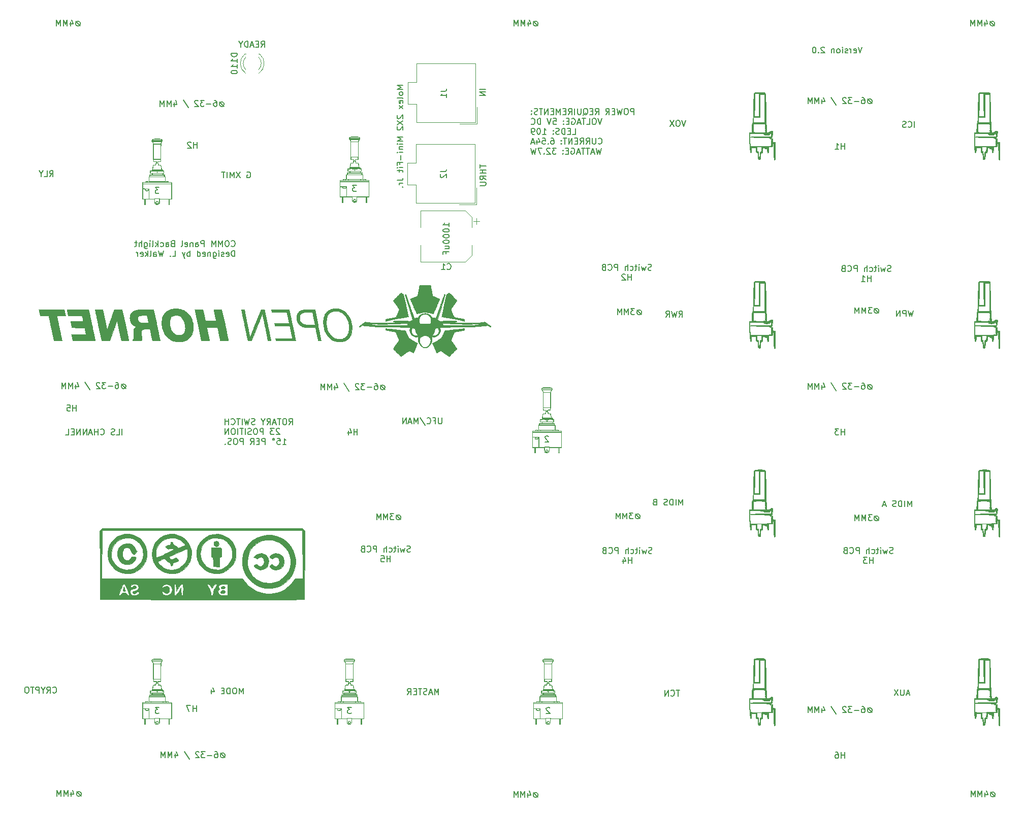
<source format=gbr>
%TF.GenerationSoftware,KiCad,Pcbnew,(5.1.6)-1*%
%TF.CreationDate,2020-12-18T17:17:27+11:00*%
%TF.ProjectId,COMM Panel PCB V2,434f4d4d-2050-4616-9e65-6c2050434220,rev?*%
%TF.SameCoordinates,Original*%
%TF.FileFunction,Legend,Bot*%
%TF.FilePolarity,Positive*%
%FSLAX46Y46*%
G04 Gerber Fmt 4.6, Leading zero omitted, Abs format (unit mm)*
G04 Created by KiCad (PCBNEW (5.1.6)-1) date 2020-12-18 17:17:27*
%MOMM*%
%LPD*%
G01*
G04 APERTURE LIST*
%ADD10C,0.150000*%
%ADD11C,0.010000*%
%ADD12C,0.120000*%
%ADD13C,0.100000*%
G04 APERTURE END LIST*
D10*
X140426700Y-58748230D02*
X140426700Y-58176801D01*
X140426700Y-58462516D02*
X139426700Y-58462516D01*
X139569558Y-58367278D01*
X139664796Y-58272040D01*
X139712415Y-58176801D01*
X139426700Y-59367278D02*
X139426700Y-59462516D01*
X139474320Y-59557754D01*
X139521939Y-59605373D01*
X139617177Y-59652992D01*
X139807653Y-59700611D01*
X140045748Y-59700611D01*
X140236224Y-59652992D01*
X140331462Y-59605373D01*
X140379081Y-59557754D01*
X140426700Y-59462516D01*
X140426700Y-59367278D01*
X140379081Y-59272040D01*
X140331462Y-59224420D01*
X140236224Y-59176801D01*
X140045748Y-59129182D01*
X139807653Y-59129182D01*
X139617177Y-59176801D01*
X139521939Y-59224420D01*
X139474320Y-59272040D01*
X139426700Y-59367278D01*
X139426700Y-60319659D02*
X139426700Y-60414897D01*
X139474320Y-60510135D01*
X139521939Y-60557754D01*
X139617177Y-60605373D01*
X139807653Y-60652992D01*
X140045748Y-60652992D01*
X140236224Y-60605373D01*
X140331462Y-60557754D01*
X140379081Y-60510135D01*
X140426700Y-60414897D01*
X140426700Y-60319659D01*
X140379081Y-60224420D01*
X140331462Y-60176801D01*
X140236224Y-60129182D01*
X140045748Y-60081563D01*
X139807653Y-60081563D01*
X139617177Y-60129182D01*
X139521939Y-60176801D01*
X139474320Y-60224420D01*
X139426700Y-60319659D01*
X139426700Y-61272040D02*
X139426700Y-61367278D01*
X139474320Y-61462516D01*
X139521939Y-61510135D01*
X139617177Y-61557754D01*
X139807653Y-61605373D01*
X140045748Y-61605373D01*
X140236224Y-61557754D01*
X140331462Y-61510135D01*
X140379081Y-61462516D01*
X140426700Y-61367278D01*
X140426700Y-61272040D01*
X140379081Y-61176801D01*
X140331462Y-61129182D01*
X140236224Y-61081563D01*
X140045748Y-61033944D01*
X139807653Y-61033944D01*
X139617177Y-61081563D01*
X139521939Y-61129182D01*
X139474320Y-61176801D01*
X139426700Y-61272040D01*
X139760034Y-62462516D02*
X140426700Y-62462516D01*
X139760034Y-62033944D02*
X140283843Y-62033944D01*
X140379081Y-62081563D01*
X140426700Y-62176801D01*
X140426700Y-62319659D01*
X140379081Y-62414897D01*
X140331462Y-62462516D01*
X139902891Y-63272040D02*
X139902891Y-62938706D01*
X140426700Y-62938706D02*
X139426700Y-62938706D01*
X139426700Y-63414897D01*
X171205614Y-40078380D02*
X171205614Y-39078380D01*
X170824661Y-39078380D01*
X170729423Y-39126000D01*
X170681804Y-39173619D01*
X170634185Y-39268857D01*
X170634185Y-39411714D01*
X170681804Y-39506952D01*
X170729423Y-39554571D01*
X170824661Y-39602190D01*
X171205614Y-39602190D01*
X170015138Y-39078380D02*
X169824661Y-39078380D01*
X169729423Y-39126000D01*
X169634185Y-39221238D01*
X169586566Y-39411714D01*
X169586566Y-39745047D01*
X169634185Y-39935523D01*
X169729423Y-40030761D01*
X169824661Y-40078380D01*
X170015138Y-40078380D01*
X170110376Y-40030761D01*
X170205614Y-39935523D01*
X170253233Y-39745047D01*
X170253233Y-39411714D01*
X170205614Y-39221238D01*
X170110376Y-39126000D01*
X170015138Y-39078380D01*
X169253233Y-39078380D02*
X169015138Y-40078380D01*
X168824661Y-39364095D01*
X168634185Y-40078380D01*
X168396090Y-39078380D01*
X168015138Y-39554571D02*
X167681804Y-39554571D01*
X167538947Y-40078380D02*
X168015138Y-40078380D01*
X168015138Y-39078380D01*
X167538947Y-39078380D01*
X166538947Y-40078380D02*
X166872280Y-39602190D01*
X167110376Y-40078380D02*
X167110376Y-39078380D01*
X166729423Y-39078380D01*
X166634185Y-39126000D01*
X166586566Y-39173619D01*
X166538947Y-39268857D01*
X166538947Y-39411714D01*
X166586566Y-39506952D01*
X166634185Y-39554571D01*
X166729423Y-39602190D01*
X167110376Y-39602190D01*
X164777042Y-40078380D02*
X165110376Y-39602190D01*
X165348471Y-40078380D02*
X165348471Y-39078380D01*
X164967519Y-39078380D01*
X164872280Y-39126000D01*
X164824661Y-39173619D01*
X164777042Y-39268857D01*
X164777042Y-39411714D01*
X164824661Y-39506952D01*
X164872280Y-39554571D01*
X164967519Y-39602190D01*
X165348471Y-39602190D01*
X164348471Y-39554571D02*
X164015138Y-39554571D01*
X163872280Y-40078380D02*
X164348471Y-40078380D01*
X164348471Y-39078380D01*
X163872280Y-39078380D01*
X162777042Y-40173619D02*
X162872280Y-40126000D01*
X162967519Y-40030761D01*
X163110376Y-39887904D01*
X163205614Y-39840285D01*
X163300852Y-39840285D01*
X163253233Y-40078380D02*
X163348471Y-40030761D01*
X163443709Y-39935523D01*
X163491328Y-39745047D01*
X163491328Y-39411714D01*
X163443709Y-39221238D01*
X163348471Y-39126000D01*
X163253233Y-39078380D01*
X163062757Y-39078380D01*
X162967519Y-39126000D01*
X162872280Y-39221238D01*
X162824661Y-39411714D01*
X162824661Y-39745047D01*
X162872280Y-39935523D01*
X162967519Y-40030761D01*
X163062757Y-40078380D01*
X163253233Y-40078380D01*
X162396090Y-39078380D02*
X162396090Y-39887904D01*
X162348471Y-39983142D01*
X162300852Y-40030761D01*
X162205614Y-40078380D01*
X162015138Y-40078380D01*
X161919900Y-40030761D01*
X161872280Y-39983142D01*
X161824661Y-39887904D01*
X161824661Y-39078380D01*
X161348471Y-40078380D02*
X161348471Y-39078380D01*
X160300852Y-40078380D02*
X160634185Y-39602190D01*
X160872280Y-40078380D02*
X160872280Y-39078380D01*
X160491328Y-39078380D01*
X160396090Y-39126000D01*
X160348471Y-39173619D01*
X160300852Y-39268857D01*
X160300852Y-39411714D01*
X160348471Y-39506952D01*
X160396090Y-39554571D01*
X160491328Y-39602190D01*
X160872280Y-39602190D01*
X159872280Y-39554571D02*
X159538947Y-39554571D01*
X159396090Y-40078380D02*
X159872280Y-40078380D01*
X159872280Y-39078380D01*
X159396090Y-39078380D01*
X158967519Y-40078380D02*
X158967519Y-39078380D01*
X158634185Y-39792666D01*
X158300852Y-39078380D01*
X158300852Y-40078380D01*
X157824661Y-39554571D02*
X157491328Y-39554571D01*
X157348471Y-40078380D02*
X157824661Y-40078380D01*
X157824661Y-39078380D01*
X157348471Y-39078380D01*
X156919900Y-40078380D02*
X156919900Y-39078380D01*
X156348471Y-40078380D01*
X156348471Y-39078380D01*
X156015138Y-39078380D02*
X155443709Y-39078380D01*
X155729423Y-40078380D02*
X155729423Y-39078380D01*
X155157995Y-40030761D02*
X155015138Y-40078380D01*
X154777042Y-40078380D01*
X154681804Y-40030761D01*
X154634185Y-39983142D01*
X154586566Y-39887904D01*
X154586566Y-39792666D01*
X154634185Y-39697428D01*
X154681804Y-39649809D01*
X154777042Y-39602190D01*
X154967519Y-39554571D01*
X155062757Y-39506952D01*
X155110376Y-39459333D01*
X155157995Y-39364095D01*
X155157995Y-39268857D01*
X155110376Y-39173619D01*
X155062757Y-39126000D01*
X154967519Y-39078380D01*
X154729423Y-39078380D01*
X154586566Y-39126000D01*
X154157995Y-39983142D02*
X154110376Y-40030761D01*
X154157995Y-40078380D01*
X154205614Y-40030761D01*
X154157995Y-39983142D01*
X154157995Y-40078380D01*
X154157995Y-39459333D02*
X154110376Y-39506952D01*
X154157995Y-39554571D01*
X154205614Y-39506952D01*
X154157995Y-39459333D01*
X154157995Y-39554571D01*
X165872280Y-40728380D02*
X165538947Y-41728380D01*
X165205614Y-40728380D01*
X164681804Y-40728380D02*
X164491328Y-40728380D01*
X164396090Y-40776000D01*
X164300852Y-40871238D01*
X164253233Y-41061714D01*
X164253233Y-41395047D01*
X164300852Y-41585523D01*
X164396090Y-41680761D01*
X164491328Y-41728380D01*
X164681804Y-41728380D01*
X164777042Y-41680761D01*
X164872280Y-41585523D01*
X164919900Y-41395047D01*
X164919900Y-41061714D01*
X164872280Y-40871238D01*
X164777042Y-40776000D01*
X164681804Y-40728380D01*
X163348471Y-41728380D02*
X163824661Y-41728380D01*
X163824661Y-40728380D01*
X163157995Y-40728380D02*
X162586566Y-40728380D01*
X162872280Y-41728380D02*
X162872280Y-40728380D01*
X162300852Y-41442666D02*
X161824661Y-41442666D01*
X162396090Y-41728380D02*
X162062757Y-40728380D01*
X161729423Y-41728380D01*
X160872280Y-40776000D02*
X160967519Y-40728380D01*
X161110376Y-40728380D01*
X161253233Y-40776000D01*
X161348471Y-40871238D01*
X161396090Y-40966476D01*
X161443709Y-41156952D01*
X161443709Y-41299809D01*
X161396090Y-41490285D01*
X161348471Y-41585523D01*
X161253233Y-41680761D01*
X161110376Y-41728380D01*
X161015138Y-41728380D01*
X160872280Y-41680761D01*
X160824661Y-41633142D01*
X160824661Y-41299809D01*
X161015138Y-41299809D01*
X160396090Y-41204571D02*
X160062757Y-41204571D01*
X159919900Y-41728380D02*
X160396090Y-41728380D01*
X160396090Y-40728380D01*
X159919900Y-40728380D01*
X159491328Y-41633142D02*
X159443709Y-41680761D01*
X159491328Y-41728380D01*
X159538947Y-41680761D01*
X159491328Y-41633142D01*
X159491328Y-41728380D01*
X159491328Y-41109333D02*
X159443709Y-41156952D01*
X159491328Y-41204571D01*
X159538947Y-41156952D01*
X159491328Y-41109333D01*
X159491328Y-41204571D01*
X157777042Y-40728380D02*
X158253233Y-40728380D01*
X158300852Y-41204571D01*
X158253233Y-41156952D01*
X158157995Y-41109333D01*
X157919900Y-41109333D01*
X157824661Y-41156952D01*
X157777042Y-41204571D01*
X157729423Y-41299809D01*
X157729423Y-41537904D01*
X157777042Y-41633142D01*
X157824661Y-41680761D01*
X157919900Y-41728380D01*
X158157995Y-41728380D01*
X158253233Y-41680761D01*
X158300852Y-41633142D01*
X157443709Y-40728380D02*
X157110376Y-41728380D01*
X156777042Y-40728380D01*
X155681804Y-41728380D02*
X155681804Y-40728380D01*
X155443709Y-40728380D01*
X155300852Y-40776000D01*
X155205614Y-40871238D01*
X155157995Y-40966476D01*
X155110376Y-41156952D01*
X155110376Y-41299809D01*
X155157995Y-41490285D01*
X155205614Y-41585523D01*
X155300852Y-41680761D01*
X155443709Y-41728380D01*
X155681804Y-41728380D01*
X154110376Y-41633142D02*
X154157995Y-41680761D01*
X154300852Y-41728380D01*
X154396090Y-41728380D01*
X154538947Y-41680761D01*
X154634185Y-41585523D01*
X154681804Y-41490285D01*
X154729423Y-41299809D01*
X154729423Y-41156952D01*
X154681804Y-40966476D01*
X154634185Y-40871238D01*
X154538947Y-40776000D01*
X154396090Y-40728380D01*
X154300852Y-40728380D01*
X154157995Y-40776000D01*
X154110376Y-40823619D01*
X160967519Y-43378380D02*
X161443709Y-43378380D01*
X161443709Y-42378380D01*
X160634185Y-42854571D02*
X160300852Y-42854571D01*
X160157995Y-43378380D02*
X160634185Y-43378380D01*
X160634185Y-42378380D01*
X160157995Y-42378380D01*
X159729423Y-43378380D02*
X159729423Y-42378380D01*
X159491328Y-42378380D01*
X159348471Y-42426000D01*
X159253233Y-42521238D01*
X159205614Y-42616476D01*
X159157995Y-42806952D01*
X159157995Y-42949809D01*
X159205614Y-43140285D01*
X159253233Y-43235523D01*
X159348471Y-43330761D01*
X159491328Y-43378380D01*
X159729423Y-43378380D01*
X158777042Y-43330761D02*
X158634185Y-43378380D01*
X158396090Y-43378380D01*
X158300852Y-43330761D01*
X158253233Y-43283142D01*
X158205614Y-43187904D01*
X158205614Y-43092666D01*
X158253233Y-42997428D01*
X158300852Y-42949809D01*
X158396090Y-42902190D01*
X158586566Y-42854571D01*
X158681804Y-42806952D01*
X158729423Y-42759333D01*
X158777042Y-42664095D01*
X158777042Y-42568857D01*
X158729423Y-42473619D01*
X158681804Y-42426000D01*
X158586566Y-42378380D01*
X158348471Y-42378380D01*
X158205614Y-42426000D01*
X157777042Y-43283142D02*
X157729423Y-43330761D01*
X157777042Y-43378380D01*
X157824661Y-43330761D01*
X157777042Y-43283142D01*
X157777042Y-43378380D01*
X157777042Y-42759333D02*
X157729423Y-42806952D01*
X157777042Y-42854571D01*
X157824661Y-42806952D01*
X157777042Y-42759333D01*
X157777042Y-42854571D01*
X156015138Y-43378380D02*
X156586566Y-43378380D01*
X156300852Y-43378380D02*
X156300852Y-42378380D01*
X156396090Y-42521238D01*
X156491328Y-42616476D01*
X156586566Y-42664095D01*
X155396090Y-42378380D02*
X155300852Y-42378380D01*
X155205614Y-42426000D01*
X155157995Y-42473619D01*
X155110376Y-42568857D01*
X155062757Y-42759333D01*
X155062757Y-42997428D01*
X155110376Y-43187904D01*
X155157995Y-43283142D01*
X155205614Y-43330761D01*
X155300852Y-43378380D01*
X155396090Y-43378380D01*
X155491328Y-43330761D01*
X155538947Y-43283142D01*
X155586566Y-43187904D01*
X155634185Y-42997428D01*
X155634185Y-42759333D01*
X155586566Y-42568857D01*
X155538947Y-42473619D01*
X155491328Y-42426000D01*
X155396090Y-42378380D01*
X154586566Y-43378380D02*
X154396090Y-43378380D01*
X154300852Y-43330761D01*
X154253233Y-43283142D01*
X154157995Y-43140285D01*
X154110376Y-42949809D01*
X154110376Y-42568857D01*
X154157995Y-42473619D01*
X154205614Y-42426000D01*
X154300852Y-42378380D01*
X154491328Y-42378380D01*
X154586566Y-42426000D01*
X154634185Y-42473619D01*
X154681804Y-42568857D01*
X154681804Y-42806952D01*
X154634185Y-42902190D01*
X154586566Y-42949809D01*
X154491328Y-42997428D01*
X154300852Y-42997428D01*
X154205614Y-42949809D01*
X154157995Y-42902190D01*
X154110376Y-42806952D01*
X165300852Y-44933142D02*
X165348471Y-44980761D01*
X165491328Y-45028380D01*
X165586566Y-45028380D01*
X165729423Y-44980761D01*
X165824661Y-44885523D01*
X165872280Y-44790285D01*
X165919900Y-44599809D01*
X165919900Y-44456952D01*
X165872280Y-44266476D01*
X165824661Y-44171238D01*
X165729423Y-44076000D01*
X165586566Y-44028380D01*
X165491328Y-44028380D01*
X165348471Y-44076000D01*
X165300852Y-44123619D01*
X164872280Y-44028380D02*
X164872280Y-44837904D01*
X164824661Y-44933142D01*
X164777042Y-44980761D01*
X164681804Y-45028380D01*
X164491328Y-45028380D01*
X164396090Y-44980761D01*
X164348471Y-44933142D01*
X164300852Y-44837904D01*
X164300852Y-44028380D01*
X163253233Y-45028380D02*
X163586566Y-44552190D01*
X163824661Y-45028380D02*
X163824661Y-44028380D01*
X163443709Y-44028380D01*
X163348471Y-44076000D01*
X163300852Y-44123619D01*
X163253233Y-44218857D01*
X163253233Y-44361714D01*
X163300852Y-44456952D01*
X163348471Y-44504571D01*
X163443709Y-44552190D01*
X163824661Y-44552190D01*
X162253233Y-45028380D02*
X162586566Y-44552190D01*
X162824661Y-45028380D02*
X162824661Y-44028380D01*
X162443709Y-44028380D01*
X162348471Y-44076000D01*
X162300852Y-44123619D01*
X162253233Y-44218857D01*
X162253233Y-44361714D01*
X162300852Y-44456952D01*
X162348471Y-44504571D01*
X162443709Y-44552190D01*
X162824661Y-44552190D01*
X161824661Y-44504571D02*
X161491328Y-44504571D01*
X161348471Y-45028380D02*
X161824661Y-45028380D01*
X161824661Y-44028380D01*
X161348471Y-44028380D01*
X160919900Y-45028380D02*
X160919900Y-44028380D01*
X160348471Y-45028380D01*
X160348471Y-44028380D01*
X160015138Y-44028380D02*
X159443709Y-44028380D01*
X159729423Y-45028380D02*
X159729423Y-44028380D01*
X159110376Y-44933142D02*
X159062757Y-44980761D01*
X159110376Y-45028380D01*
X159157995Y-44980761D01*
X159110376Y-44933142D01*
X159110376Y-45028380D01*
X159110376Y-44409333D02*
X159062757Y-44456952D01*
X159110376Y-44504571D01*
X159157995Y-44456952D01*
X159110376Y-44409333D01*
X159110376Y-44504571D01*
X157443709Y-44028380D02*
X157634185Y-44028380D01*
X157729423Y-44076000D01*
X157777042Y-44123619D01*
X157872280Y-44266476D01*
X157919900Y-44456952D01*
X157919900Y-44837904D01*
X157872280Y-44933142D01*
X157824661Y-44980761D01*
X157729423Y-45028380D01*
X157538947Y-45028380D01*
X157443709Y-44980761D01*
X157396090Y-44933142D01*
X157348471Y-44837904D01*
X157348471Y-44599809D01*
X157396090Y-44504571D01*
X157443709Y-44456952D01*
X157538947Y-44409333D01*
X157729423Y-44409333D01*
X157824661Y-44456952D01*
X157872280Y-44504571D01*
X157919900Y-44599809D01*
X156919900Y-44933142D02*
X156872280Y-44980761D01*
X156919900Y-45028380D01*
X156967519Y-44980761D01*
X156919900Y-44933142D01*
X156919900Y-45028380D01*
X155967519Y-44028380D02*
X156443709Y-44028380D01*
X156491328Y-44504571D01*
X156443709Y-44456952D01*
X156348471Y-44409333D01*
X156110376Y-44409333D01*
X156015138Y-44456952D01*
X155967519Y-44504571D01*
X155919900Y-44599809D01*
X155919900Y-44837904D01*
X155967519Y-44933142D01*
X156015138Y-44980761D01*
X156110376Y-45028380D01*
X156348471Y-45028380D01*
X156443709Y-44980761D01*
X156491328Y-44933142D01*
X155062757Y-44361714D02*
X155062757Y-45028380D01*
X155300852Y-43980761D02*
X155538947Y-44695047D01*
X154919900Y-44695047D01*
X154586566Y-44742666D02*
X154110376Y-44742666D01*
X154681804Y-45028380D02*
X154348471Y-44028380D01*
X154015138Y-45028380D01*
X165777042Y-45678380D02*
X165538947Y-46678380D01*
X165348471Y-45964095D01*
X165157995Y-46678380D01*
X164919900Y-45678380D01*
X164586566Y-46392666D02*
X164110376Y-46392666D01*
X164681804Y-46678380D02*
X164348471Y-45678380D01*
X164015138Y-46678380D01*
X163824661Y-45678380D02*
X163253233Y-45678380D01*
X163538947Y-46678380D02*
X163538947Y-45678380D01*
X163062757Y-45678380D02*
X162491328Y-45678380D01*
X162777042Y-46678380D02*
X162777042Y-45678380D01*
X162205614Y-46392666D02*
X161729423Y-46392666D01*
X162300852Y-46678380D02*
X161967519Y-45678380D01*
X161634185Y-46678380D01*
X160777042Y-45726000D02*
X160872280Y-45678380D01*
X161015138Y-45678380D01*
X161157995Y-45726000D01*
X161253233Y-45821238D01*
X161300852Y-45916476D01*
X161348471Y-46106952D01*
X161348471Y-46249809D01*
X161300852Y-46440285D01*
X161253233Y-46535523D01*
X161157995Y-46630761D01*
X161015138Y-46678380D01*
X160919900Y-46678380D01*
X160777042Y-46630761D01*
X160729423Y-46583142D01*
X160729423Y-46249809D01*
X160919900Y-46249809D01*
X160300852Y-46154571D02*
X159967519Y-46154571D01*
X159824661Y-46678380D02*
X160300852Y-46678380D01*
X160300852Y-45678380D01*
X159824661Y-45678380D01*
X159396090Y-46583142D02*
X159348471Y-46630761D01*
X159396090Y-46678380D01*
X159443709Y-46630761D01*
X159396090Y-46583142D01*
X159396090Y-46678380D01*
X159396090Y-46059333D02*
X159348471Y-46106952D01*
X159396090Y-46154571D01*
X159443709Y-46106952D01*
X159396090Y-46059333D01*
X159396090Y-46154571D01*
X158253233Y-45678380D02*
X157634185Y-45678380D01*
X157967519Y-46059333D01*
X157824661Y-46059333D01*
X157729423Y-46106952D01*
X157681804Y-46154571D01*
X157634185Y-46249809D01*
X157634185Y-46487904D01*
X157681804Y-46583142D01*
X157729423Y-46630761D01*
X157824661Y-46678380D01*
X158110376Y-46678380D01*
X158205614Y-46630761D01*
X158253233Y-46583142D01*
X157253233Y-45773619D02*
X157205614Y-45726000D01*
X157110376Y-45678380D01*
X156872280Y-45678380D01*
X156777042Y-45726000D01*
X156729423Y-45773619D01*
X156681804Y-45868857D01*
X156681804Y-45964095D01*
X156729423Y-46106952D01*
X157300852Y-46678380D01*
X156681804Y-46678380D01*
X156253233Y-46583142D02*
X156205614Y-46630761D01*
X156253233Y-46678380D01*
X156300852Y-46630761D01*
X156253233Y-46583142D01*
X156253233Y-46678380D01*
X155872280Y-45678380D02*
X155205614Y-45678380D01*
X155634185Y-46678380D01*
X154919900Y-45678380D02*
X154681804Y-46678380D01*
X154491328Y-45964095D01*
X154300852Y-46678380D01*
X154062757Y-45678380D01*
X171945085Y-106776876D02*
X171754609Y-106776876D01*
X171564133Y-106872114D01*
X171468895Y-107062590D01*
X171468895Y-107253066D01*
X171564133Y-107443542D01*
X171754609Y-107538780D01*
X171945085Y-107538780D01*
X172135561Y-107443542D01*
X172230800Y-107253066D01*
X172230800Y-107062590D01*
X172135561Y-106872114D01*
X171945085Y-106776876D01*
X171468895Y-106776876D02*
X172230800Y-107538780D01*
X171087942Y-106538780D02*
X170468895Y-106538780D01*
X170802228Y-106919733D01*
X170659371Y-106919733D01*
X170564133Y-106967352D01*
X170516514Y-107014971D01*
X170468895Y-107110209D01*
X170468895Y-107348304D01*
X170516514Y-107443542D01*
X170564133Y-107491161D01*
X170659371Y-107538780D01*
X170945085Y-107538780D01*
X171040323Y-107491161D01*
X171087942Y-107443542D01*
X170040323Y-107538780D02*
X170040323Y-106538780D01*
X169706990Y-107253066D01*
X169373657Y-106538780D01*
X169373657Y-107538780D01*
X168897466Y-107538780D02*
X168897466Y-106538780D01*
X168564133Y-107253066D01*
X168230800Y-106538780D01*
X168230800Y-107538780D01*
X174224438Y-113270161D02*
X174081580Y-113317780D01*
X173843485Y-113317780D01*
X173748247Y-113270161D01*
X173700628Y-113222542D01*
X173653009Y-113127304D01*
X173653009Y-113032066D01*
X173700628Y-112936828D01*
X173748247Y-112889209D01*
X173843485Y-112841590D01*
X174033961Y-112793971D01*
X174129200Y-112746352D01*
X174176819Y-112698733D01*
X174224438Y-112603495D01*
X174224438Y-112508257D01*
X174176819Y-112413019D01*
X174129200Y-112365400D01*
X174033961Y-112317780D01*
X173795866Y-112317780D01*
X173653009Y-112365400D01*
X173319676Y-112651114D02*
X173129200Y-113317780D01*
X172938723Y-112841590D01*
X172748247Y-113317780D01*
X172557771Y-112651114D01*
X172176819Y-113317780D02*
X172176819Y-112651114D01*
X172176819Y-112317780D02*
X172224438Y-112365400D01*
X172176819Y-112413019D01*
X172129200Y-112365400D01*
X172176819Y-112317780D01*
X172176819Y-112413019D01*
X171843485Y-112651114D02*
X171462533Y-112651114D01*
X171700628Y-112317780D02*
X171700628Y-113174923D01*
X171653009Y-113270161D01*
X171557771Y-113317780D01*
X171462533Y-113317780D01*
X170700628Y-113270161D02*
X170795866Y-113317780D01*
X170986342Y-113317780D01*
X171081580Y-113270161D01*
X171129200Y-113222542D01*
X171176819Y-113127304D01*
X171176819Y-112841590D01*
X171129200Y-112746352D01*
X171081580Y-112698733D01*
X170986342Y-112651114D01*
X170795866Y-112651114D01*
X170700628Y-112698733D01*
X170272057Y-113317780D02*
X170272057Y-112317780D01*
X169843485Y-113317780D02*
X169843485Y-112793971D01*
X169891104Y-112698733D01*
X169986342Y-112651114D01*
X170129200Y-112651114D01*
X170224438Y-112698733D01*
X170272057Y-112746352D01*
X168605390Y-113317780D02*
X168605390Y-112317780D01*
X168224438Y-112317780D01*
X168129200Y-112365400D01*
X168081580Y-112413019D01*
X168033961Y-112508257D01*
X168033961Y-112651114D01*
X168081580Y-112746352D01*
X168129200Y-112793971D01*
X168224438Y-112841590D01*
X168605390Y-112841590D01*
X167033961Y-113222542D02*
X167081580Y-113270161D01*
X167224438Y-113317780D01*
X167319676Y-113317780D01*
X167462533Y-113270161D01*
X167557771Y-113174923D01*
X167605390Y-113079685D01*
X167653009Y-112889209D01*
X167653009Y-112746352D01*
X167605390Y-112555876D01*
X167557771Y-112460638D01*
X167462533Y-112365400D01*
X167319676Y-112317780D01*
X167224438Y-112317780D01*
X167081580Y-112365400D01*
X167033961Y-112413019D01*
X166272057Y-112793971D02*
X166129200Y-112841590D01*
X166081580Y-112889209D01*
X166033961Y-112984447D01*
X166033961Y-113127304D01*
X166081580Y-113222542D01*
X166129200Y-113270161D01*
X166224438Y-113317780D01*
X166605390Y-113317780D01*
X166605390Y-112317780D01*
X166272057Y-112317780D01*
X166176819Y-112365400D01*
X166129200Y-112413019D01*
X166081580Y-112508257D01*
X166081580Y-112603495D01*
X166129200Y-112698733D01*
X166176819Y-112746352D01*
X166272057Y-112793971D01*
X166605390Y-112793971D01*
X170891104Y-114967780D02*
X170891104Y-113967780D01*
X170891104Y-114443971D02*
X170319676Y-114443971D01*
X170319676Y-114967780D02*
X170319676Y-113967780D01*
X169414914Y-114301114D02*
X169414914Y-114967780D01*
X169653009Y-113920161D02*
X169891104Y-114634447D01*
X169272057Y-114634447D01*
X113723042Y-91817180D02*
X114056376Y-91340990D01*
X114294471Y-91817180D02*
X114294471Y-90817180D01*
X113913519Y-90817180D01*
X113818280Y-90864800D01*
X113770661Y-90912419D01*
X113723042Y-91007657D01*
X113723042Y-91150514D01*
X113770661Y-91245752D01*
X113818280Y-91293371D01*
X113913519Y-91340990D01*
X114294471Y-91340990D01*
X113103995Y-90817180D02*
X112913519Y-90817180D01*
X112818280Y-90864800D01*
X112723042Y-90960038D01*
X112675423Y-91150514D01*
X112675423Y-91483847D01*
X112723042Y-91674323D01*
X112818280Y-91769561D01*
X112913519Y-91817180D01*
X113103995Y-91817180D01*
X113199233Y-91769561D01*
X113294471Y-91674323D01*
X113342090Y-91483847D01*
X113342090Y-91150514D01*
X113294471Y-90960038D01*
X113199233Y-90864800D01*
X113103995Y-90817180D01*
X112389709Y-90817180D02*
X111818280Y-90817180D01*
X112103995Y-91817180D02*
X112103995Y-90817180D01*
X111532566Y-91531466D02*
X111056376Y-91531466D01*
X111627804Y-91817180D02*
X111294471Y-90817180D01*
X110961138Y-91817180D01*
X110056376Y-91817180D02*
X110389709Y-91340990D01*
X110627804Y-91817180D02*
X110627804Y-90817180D01*
X110246852Y-90817180D01*
X110151614Y-90864800D01*
X110103995Y-90912419D01*
X110056376Y-91007657D01*
X110056376Y-91150514D01*
X110103995Y-91245752D01*
X110151614Y-91293371D01*
X110246852Y-91340990D01*
X110627804Y-91340990D01*
X109437328Y-91340990D02*
X109437328Y-91817180D01*
X109770661Y-90817180D02*
X109437328Y-91340990D01*
X109103995Y-90817180D01*
X108056376Y-91769561D02*
X107913519Y-91817180D01*
X107675423Y-91817180D01*
X107580185Y-91769561D01*
X107532566Y-91721942D01*
X107484947Y-91626704D01*
X107484947Y-91531466D01*
X107532566Y-91436228D01*
X107580185Y-91388609D01*
X107675423Y-91340990D01*
X107865900Y-91293371D01*
X107961138Y-91245752D01*
X108008757Y-91198133D01*
X108056376Y-91102895D01*
X108056376Y-91007657D01*
X108008757Y-90912419D01*
X107961138Y-90864800D01*
X107865900Y-90817180D01*
X107627804Y-90817180D01*
X107484947Y-90864800D01*
X107151614Y-90817180D02*
X106913519Y-91817180D01*
X106723042Y-91102895D01*
X106532566Y-91817180D01*
X106294471Y-90817180D01*
X105913519Y-91817180D02*
X105913519Y-90817180D01*
X105580185Y-90817180D02*
X105008757Y-90817180D01*
X105294471Y-91817180D02*
X105294471Y-90817180D01*
X104103995Y-91721942D02*
X104151614Y-91769561D01*
X104294471Y-91817180D01*
X104389709Y-91817180D01*
X104532566Y-91769561D01*
X104627804Y-91674323D01*
X104675423Y-91579085D01*
X104723042Y-91388609D01*
X104723042Y-91245752D01*
X104675423Y-91055276D01*
X104627804Y-90960038D01*
X104532566Y-90864800D01*
X104389709Y-90817180D01*
X104294471Y-90817180D01*
X104151614Y-90864800D01*
X104103995Y-90912419D01*
X103675423Y-91817180D02*
X103675423Y-90817180D01*
X103675423Y-91293371D02*
X103103995Y-91293371D01*
X103103995Y-91817180D02*
X103103995Y-90817180D01*
X112151614Y-92562419D02*
X112103995Y-92514800D01*
X112008757Y-92467180D01*
X111770661Y-92467180D01*
X111675423Y-92514800D01*
X111627804Y-92562419D01*
X111580185Y-92657657D01*
X111580185Y-92752895D01*
X111627804Y-92895752D01*
X112199233Y-93467180D01*
X111580185Y-93467180D01*
X111246852Y-92467180D02*
X110627804Y-92467180D01*
X110961138Y-92848133D01*
X110818280Y-92848133D01*
X110723042Y-92895752D01*
X110675423Y-92943371D01*
X110627804Y-93038609D01*
X110627804Y-93276704D01*
X110675423Y-93371942D01*
X110723042Y-93419561D01*
X110818280Y-93467180D01*
X111103995Y-93467180D01*
X111199233Y-93419561D01*
X111246852Y-93371942D01*
X109437328Y-93467180D02*
X109437328Y-92467180D01*
X109056376Y-92467180D01*
X108961138Y-92514800D01*
X108913519Y-92562419D01*
X108865900Y-92657657D01*
X108865900Y-92800514D01*
X108913519Y-92895752D01*
X108961138Y-92943371D01*
X109056376Y-92990990D01*
X109437328Y-92990990D01*
X108246852Y-92467180D02*
X108056376Y-92467180D01*
X107961138Y-92514800D01*
X107865900Y-92610038D01*
X107818280Y-92800514D01*
X107818280Y-93133847D01*
X107865900Y-93324323D01*
X107961138Y-93419561D01*
X108056376Y-93467180D01*
X108246852Y-93467180D01*
X108342090Y-93419561D01*
X108437328Y-93324323D01*
X108484947Y-93133847D01*
X108484947Y-92800514D01*
X108437328Y-92610038D01*
X108342090Y-92514800D01*
X108246852Y-92467180D01*
X107437328Y-93419561D02*
X107294471Y-93467180D01*
X107056376Y-93467180D01*
X106961138Y-93419561D01*
X106913519Y-93371942D01*
X106865900Y-93276704D01*
X106865900Y-93181466D01*
X106913519Y-93086228D01*
X106961138Y-93038609D01*
X107056376Y-92990990D01*
X107246852Y-92943371D01*
X107342090Y-92895752D01*
X107389709Y-92848133D01*
X107437328Y-92752895D01*
X107437328Y-92657657D01*
X107389709Y-92562419D01*
X107342090Y-92514800D01*
X107246852Y-92467180D01*
X107008757Y-92467180D01*
X106865900Y-92514800D01*
X106437328Y-93467180D02*
X106437328Y-92467180D01*
X106103995Y-92467180D02*
X105532566Y-92467180D01*
X105818280Y-93467180D02*
X105818280Y-92467180D01*
X105199233Y-93467180D02*
X105199233Y-92467180D01*
X104532566Y-92467180D02*
X104342090Y-92467180D01*
X104246852Y-92514800D01*
X104151614Y-92610038D01*
X104103995Y-92800514D01*
X104103995Y-93133847D01*
X104151614Y-93324323D01*
X104246852Y-93419561D01*
X104342090Y-93467180D01*
X104532566Y-93467180D01*
X104627804Y-93419561D01*
X104723042Y-93324323D01*
X104770661Y-93133847D01*
X104770661Y-92800514D01*
X104723042Y-92610038D01*
X104627804Y-92514800D01*
X104532566Y-92467180D01*
X103675423Y-93467180D02*
X103675423Y-92467180D01*
X103103995Y-93467180D01*
X103103995Y-92467180D01*
X112675423Y-95117180D02*
X113246852Y-95117180D01*
X112961138Y-95117180D02*
X112961138Y-94117180D01*
X113056376Y-94260038D01*
X113151614Y-94355276D01*
X113246852Y-94402895D01*
X111770661Y-94117180D02*
X112246852Y-94117180D01*
X112294471Y-94593371D01*
X112246852Y-94545752D01*
X112151614Y-94498133D01*
X111913519Y-94498133D01*
X111818280Y-94545752D01*
X111770661Y-94593371D01*
X111723042Y-94688609D01*
X111723042Y-94926704D01*
X111770661Y-95021942D01*
X111818280Y-95069561D01*
X111913519Y-95117180D01*
X112151614Y-95117180D01*
X112246852Y-95069561D01*
X112294471Y-95021942D01*
X111151614Y-94117180D02*
X111246852Y-94164800D01*
X111294471Y-94260038D01*
X111246852Y-94355276D01*
X111151614Y-94402895D01*
X111056376Y-94355276D01*
X111008757Y-94260038D01*
X111056376Y-94164800D01*
X111151614Y-94117180D01*
X109770661Y-95117180D02*
X109770661Y-94117180D01*
X109389709Y-94117180D01*
X109294471Y-94164800D01*
X109246852Y-94212419D01*
X109199233Y-94307657D01*
X109199233Y-94450514D01*
X109246852Y-94545752D01*
X109294471Y-94593371D01*
X109389709Y-94640990D01*
X109770661Y-94640990D01*
X108770661Y-94593371D02*
X108437328Y-94593371D01*
X108294471Y-95117180D02*
X108770661Y-95117180D01*
X108770661Y-94117180D01*
X108294471Y-94117180D01*
X107294471Y-95117180D02*
X107627804Y-94640990D01*
X107865900Y-95117180D02*
X107865900Y-94117180D01*
X107484947Y-94117180D01*
X107389709Y-94164800D01*
X107342090Y-94212419D01*
X107294471Y-94307657D01*
X107294471Y-94450514D01*
X107342090Y-94545752D01*
X107389709Y-94593371D01*
X107484947Y-94640990D01*
X107865900Y-94640990D01*
X106103995Y-95117180D02*
X106103995Y-94117180D01*
X105723042Y-94117180D01*
X105627804Y-94164800D01*
X105580185Y-94212419D01*
X105532566Y-94307657D01*
X105532566Y-94450514D01*
X105580185Y-94545752D01*
X105627804Y-94593371D01*
X105723042Y-94640990D01*
X106103995Y-94640990D01*
X104913519Y-94117180D02*
X104723042Y-94117180D01*
X104627804Y-94164800D01*
X104532566Y-94260038D01*
X104484947Y-94450514D01*
X104484947Y-94783847D01*
X104532566Y-94974323D01*
X104627804Y-95069561D01*
X104723042Y-95117180D01*
X104913519Y-95117180D01*
X105008757Y-95069561D01*
X105103995Y-94974323D01*
X105151614Y-94783847D01*
X105151614Y-94450514D01*
X105103995Y-94260038D01*
X105008757Y-94164800D01*
X104913519Y-94117180D01*
X104103995Y-95069561D02*
X103961138Y-95117180D01*
X103723042Y-95117180D01*
X103627804Y-95069561D01*
X103580185Y-95021942D01*
X103532566Y-94926704D01*
X103532566Y-94831466D01*
X103580185Y-94736228D01*
X103627804Y-94688609D01*
X103723042Y-94640990D01*
X103913519Y-94593371D01*
X104008757Y-94545752D01*
X104056376Y-94498133D01*
X104103995Y-94402895D01*
X104103995Y-94307657D01*
X104056376Y-94212419D01*
X104008757Y-94164800D01*
X103913519Y-94117180D01*
X103675423Y-94117180D01*
X103532566Y-94164800D01*
X103103995Y-95021942D02*
X103056376Y-95069561D01*
X103103995Y-95117180D01*
X103151614Y-95069561D01*
X103103995Y-95021942D01*
X103103995Y-95117180D01*
X132067085Y-106929276D02*
X131876609Y-106929276D01*
X131686133Y-107024514D01*
X131590895Y-107214990D01*
X131590895Y-107405466D01*
X131686133Y-107595942D01*
X131876609Y-107691180D01*
X132067085Y-107691180D01*
X132257561Y-107595942D01*
X132352800Y-107405466D01*
X132352800Y-107214990D01*
X132257561Y-107024514D01*
X132067085Y-106929276D01*
X131590895Y-106929276D02*
X132352800Y-107691180D01*
X131209942Y-106691180D02*
X130590895Y-106691180D01*
X130924228Y-107072133D01*
X130781371Y-107072133D01*
X130686133Y-107119752D01*
X130638514Y-107167371D01*
X130590895Y-107262609D01*
X130590895Y-107500704D01*
X130638514Y-107595942D01*
X130686133Y-107643561D01*
X130781371Y-107691180D01*
X131067085Y-107691180D01*
X131162323Y-107643561D01*
X131209942Y-107595942D01*
X130162323Y-107691180D02*
X130162323Y-106691180D01*
X129828990Y-107405466D01*
X129495657Y-106691180D01*
X129495657Y-107691180D01*
X129019466Y-107691180D02*
X129019466Y-106691180D01*
X128686133Y-107405466D01*
X128352800Y-106691180D01*
X128352800Y-107691180D01*
X133940038Y-113016161D02*
X133797180Y-113063780D01*
X133559085Y-113063780D01*
X133463847Y-113016161D01*
X133416228Y-112968542D01*
X133368609Y-112873304D01*
X133368609Y-112778066D01*
X133416228Y-112682828D01*
X133463847Y-112635209D01*
X133559085Y-112587590D01*
X133749561Y-112539971D01*
X133844800Y-112492352D01*
X133892419Y-112444733D01*
X133940038Y-112349495D01*
X133940038Y-112254257D01*
X133892419Y-112159019D01*
X133844800Y-112111400D01*
X133749561Y-112063780D01*
X133511466Y-112063780D01*
X133368609Y-112111400D01*
X133035276Y-112397114D02*
X132844800Y-113063780D01*
X132654323Y-112587590D01*
X132463847Y-113063780D01*
X132273371Y-112397114D01*
X131892419Y-113063780D02*
X131892419Y-112397114D01*
X131892419Y-112063780D02*
X131940038Y-112111400D01*
X131892419Y-112159019D01*
X131844800Y-112111400D01*
X131892419Y-112063780D01*
X131892419Y-112159019D01*
X131559085Y-112397114D02*
X131178133Y-112397114D01*
X131416228Y-112063780D02*
X131416228Y-112920923D01*
X131368609Y-113016161D01*
X131273371Y-113063780D01*
X131178133Y-113063780D01*
X130416228Y-113016161D02*
X130511466Y-113063780D01*
X130701942Y-113063780D01*
X130797180Y-113016161D01*
X130844800Y-112968542D01*
X130892419Y-112873304D01*
X130892419Y-112587590D01*
X130844800Y-112492352D01*
X130797180Y-112444733D01*
X130701942Y-112397114D01*
X130511466Y-112397114D01*
X130416228Y-112444733D01*
X129987657Y-113063780D02*
X129987657Y-112063780D01*
X129559085Y-113063780D02*
X129559085Y-112539971D01*
X129606704Y-112444733D01*
X129701942Y-112397114D01*
X129844800Y-112397114D01*
X129940038Y-112444733D01*
X129987657Y-112492352D01*
X128320990Y-113063780D02*
X128320990Y-112063780D01*
X127940038Y-112063780D01*
X127844800Y-112111400D01*
X127797180Y-112159019D01*
X127749561Y-112254257D01*
X127749561Y-112397114D01*
X127797180Y-112492352D01*
X127844800Y-112539971D01*
X127940038Y-112587590D01*
X128320990Y-112587590D01*
X126749561Y-112968542D02*
X126797180Y-113016161D01*
X126940038Y-113063780D01*
X127035276Y-113063780D01*
X127178133Y-113016161D01*
X127273371Y-112920923D01*
X127320990Y-112825685D01*
X127368609Y-112635209D01*
X127368609Y-112492352D01*
X127320990Y-112301876D01*
X127273371Y-112206638D01*
X127178133Y-112111400D01*
X127035276Y-112063780D01*
X126940038Y-112063780D01*
X126797180Y-112111400D01*
X126749561Y-112159019D01*
X125987657Y-112539971D02*
X125844800Y-112587590D01*
X125797180Y-112635209D01*
X125749561Y-112730447D01*
X125749561Y-112873304D01*
X125797180Y-112968542D01*
X125844800Y-113016161D01*
X125940038Y-113063780D01*
X126320990Y-113063780D01*
X126320990Y-112063780D01*
X125987657Y-112063780D01*
X125892419Y-112111400D01*
X125844800Y-112159019D01*
X125797180Y-112254257D01*
X125797180Y-112349495D01*
X125844800Y-112444733D01*
X125892419Y-112492352D01*
X125987657Y-112539971D01*
X126320990Y-112539971D01*
X130606704Y-114713780D02*
X130606704Y-113713780D01*
X130606704Y-114189971D02*
X130035276Y-114189971D01*
X130035276Y-114713780D02*
X130035276Y-113713780D01*
X129082895Y-113713780D02*
X129559085Y-113713780D01*
X129606704Y-114189971D01*
X129559085Y-114142352D01*
X129463847Y-114094733D01*
X129225752Y-114094733D01*
X129130514Y-114142352D01*
X129082895Y-114189971D01*
X129035276Y-114285209D01*
X129035276Y-114523304D01*
X129082895Y-114618542D01*
X129130514Y-114666161D01*
X129225752Y-114713780D01*
X129463847Y-114713780D01*
X129559085Y-114666161D01*
X129606704Y-114618542D01*
X211772285Y-107081676D02*
X211581809Y-107081676D01*
X211391333Y-107176914D01*
X211296095Y-107367390D01*
X211296095Y-107557866D01*
X211391333Y-107748342D01*
X211581809Y-107843580D01*
X211772285Y-107843580D01*
X211962761Y-107748342D01*
X212058000Y-107557866D01*
X212058000Y-107367390D01*
X211962761Y-107176914D01*
X211772285Y-107081676D01*
X211296095Y-107081676D02*
X212058000Y-107843580D01*
X210915142Y-106843580D02*
X210296095Y-106843580D01*
X210629428Y-107224533D01*
X210486571Y-107224533D01*
X210391333Y-107272152D01*
X210343714Y-107319771D01*
X210296095Y-107415009D01*
X210296095Y-107653104D01*
X210343714Y-107748342D01*
X210391333Y-107795961D01*
X210486571Y-107843580D01*
X210772285Y-107843580D01*
X210867523Y-107795961D01*
X210915142Y-107748342D01*
X209867523Y-107843580D02*
X209867523Y-106843580D01*
X209534190Y-107557866D01*
X209200857Y-106843580D01*
X209200857Y-107843580D01*
X208724666Y-107843580D02*
X208724666Y-106843580D01*
X208391333Y-107557866D01*
X208058000Y-106843580D01*
X208058000Y-107843580D01*
X172199085Y-72690076D02*
X172008609Y-72690076D01*
X171818133Y-72785314D01*
X171722895Y-72975790D01*
X171722895Y-73166266D01*
X171818133Y-73356742D01*
X172008609Y-73451980D01*
X172199085Y-73451980D01*
X172389561Y-73356742D01*
X172484800Y-73166266D01*
X172484800Y-72975790D01*
X172389561Y-72785314D01*
X172199085Y-72690076D01*
X171722895Y-72690076D02*
X172484800Y-73451980D01*
X171341942Y-72451980D02*
X170722895Y-72451980D01*
X171056228Y-72832933D01*
X170913371Y-72832933D01*
X170818133Y-72880552D01*
X170770514Y-72928171D01*
X170722895Y-73023409D01*
X170722895Y-73261504D01*
X170770514Y-73356742D01*
X170818133Y-73404361D01*
X170913371Y-73451980D01*
X171199085Y-73451980D01*
X171294323Y-73404361D01*
X171341942Y-73356742D01*
X170294323Y-73451980D02*
X170294323Y-72451980D01*
X169960990Y-73166266D01*
X169627657Y-72451980D01*
X169627657Y-73451980D01*
X169151466Y-73451980D02*
X169151466Y-72451980D01*
X168818133Y-73166266D01*
X168484800Y-72451980D01*
X168484800Y-73451980D01*
X211772285Y-72486876D02*
X211581809Y-72486876D01*
X211391333Y-72582114D01*
X211296095Y-72772590D01*
X211296095Y-72963066D01*
X211391333Y-73153542D01*
X211581809Y-73248780D01*
X211772285Y-73248780D01*
X211962761Y-73153542D01*
X212058000Y-72963066D01*
X212058000Y-72772590D01*
X211962761Y-72582114D01*
X211772285Y-72486876D01*
X211296095Y-72486876D02*
X212058000Y-73248780D01*
X210915142Y-72248780D02*
X210296095Y-72248780D01*
X210629428Y-72629733D01*
X210486571Y-72629733D01*
X210391333Y-72677352D01*
X210343714Y-72724971D01*
X210296095Y-72820209D01*
X210296095Y-73058304D01*
X210343714Y-73153542D01*
X210391333Y-73201161D01*
X210486571Y-73248780D01*
X210772285Y-73248780D01*
X210867523Y-73201161D01*
X210915142Y-73153542D01*
X209867523Y-73248780D02*
X209867523Y-72248780D01*
X209534190Y-72963066D01*
X209200857Y-72248780D01*
X209200857Y-73248780D01*
X208724666Y-73248780D02*
X208724666Y-72248780D01*
X208391333Y-72963066D01*
X208058000Y-72248780D01*
X208058000Y-73248780D01*
X154927085Y-153208076D02*
X154736609Y-153208076D01*
X154546133Y-153303314D01*
X154450895Y-153493790D01*
X154450895Y-153684266D01*
X154546133Y-153874742D01*
X154736609Y-153969980D01*
X154927085Y-153969980D01*
X155117561Y-153874742D01*
X155212800Y-153684266D01*
X155212800Y-153493790D01*
X155117561Y-153303314D01*
X154927085Y-153208076D01*
X154450895Y-153208076D02*
X155212800Y-153969980D01*
X153546133Y-153303314D02*
X153546133Y-153969980D01*
X153784228Y-152922361D02*
X154022323Y-153636647D01*
X153403276Y-153636647D01*
X153022323Y-153969980D02*
X153022323Y-152969980D01*
X152688990Y-153684266D01*
X152355657Y-152969980D01*
X152355657Y-153969980D01*
X151879466Y-153969980D02*
X151879466Y-152969980D01*
X151546133Y-153684266D01*
X151212800Y-152969980D01*
X151212800Y-153969980D01*
X231127085Y-153157276D02*
X230936609Y-153157276D01*
X230746133Y-153252514D01*
X230650895Y-153442990D01*
X230650895Y-153633466D01*
X230746133Y-153823942D01*
X230936609Y-153919180D01*
X231127085Y-153919180D01*
X231317561Y-153823942D01*
X231412800Y-153633466D01*
X231412800Y-153442990D01*
X231317561Y-153252514D01*
X231127085Y-153157276D01*
X230650895Y-153157276D02*
X231412800Y-153919180D01*
X229746133Y-153252514D02*
X229746133Y-153919180D01*
X229984228Y-152871561D02*
X230222323Y-153585847D01*
X229603276Y-153585847D01*
X229222323Y-153919180D02*
X229222323Y-152919180D01*
X228888990Y-153633466D01*
X228555657Y-152919180D01*
X228555657Y-153919180D01*
X228079466Y-153919180D02*
X228079466Y-152919180D01*
X227746133Y-153633466D01*
X227412800Y-152919180D01*
X227412800Y-153919180D01*
X78777885Y-153055676D02*
X78587409Y-153055676D01*
X78396933Y-153150914D01*
X78301695Y-153341390D01*
X78301695Y-153531866D01*
X78396933Y-153722342D01*
X78587409Y-153817580D01*
X78777885Y-153817580D01*
X78968361Y-153722342D01*
X79063600Y-153531866D01*
X79063600Y-153341390D01*
X78968361Y-153150914D01*
X78777885Y-153055676D01*
X78301695Y-153055676D02*
X79063600Y-153817580D01*
X77396933Y-153150914D02*
X77396933Y-153817580D01*
X77635028Y-152769961D02*
X77873123Y-153484247D01*
X77254076Y-153484247D01*
X76873123Y-153817580D02*
X76873123Y-152817580D01*
X76539790Y-153531866D01*
X76206457Y-152817580D01*
X76206457Y-153817580D01*
X75730266Y-153817580D02*
X75730266Y-152817580D01*
X75396933Y-153531866D01*
X75063600Y-152817580D01*
X75063600Y-153817580D01*
X231086445Y-24529136D02*
X230895969Y-24529136D01*
X230705493Y-24624374D01*
X230610255Y-24814850D01*
X230610255Y-25005326D01*
X230705493Y-25195802D01*
X230895969Y-25291040D01*
X231086445Y-25291040D01*
X231276921Y-25195802D01*
X231372160Y-25005326D01*
X231372160Y-24814850D01*
X231276921Y-24624374D01*
X231086445Y-24529136D01*
X230610255Y-24529136D02*
X231372160Y-25291040D01*
X229705493Y-24624374D02*
X229705493Y-25291040D01*
X229943588Y-24243421D02*
X230181683Y-24957707D01*
X229562636Y-24957707D01*
X229181683Y-25291040D02*
X229181683Y-24291040D01*
X228848350Y-25005326D01*
X228515017Y-24291040D01*
X228515017Y-25291040D01*
X228038826Y-25291040D02*
X228038826Y-24291040D01*
X227705493Y-25005326D01*
X227372160Y-24291040D01*
X227372160Y-25291040D01*
X154960105Y-24529136D02*
X154769629Y-24529136D01*
X154579153Y-24624374D01*
X154483915Y-24814850D01*
X154483915Y-25005326D01*
X154579153Y-25195802D01*
X154769629Y-25291040D01*
X154960105Y-25291040D01*
X155150581Y-25195802D01*
X155245820Y-25005326D01*
X155245820Y-24814850D01*
X155150581Y-24624374D01*
X154960105Y-24529136D01*
X154483915Y-24529136D02*
X155245820Y-25291040D01*
X153579153Y-24624374D02*
X153579153Y-25291040D01*
X153817248Y-24243421D02*
X154055343Y-24957707D01*
X153436296Y-24957707D01*
X153055343Y-25291040D02*
X153055343Y-24291040D01*
X152722010Y-25005326D01*
X152388677Y-24291040D01*
X152388677Y-25291040D01*
X151912486Y-25291040D02*
X151912486Y-24291040D01*
X151579153Y-25005326D01*
X151245820Y-24291040D01*
X151245820Y-25291040D01*
X78676285Y-24529136D02*
X78485809Y-24529136D01*
X78295333Y-24624374D01*
X78200095Y-24814850D01*
X78200095Y-25005326D01*
X78295333Y-25195802D01*
X78485809Y-25291040D01*
X78676285Y-25291040D01*
X78866761Y-25195802D01*
X78962000Y-25005326D01*
X78962000Y-24814850D01*
X78866761Y-24624374D01*
X78676285Y-24529136D01*
X78200095Y-24529136D02*
X78962000Y-25291040D01*
X77295333Y-24624374D02*
X77295333Y-25291040D01*
X77533428Y-24243421D02*
X77771523Y-24957707D01*
X77152476Y-24957707D01*
X76771523Y-25291040D02*
X76771523Y-24291040D01*
X76438190Y-25005326D01*
X76104857Y-24291040D01*
X76104857Y-25291040D01*
X75628666Y-25291040D02*
X75628666Y-24291040D01*
X75295333Y-25005326D01*
X74962000Y-24291040D01*
X74962000Y-25291040D01*
X109066460Y-28834340D02*
X109399793Y-28358150D01*
X109637888Y-28834340D02*
X109637888Y-27834340D01*
X109256936Y-27834340D01*
X109161698Y-27881960D01*
X109114079Y-27929579D01*
X109066460Y-28024817D01*
X109066460Y-28167674D01*
X109114079Y-28262912D01*
X109161698Y-28310531D01*
X109256936Y-28358150D01*
X109637888Y-28358150D01*
X108637888Y-28310531D02*
X108304555Y-28310531D01*
X108161698Y-28834340D02*
X108637888Y-28834340D01*
X108637888Y-27834340D01*
X108161698Y-27834340D01*
X107780745Y-28548626D02*
X107304555Y-28548626D01*
X107875983Y-28834340D02*
X107542650Y-27834340D01*
X107209317Y-28834340D01*
X106875983Y-28834340D02*
X106875983Y-27834340D01*
X106637888Y-27834340D01*
X106495031Y-27881960D01*
X106399793Y-27977198D01*
X106352174Y-28072436D01*
X106304555Y-28262912D01*
X106304555Y-28405769D01*
X106352174Y-28596245D01*
X106399793Y-28691483D01*
X106495031Y-28786721D01*
X106637888Y-28834340D01*
X106875983Y-28834340D01*
X105685507Y-28358150D02*
X105685507Y-28834340D01*
X106018840Y-27834340D02*
X105685507Y-28358150D01*
X105352174Y-27834340D01*
X214407238Y-113270161D02*
X214264380Y-113317780D01*
X214026285Y-113317780D01*
X213931047Y-113270161D01*
X213883428Y-113222542D01*
X213835809Y-113127304D01*
X213835809Y-113032066D01*
X213883428Y-112936828D01*
X213931047Y-112889209D01*
X214026285Y-112841590D01*
X214216761Y-112793971D01*
X214312000Y-112746352D01*
X214359619Y-112698733D01*
X214407238Y-112603495D01*
X214407238Y-112508257D01*
X214359619Y-112413019D01*
X214312000Y-112365400D01*
X214216761Y-112317780D01*
X213978666Y-112317780D01*
X213835809Y-112365400D01*
X213502476Y-112651114D02*
X213312000Y-113317780D01*
X213121523Y-112841590D01*
X212931047Y-113317780D01*
X212740571Y-112651114D01*
X212359619Y-113317780D02*
X212359619Y-112651114D01*
X212359619Y-112317780D02*
X212407238Y-112365400D01*
X212359619Y-112413019D01*
X212312000Y-112365400D01*
X212359619Y-112317780D01*
X212359619Y-112413019D01*
X212026285Y-112651114D02*
X211645333Y-112651114D01*
X211883428Y-112317780D02*
X211883428Y-113174923D01*
X211835809Y-113270161D01*
X211740571Y-113317780D01*
X211645333Y-113317780D01*
X210883428Y-113270161D02*
X210978666Y-113317780D01*
X211169142Y-113317780D01*
X211264380Y-113270161D01*
X211312000Y-113222542D01*
X211359619Y-113127304D01*
X211359619Y-112841590D01*
X211312000Y-112746352D01*
X211264380Y-112698733D01*
X211169142Y-112651114D01*
X210978666Y-112651114D01*
X210883428Y-112698733D01*
X210454857Y-113317780D02*
X210454857Y-112317780D01*
X210026285Y-113317780D02*
X210026285Y-112793971D01*
X210073904Y-112698733D01*
X210169142Y-112651114D01*
X210312000Y-112651114D01*
X210407238Y-112698733D01*
X210454857Y-112746352D01*
X208788190Y-113317780D02*
X208788190Y-112317780D01*
X208407238Y-112317780D01*
X208312000Y-112365400D01*
X208264380Y-112413019D01*
X208216761Y-112508257D01*
X208216761Y-112651114D01*
X208264380Y-112746352D01*
X208312000Y-112793971D01*
X208407238Y-112841590D01*
X208788190Y-112841590D01*
X207216761Y-113222542D02*
X207264380Y-113270161D01*
X207407238Y-113317780D01*
X207502476Y-113317780D01*
X207645333Y-113270161D01*
X207740571Y-113174923D01*
X207788190Y-113079685D01*
X207835809Y-112889209D01*
X207835809Y-112746352D01*
X207788190Y-112555876D01*
X207740571Y-112460638D01*
X207645333Y-112365400D01*
X207502476Y-112317780D01*
X207407238Y-112317780D01*
X207264380Y-112365400D01*
X207216761Y-112413019D01*
X206454857Y-112793971D02*
X206312000Y-112841590D01*
X206264380Y-112889209D01*
X206216761Y-112984447D01*
X206216761Y-113127304D01*
X206264380Y-113222542D01*
X206312000Y-113270161D01*
X206407238Y-113317780D01*
X206788190Y-113317780D01*
X206788190Y-112317780D01*
X206454857Y-112317780D01*
X206359619Y-112365400D01*
X206312000Y-112413019D01*
X206264380Y-112508257D01*
X206264380Y-112603495D01*
X206312000Y-112698733D01*
X206359619Y-112746352D01*
X206454857Y-112793971D01*
X206788190Y-112793971D01*
X211073904Y-114967780D02*
X211073904Y-113967780D01*
X211073904Y-114443971D02*
X210502476Y-114443971D01*
X210502476Y-114967780D02*
X210502476Y-113967780D01*
X210121523Y-113967780D02*
X209502476Y-113967780D01*
X209835809Y-114348733D01*
X209692952Y-114348733D01*
X209597714Y-114396352D01*
X209550095Y-114443971D01*
X209502476Y-114539209D01*
X209502476Y-114777304D01*
X209550095Y-114872542D01*
X209597714Y-114920161D01*
X209692952Y-114967780D01*
X209978666Y-114967780D01*
X210073904Y-114920161D01*
X210121523Y-114872542D01*
X214051638Y-66229361D02*
X213908780Y-66276980D01*
X213670685Y-66276980D01*
X213575447Y-66229361D01*
X213527828Y-66181742D01*
X213480209Y-66086504D01*
X213480209Y-65991266D01*
X213527828Y-65896028D01*
X213575447Y-65848409D01*
X213670685Y-65800790D01*
X213861161Y-65753171D01*
X213956400Y-65705552D01*
X214004019Y-65657933D01*
X214051638Y-65562695D01*
X214051638Y-65467457D01*
X214004019Y-65372219D01*
X213956400Y-65324600D01*
X213861161Y-65276980D01*
X213623066Y-65276980D01*
X213480209Y-65324600D01*
X213146876Y-65610314D02*
X212956400Y-66276980D01*
X212765923Y-65800790D01*
X212575447Y-66276980D01*
X212384971Y-65610314D01*
X212004019Y-66276980D02*
X212004019Y-65610314D01*
X212004019Y-65276980D02*
X212051638Y-65324600D01*
X212004019Y-65372219D01*
X211956400Y-65324600D01*
X212004019Y-65276980D01*
X212004019Y-65372219D01*
X211670685Y-65610314D02*
X211289733Y-65610314D01*
X211527828Y-65276980D02*
X211527828Y-66134123D01*
X211480209Y-66229361D01*
X211384971Y-66276980D01*
X211289733Y-66276980D01*
X210527828Y-66229361D02*
X210623066Y-66276980D01*
X210813542Y-66276980D01*
X210908780Y-66229361D01*
X210956400Y-66181742D01*
X211004019Y-66086504D01*
X211004019Y-65800790D01*
X210956400Y-65705552D01*
X210908780Y-65657933D01*
X210813542Y-65610314D01*
X210623066Y-65610314D01*
X210527828Y-65657933D01*
X210099257Y-66276980D02*
X210099257Y-65276980D01*
X209670685Y-66276980D02*
X209670685Y-65753171D01*
X209718304Y-65657933D01*
X209813542Y-65610314D01*
X209956400Y-65610314D01*
X210051638Y-65657933D01*
X210099257Y-65705552D01*
X208432590Y-66276980D02*
X208432590Y-65276980D01*
X208051638Y-65276980D01*
X207956400Y-65324600D01*
X207908780Y-65372219D01*
X207861161Y-65467457D01*
X207861161Y-65610314D01*
X207908780Y-65705552D01*
X207956400Y-65753171D01*
X208051638Y-65800790D01*
X208432590Y-65800790D01*
X206861161Y-66181742D02*
X206908780Y-66229361D01*
X207051638Y-66276980D01*
X207146876Y-66276980D01*
X207289733Y-66229361D01*
X207384971Y-66134123D01*
X207432590Y-66038885D01*
X207480209Y-65848409D01*
X207480209Y-65705552D01*
X207432590Y-65515076D01*
X207384971Y-65419838D01*
X207289733Y-65324600D01*
X207146876Y-65276980D01*
X207051638Y-65276980D01*
X206908780Y-65324600D01*
X206861161Y-65372219D01*
X206099257Y-65753171D02*
X205956400Y-65800790D01*
X205908780Y-65848409D01*
X205861161Y-65943647D01*
X205861161Y-66086504D01*
X205908780Y-66181742D01*
X205956400Y-66229361D01*
X206051638Y-66276980D01*
X206432590Y-66276980D01*
X206432590Y-65276980D01*
X206099257Y-65276980D01*
X206004019Y-65324600D01*
X205956400Y-65372219D01*
X205908780Y-65467457D01*
X205908780Y-65562695D01*
X205956400Y-65657933D01*
X206004019Y-65705552D01*
X206099257Y-65753171D01*
X206432590Y-65753171D01*
X210718304Y-67926980D02*
X210718304Y-66926980D01*
X210718304Y-67403171D02*
X210146876Y-67403171D01*
X210146876Y-67926980D02*
X210146876Y-66926980D01*
X209146876Y-67926980D02*
X209718304Y-67926980D01*
X209432590Y-67926980D02*
X209432590Y-66926980D01*
X209527828Y-67069838D01*
X209623066Y-67165076D01*
X209718304Y-67212695D01*
X174122838Y-66026161D02*
X173979980Y-66073780D01*
X173741885Y-66073780D01*
X173646647Y-66026161D01*
X173599028Y-65978542D01*
X173551409Y-65883304D01*
X173551409Y-65788066D01*
X173599028Y-65692828D01*
X173646647Y-65645209D01*
X173741885Y-65597590D01*
X173932361Y-65549971D01*
X174027600Y-65502352D01*
X174075219Y-65454733D01*
X174122838Y-65359495D01*
X174122838Y-65264257D01*
X174075219Y-65169019D01*
X174027600Y-65121400D01*
X173932361Y-65073780D01*
X173694266Y-65073780D01*
X173551409Y-65121400D01*
X173218076Y-65407114D02*
X173027600Y-66073780D01*
X172837123Y-65597590D01*
X172646647Y-66073780D01*
X172456171Y-65407114D01*
X172075219Y-66073780D02*
X172075219Y-65407114D01*
X172075219Y-65073780D02*
X172122838Y-65121400D01*
X172075219Y-65169019D01*
X172027600Y-65121400D01*
X172075219Y-65073780D01*
X172075219Y-65169019D01*
X171741885Y-65407114D02*
X171360933Y-65407114D01*
X171599028Y-65073780D02*
X171599028Y-65930923D01*
X171551409Y-66026161D01*
X171456171Y-66073780D01*
X171360933Y-66073780D01*
X170599028Y-66026161D02*
X170694266Y-66073780D01*
X170884742Y-66073780D01*
X170979980Y-66026161D01*
X171027600Y-65978542D01*
X171075219Y-65883304D01*
X171075219Y-65597590D01*
X171027600Y-65502352D01*
X170979980Y-65454733D01*
X170884742Y-65407114D01*
X170694266Y-65407114D01*
X170599028Y-65454733D01*
X170170457Y-66073780D02*
X170170457Y-65073780D01*
X169741885Y-66073780D02*
X169741885Y-65549971D01*
X169789504Y-65454733D01*
X169884742Y-65407114D01*
X170027600Y-65407114D01*
X170122838Y-65454733D01*
X170170457Y-65502352D01*
X168503790Y-66073780D02*
X168503790Y-65073780D01*
X168122838Y-65073780D01*
X168027600Y-65121400D01*
X167979980Y-65169019D01*
X167932361Y-65264257D01*
X167932361Y-65407114D01*
X167979980Y-65502352D01*
X168027600Y-65549971D01*
X168122838Y-65597590D01*
X168503790Y-65597590D01*
X166932361Y-65978542D02*
X166979980Y-66026161D01*
X167122838Y-66073780D01*
X167218076Y-66073780D01*
X167360933Y-66026161D01*
X167456171Y-65930923D01*
X167503790Y-65835685D01*
X167551409Y-65645209D01*
X167551409Y-65502352D01*
X167503790Y-65311876D01*
X167456171Y-65216638D01*
X167360933Y-65121400D01*
X167218076Y-65073780D01*
X167122838Y-65073780D01*
X166979980Y-65121400D01*
X166932361Y-65169019D01*
X166170457Y-65549971D02*
X166027600Y-65597590D01*
X165979980Y-65645209D01*
X165932361Y-65740447D01*
X165932361Y-65883304D01*
X165979980Y-65978542D01*
X166027600Y-66026161D01*
X166122838Y-66073780D01*
X166503790Y-66073780D01*
X166503790Y-65073780D01*
X166170457Y-65073780D01*
X166075219Y-65121400D01*
X166027600Y-65169019D01*
X165979980Y-65264257D01*
X165979980Y-65359495D01*
X166027600Y-65454733D01*
X166075219Y-65502352D01*
X166170457Y-65549971D01*
X166503790Y-65549971D01*
X170789504Y-67723780D02*
X170789504Y-66723780D01*
X170789504Y-67199971D02*
X170218076Y-67199971D01*
X170218076Y-67723780D02*
X170218076Y-66723780D01*
X169789504Y-66819019D02*
X169741885Y-66771400D01*
X169646647Y-66723780D01*
X169408552Y-66723780D01*
X169313314Y-66771400D01*
X169265695Y-66819019D01*
X169218076Y-66914257D01*
X169218076Y-67009495D01*
X169265695Y-67152352D01*
X169837123Y-67723780D01*
X169218076Y-67723780D01*
X145553180Y-48407866D02*
X145553180Y-48979295D01*
X146553180Y-48693580D02*
X145553180Y-48693580D01*
X146553180Y-49312628D02*
X145553180Y-49312628D01*
X146029371Y-49312628D02*
X146029371Y-49884057D01*
X146553180Y-49884057D02*
X145553180Y-49884057D01*
X146553180Y-50931676D02*
X146076990Y-50598342D01*
X146553180Y-50360247D02*
X145553180Y-50360247D01*
X145553180Y-50741200D01*
X145600800Y-50836438D01*
X145648419Y-50884057D01*
X145743657Y-50931676D01*
X145886514Y-50931676D01*
X145981752Y-50884057D01*
X146029371Y-50836438D01*
X146076990Y-50741200D01*
X146076990Y-50360247D01*
X145553180Y-51360247D02*
X146362704Y-51360247D01*
X146457942Y-51407866D01*
X146505561Y-51455485D01*
X146553180Y-51550723D01*
X146553180Y-51741200D01*
X146505561Y-51836438D01*
X146457942Y-51884057D01*
X146362704Y-51931676D01*
X145553180Y-51931676D01*
X146474440Y-35869310D02*
X145474440Y-35869310D01*
X146474440Y-36345500D02*
X145474440Y-36345500D01*
X146474440Y-36916929D01*
X145474440Y-36916929D01*
X132730500Y-35243239D02*
X131730500Y-35243239D01*
X132444786Y-35576572D01*
X131730500Y-35909905D01*
X132730500Y-35909905D01*
X132730500Y-36528953D02*
X132682881Y-36433715D01*
X132635262Y-36386096D01*
X132540024Y-36338477D01*
X132254310Y-36338477D01*
X132159072Y-36386096D01*
X132111453Y-36433715D01*
X132063834Y-36528953D01*
X132063834Y-36671810D01*
X132111453Y-36767048D01*
X132159072Y-36814667D01*
X132254310Y-36862286D01*
X132540024Y-36862286D01*
X132635262Y-36814667D01*
X132682881Y-36767048D01*
X132730500Y-36671810D01*
X132730500Y-36528953D01*
X132730500Y-37433715D02*
X132682881Y-37338477D01*
X132587643Y-37290858D01*
X131730500Y-37290858D01*
X132682881Y-38195620D02*
X132730500Y-38100381D01*
X132730500Y-37909905D01*
X132682881Y-37814667D01*
X132587643Y-37767048D01*
X132206691Y-37767048D01*
X132111453Y-37814667D01*
X132063834Y-37909905D01*
X132063834Y-38100381D01*
X132111453Y-38195620D01*
X132206691Y-38243239D01*
X132301929Y-38243239D01*
X132397167Y-37767048D01*
X132730500Y-38576572D02*
X132063834Y-39100381D01*
X132063834Y-38576572D02*
X132730500Y-39100381D01*
X131825739Y-40195620D02*
X131778120Y-40243239D01*
X131730500Y-40338477D01*
X131730500Y-40576572D01*
X131778120Y-40671810D01*
X131825739Y-40719429D01*
X131920977Y-40767048D01*
X132016215Y-40767048D01*
X132159072Y-40719429D01*
X132730500Y-40148000D01*
X132730500Y-40767048D01*
X131730500Y-41100381D02*
X132730500Y-41767048D01*
X131730500Y-41767048D02*
X132730500Y-41100381D01*
X131825739Y-42100381D02*
X131778120Y-42148000D01*
X131730500Y-42243239D01*
X131730500Y-42481334D01*
X131778120Y-42576572D01*
X131825739Y-42624191D01*
X131920977Y-42671810D01*
X132016215Y-42671810D01*
X132159072Y-42624191D01*
X132730500Y-42052762D01*
X132730500Y-42671810D01*
X132730500Y-43862286D02*
X131730500Y-43862286D01*
X132444786Y-44195620D01*
X131730500Y-44528953D01*
X132730500Y-44528953D01*
X132730500Y-45005143D02*
X132063834Y-45005143D01*
X131730500Y-45005143D02*
X131778120Y-44957524D01*
X131825739Y-45005143D01*
X131778120Y-45052762D01*
X131730500Y-45005143D01*
X131825739Y-45005143D01*
X132063834Y-45481334D02*
X132730500Y-45481334D01*
X132159072Y-45481334D02*
X132111453Y-45528953D01*
X132063834Y-45624191D01*
X132063834Y-45767048D01*
X132111453Y-45862286D01*
X132206691Y-45909905D01*
X132730500Y-45909905D01*
X132730500Y-46386096D02*
X132063834Y-46386096D01*
X131730500Y-46386096D02*
X131778120Y-46338477D01*
X131825739Y-46386096D01*
X131778120Y-46433715D01*
X131730500Y-46386096D01*
X131825739Y-46386096D01*
X132349548Y-46862286D02*
X132349548Y-47624191D01*
X132206691Y-48433715D02*
X132206691Y-48100381D01*
X132730500Y-48100381D02*
X131730500Y-48100381D01*
X131730500Y-48576572D01*
X132730500Y-48957524D02*
X132063834Y-48957524D01*
X131730500Y-48957524D02*
X131778120Y-48909905D01*
X131825739Y-48957524D01*
X131778120Y-49005143D01*
X131730500Y-48957524D01*
X131825739Y-48957524D01*
X132063834Y-49290858D02*
X132063834Y-49671810D01*
X131730500Y-49433715D02*
X132587643Y-49433715D01*
X132682881Y-49481334D01*
X132730500Y-49576572D01*
X132730500Y-49671810D01*
X131730500Y-51052762D02*
X132444786Y-51052762D01*
X132587643Y-51005143D01*
X132682881Y-50909905D01*
X132730500Y-50767048D01*
X132730500Y-50671810D01*
X132730500Y-51528953D02*
X132063834Y-51528953D01*
X132254310Y-51528953D02*
X132159072Y-51576572D01*
X132111453Y-51624191D01*
X132063834Y-51719429D01*
X132063834Y-51814667D01*
X132635262Y-52148000D02*
X132682881Y-52195620D01*
X132730500Y-52148000D01*
X132682881Y-52100381D01*
X132635262Y-52148000D01*
X132730500Y-52148000D01*
X217138095Y-136717066D02*
X216661904Y-136717066D01*
X217233333Y-137002780D02*
X216900000Y-136002780D01*
X216566666Y-137002780D01*
X216233333Y-136002780D02*
X216233333Y-136812304D01*
X216185714Y-136907542D01*
X216138095Y-136955161D01*
X216042857Y-137002780D01*
X215852380Y-137002780D01*
X215757142Y-136955161D01*
X215709523Y-136907542D01*
X215661904Y-136812304D01*
X215661904Y-136002780D01*
X215280952Y-136002780D02*
X214614285Y-137002780D01*
X214614285Y-136002780D02*
X215280952Y-137002780D01*
X178855523Y-136104380D02*
X178284095Y-136104380D01*
X178569809Y-137104380D02*
X178569809Y-136104380D01*
X177379333Y-137009142D02*
X177426952Y-137056761D01*
X177569809Y-137104380D01*
X177665047Y-137104380D01*
X177807904Y-137056761D01*
X177903142Y-136961523D01*
X177950761Y-136866285D01*
X177998380Y-136675809D01*
X177998380Y-136532952D01*
X177950761Y-136342476D01*
X177903142Y-136247238D01*
X177807904Y-136152000D01*
X177665047Y-136104380D01*
X177569809Y-136104380D01*
X177426952Y-136152000D01*
X177379333Y-136199619D01*
X176950761Y-137104380D02*
X176950761Y-136104380D01*
X176379333Y-137104380D01*
X176379333Y-136104380D01*
X217495142Y-105506780D02*
X217495142Y-104506780D01*
X217161809Y-105221066D01*
X216828476Y-104506780D01*
X216828476Y-105506780D01*
X216352285Y-105506780D02*
X216352285Y-104506780D01*
X215876095Y-105506780D02*
X215876095Y-104506780D01*
X215638000Y-104506780D01*
X215495142Y-104554400D01*
X215399904Y-104649638D01*
X215352285Y-104744876D01*
X215304666Y-104935352D01*
X215304666Y-105078209D01*
X215352285Y-105268685D01*
X215399904Y-105363923D01*
X215495142Y-105459161D01*
X215638000Y-105506780D01*
X215876095Y-105506780D01*
X214923714Y-105459161D02*
X214780857Y-105506780D01*
X214542761Y-105506780D01*
X214447523Y-105459161D01*
X214399904Y-105411542D01*
X214352285Y-105316304D01*
X214352285Y-105221066D01*
X214399904Y-105125828D01*
X214447523Y-105078209D01*
X214542761Y-105030590D01*
X214733238Y-104982971D01*
X214828476Y-104935352D01*
X214876095Y-104887733D01*
X214923714Y-104792495D01*
X214923714Y-104697257D01*
X214876095Y-104602019D01*
X214828476Y-104554400D01*
X214733238Y-104506780D01*
X214495142Y-104506780D01*
X214352285Y-104554400D01*
X213209428Y-105221066D02*
X212733238Y-105221066D01*
X213304666Y-105506780D02*
X212971333Y-104506780D01*
X212638000Y-105506780D01*
X179364971Y-105252780D02*
X179364971Y-104252780D01*
X179031638Y-104967066D01*
X178698304Y-104252780D01*
X178698304Y-105252780D01*
X178222114Y-105252780D02*
X178222114Y-104252780D01*
X177745923Y-105252780D02*
X177745923Y-104252780D01*
X177507828Y-104252780D01*
X177364971Y-104300400D01*
X177269733Y-104395638D01*
X177222114Y-104490876D01*
X177174495Y-104681352D01*
X177174495Y-104824209D01*
X177222114Y-105014685D01*
X177269733Y-105109923D01*
X177364971Y-105205161D01*
X177507828Y-105252780D01*
X177745923Y-105252780D01*
X176793542Y-105205161D02*
X176650685Y-105252780D01*
X176412590Y-105252780D01*
X176317352Y-105205161D01*
X176269733Y-105157542D01*
X176222114Y-105062304D01*
X176222114Y-104967066D01*
X176269733Y-104871828D01*
X176317352Y-104824209D01*
X176412590Y-104776590D01*
X176603066Y-104728971D01*
X176698304Y-104681352D01*
X176745923Y-104633733D01*
X176793542Y-104538495D01*
X176793542Y-104443257D01*
X176745923Y-104348019D01*
X176698304Y-104300400D01*
X176603066Y-104252780D01*
X176364971Y-104252780D01*
X176222114Y-104300400D01*
X174698304Y-104728971D02*
X174555447Y-104776590D01*
X174507828Y-104824209D01*
X174460209Y-104919447D01*
X174460209Y-105062304D01*
X174507828Y-105157542D01*
X174555447Y-105205161D01*
X174650685Y-105252780D01*
X175031638Y-105252780D01*
X175031638Y-104252780D01*
X174698304Y-104252780D01*
X174603066Y-104300400D01*
X174555447Y-104348019D01*
X174507828Y-104443257D01*
X174507828Y-104538495D01*
X174555447Y-104633733D01*
X174603066Y-104681352D01*
X174698304Y-104728971D01*
X175031638Y-104728971D01*
X217809580Y-72756780D02*
X217571485Y-73756780D01*
X217381009Y-73042495D01*
X217190533Y-73756780D01*
X216952438Y-72756780D01*
X216571485Y-73756780D02*
X216571485Y-72756780D01*
X216190533Y-72756780D01*
X216095295Y-72804400D01*
X216047676Y-72852019D01*
X216000057Y-72947257D01*
X216000057Y-73090114D01*
X216047676Y-73185352D01*
X216095295Y-73232971D01*
X216190533Y-73280590D01*
X216571485Y-73280590D01*
X215571485Y-73756780D02*
X215571485Y-72756780D01*
X215000057Y-73756780D01*
X215000057Y-72756780D01*
X178714304Y-73858380D02*
X179047638Y-73382190D01*
X179285733Y-73858380D02*
X179285733Y-72858380D01*
X178904780Y-72858380D01*
X178809542Y-72906000D01*
X178761923Y-72953619D01*
X178714304Y-73048857D01*
X178714304Y-73191714D01*
X178761923Y-73286952D01*
X178809542Y-73334571D01*
X178904780Y-73382190D01*
X179285733Y-73382190D01*
X178380971Y-72858380D02*
X178142876Y-73858380D01*
X177952400Y-73144095D01*
X177761923Y-73858380D01*
X177523828Y-72858380D01*
X176571447Y-73858380D02*
X176904780Y-73382190D01*
X177142876Y-73858380D02*
X177142876Y-72858380D01*
X176761923Y-72858380D01*
X176666685Y-72906000D01*
X176619066Y-72953619D01*
X176571447Y-73048857D01*
X176571447Y-73191714D01*
X176619066Y-73286952D01*
X176666685Y-73334571D01*
X176761923Y-73382190D01*
X177142876Y-73382190D01*
X217993790Y-42209980D02*
X217993790Y-41209980D01*
X216946171Y-42114742D02*
X216993790Y-42162361D01*
X217136647Y-42209980D01*
X217231885Y-42209980D01*
X217374742Y-42162361D01*
X217469980Y-42067123D01*
X217517600Y-41971885D01*
X217565219Y-41781409D01*
X217565219Y-41638552D01*
X217517600Y-41448076D01*
X217469980Y-41352838D01*
X217374742Y-41257600D01*
X217231885Y-41209980D01*
X217136647Y-41209980D01*
X216993790Y-41257600D01*
X216946171Y-41305219D01*
X216565219Y-42162361D02*
X216422361Y-42209980D01*
X216184266Y-42209980D01*
X216089028Y-42162361D01*
X216041409Y-42114742D01*
X215993790Y-42019504D01*
X215993790Y-41924266D01*
X216041409Y-41829028D01*
X216089028Y-41781409D01*
X216184266Y-41733790D01*
X216374742Y-41686171D01*
X216469980Y-41638552D01*
X216517600Y-41590933D01*
X216565219Y-41495695D01*
X216565219Y-41400457D01*
X216517600Y-41305219D01*
X216469980Y-41257600D01*
X216374742Y-41209980D01*
X216136647Y-41209980D01*
X215993790Y-41257600D01*
X179844533Y-41057580D02*
X179511200Y-42057580D01*
X179177866Y-41057580D01*
X178654057Y-41057580D02*
X178463580Y-41057580D01*
X178368342Y-41105200D01*
X178273104Y-41200438D01*
X178225485Y-41390914D01*
X178225485Y-41724247D01*
X178273104Y-41914723D01*
X178368342Y-42009961D01*
X178463580Y-42057580D01*
X178654057Y-42057580D01*
X178749295Y-42009961D01*
X178844533Y-41914723D01*
X178892152Y-41724247D01*
X178892152Y-41390914D01*
X178844533Y-41200438D01*
X178749295Y-41105200D01*
X178654057Y-41057580D01*
X177892152Y-41057580D02*
X177225485Y-42057580D01*
X177225485Y-41057580D02*
X177892152Y-42057580D01*
X138664628Y-136850380D02*
X138664628Y-135850380D01*
X138331295Y-136564666D01*
X137997961Y-135850380D01*
X137997961Y-136850380D01*
X137569390Y-136564666D02*
X137093200Y-136564666D01*
X137664628Y-136850380D02*
X137331295Y-135850380D01*
X136997961Y-136850380D01*
X136712247Y-136802761D02*
X136569390Y-136850380D01*
X136331295Y-136850380D01*
X136236057Y-136802761D01*
X136188438Y-136755142D01*
X136140819Y-136659904D01*
X136140819Y-136564666D01*
X136188438Y-136469428D01*
X136236057Y-136421809D01*
X136331295Y-136374190D01*
X136521771Y-136326571D01*
X136617009Y-136278952D01*
X136664628Y-136231333D01*
X136712247Y-136136095D01*
X136712247Y-136040857D01*
X136664628Y-135945619D01*
X136617009Y-135898000D01*
X136521771Y-135850380D01*
X136283676Y-135850380D01*
X136140819Y-135898000D01*
X135855104Y-135850380D02*
X135283676Y-135850380D01*
X135569390Y-136850380D02*
X135569390Y-135850380D01*
X134950342Y-136326571D02*
X134617009Y-136326571D01*
X134474152Y-136850380D02*
X134950342Y-136850380D01*
X134950342Y-135850380D01*
X134474152Y-135850380D01*
X133474152Y-136850380D02*
X133807485Y-136374190D01*
X134045580Y-136850380D02*
X134045580Y-135850380D01*
X133664628Y-135850380D01*
X133569390Y-135898000D01*
X133521771Y-135945619D01*
X133474152Y-136040857D01*
X133474152Y-136183714D01*
X133521771Y-136278952D01*
X133569390Y-136326571D01*
X133664628Y-136374190D01*
X134045580Y-136374190D01*
X106095466Y-136748780D02*
X106095466Y-135748780D01*
X105762133Y-136463066D01*
X105428800Y-135748780D01*
X105428800Y-136748780D01*
X104762133Y-135748780D02*
X104571657Y-135748780D01*
X104476419Y-135796400D01*
X104381180Y-135891638D01*
X104333561Y-136082114D01*
X104333561Y-136415447D01*
X104381180Y-136605923D01*
X104476419Y-136701161D01*
X104571657Y-136748780D01*
X104762133Y-136748780D01*
X104857371Y-136701161D01*
X104952609Y-136605923D01*
X105000228Y-136415447D01*
X105000228Y-136082114D01*
X104952609Y-135891638D01*
X104857371Y-135796400D01*
X104762133Y-135748780D01*
X103904990Y-136748780D02*
X103904990Y-135748780D01*
X103666895Y-135748780D01*
X103524038Y-135796400D01*
X103428800Y-135891638D01*
X103381180Y-135986876D01*
X103333561Y-136177352D01*
X103333561Y-136320209D01*
X103381180Y-136510685D01*
X103428800Y-136605923D01*
X103524038Y-136701161D01*
X103666895Y-136748780D01*
X103904990Y-136748780D01*
X102904990Y-136224971D02*
X102571657Y-136224971D01*
X102428800Y-136748780D02*
X102904990Y-136748780D01*
X102904990Y-135748780D01*
X102428800Y-135748780D01*
X100809752Y-136082114D02*
X100809752Y-136748780D01*
X101047847Y-135701161D02*
X101285942Y-136415447D01*
X100666895Y-136415447D01*
X74363009Y-136501142D02*
X74410628Y-136548761D01*
X74553485Y-136596380D01*
X74648723Y-136596380D01*
X74791580Y-136548761D01*
X74886819Y-136453523D01*
X74934438Y-136358285D01*
X74982057Y-136167809D01*
X74982057Y-136024952D01*
X74934438Y-135834476D01*
X74886819Y-135739238D01*
X74791580Y-135644000D01*
X74648723Y-135596380D01*
X74553485Y-135596380D01*
X74410628Y-135644000D01*
X74363009Y-135691619D01*
X73363009Y-136596380D02*
X73696342Y-136120190D01*
X73934438Y-136596380D02*
X73934438Y-135596380D01*
X73553485Y-135596380D01*
X73458247Y-135644000D01*
X73410628Y-135691619D01*
X73363009Y-135786857D01*
X73363009Y-135929714D01*
X73410628Y-136024952D01*
X73458247Y-136072571D01*
X73553485Y-136120190D01*
X73934438Y-136120190D01*
X72743961Y-136120190D02*
X72743961Y-136596380D01*
X73077295Y-135596380D02*
X72743961Y-136120190D01*
X72410628Y-135596380D01*
X72077295Y-136596380D02*
X72077295Y-135596380D01*
X71696342Y-135596380D01*
X71601104Y-135644000D01*
X71553485Y-135691619D01*
X71505866Y-135786857D01*
X71505866Y-135929714D01*
X71553485Y-136024952D01*
X71601104Y-136072571D01*
X71696342Y-136120190D01*
X72077295Y-136120190D01*
X71220152Y-135596380D02*
X70648723Y-135596380D01*
X70934438Y-136596380D02*
X70934438Y-135596380D01*
X70124914Y-135596380D02*
X69934438Y-135596380D01*
X69839200Y-135644000D01*
X69743961Y-135739238D01*
X69696342Y-135929714D01*
X69696342Y-136263047D01*
X69743961Y-136453523D01*
X69839200Y-136548761D01*
X69934438Y-136596380D01*
X70124914Y-136596380D01*
X70220152Y-136548761D01*
X70315390Y-136453523D01*
X70363009Y-136263047D01*
X70363009Y-135929714D01*
X70315390Y-135739238D01*
X70220152Y-135644000D01*
X70124914Y-135596380D01*
X139202704Y-90689180D02*
X139202704Y-91498704D01*
X139155085Y-91593942D01*
X139107466Y-91641561D01*
X139012228Y-91689180D01*
X138821752Y-91689180D01*
X138726514Y-91641561D01*
X138678895Y-91593942D01*
X138631276Y-91498704D01*
X138631276Y-90689180D01*
X137821752Y-91165371D02*
X138155085Y-91165371D01*
X138155085Y-91689180D02*
X138155085Y-90689180D01*
X137678895Y-90689180D01*
X136726514Y-91593942D02*
X136774133Y-91641561D01*
X136916990Y-91689180D01*
X137012228Y-91689180D01*
X137155085Y-91641561D01*
X137250323Y-91546323D01*
X137297942Y-91451085D01*
X137345561Y-91260609D01*
X137345561Y-91117752D01*
X137297942Y-90927276D01*
X137250323Y-90832038D01*
X137155085Y-90736800D01*
X137012228Y-90689180D01*
X136916990Y-90689180D01*
X136774133Y-90736800D01*
X136726514Y-90784419D01*
X135583657Y-90641561D02*
X136440800Y-91927276D01*
X135250323Y-91689180D02*
X135250323Y-90689180D01*
X134916990Y-91403466D01*
X134583657Y-90689180D01*
X134583657Y-91689180D01*
X134155085Y-91403466D02*
X133678895Y-91403466D01*
X134250323Y-91689180D02*
X133916990Y-90689180D01*
X133583657Y-91689180D01*
X133250323Y-91689180D02*
X133250323Y-90689180D01*
X132678895Y-91689180D01*
X132678895Y-90689180D01*
X85899047Y-93517980D02*
X85899047Y-92517980D01*
X84946666Y-93517980D02*
X85422857Y-93517980D01*
X85422857Y-92517980D01*
X84660952Y-93470361D02*
X84518095Y-93517980D01*
X84280000Y-93517980D01*
X84184761Y-93470361D01*
X84137142Y-93422742D01*
X84089523Y-93327504D01*
X84089523Y-93232266D01*
X84137142Y-93137028D01*
X84184761Y-93089409D01*
X84280000Y-93041790D01*
X84470476Y-92994171D01*
X84565714Y-92946552D01*
X84613333Y-92898933D01*
X84660952Y-92803695D01*
X84660952Y-92708457D01*
X84613333Y-92613219D01*
X84565714Y-92565600D01*
X84470476Y-92517980D01*
X84232380Y-92517980D01*
X84089523Y-92565600D01*
X82327619Y-93422742D02*
X82375238Y-93470361D01*
X82518095Y-93517980D01*
X82613333Y-93517980D01*
X82756190Y-93470361D01*
X82851428Y-93375123D01*
X82899047Y-93279885D01*
X82946666Y-93089409D01*
X82946666Y-92946552D01*
X82899047Y-92756076D01*
X82851428Y-92660838D01*
X82756190Y-92565600D01*
X82613333Y-92517980D01*
X82518095Y-92517980D01*
X82375238Y-92565600D01*
X82327619Y-92613219D01*
X81899047Y-93517980D02*
X81899047Y-92517980D01*
X81899047Y-92994171D02*
X81327619Y-92994171D01*
X81327619Y-93517980D02*
X81327619Y-92517980D01*
X80899047Y-93232266D02*
X80422857Y-93232266D01*
X80994285Y-93517980D02*
X80660952Y-92517980D01*
X80327619Y-93517980D01*
X79994285Y-93517980D02*
X79994285Y-92517980D01*
X79422857Y-93517980D01*
X79422857Y-92517980D01*
X78946666Y-93517980D02*
X78946666Y-92517980D01*
X78375238Y-93517980D01*
X78375238Y-92517980D01*
X77899047Y-92994171D02*
X77565714Y-92994171D01*
X77422857Y-93517980D02*
X77899047Y-93517980D01*
X77899047Y-92517980D01*
X77422857Y-92517980D01*
X76518095Y-93517980D02*
X76994285Y-93517980D01*
X76994285Y-92517980D01*
X106738514Y-49690400D02*
X106833752Y-49642780D01*
X106976609Y-49642780D01*
X107119466Y-49690400D01*
X107214704Y-49785638D01*
X107262323Y-49880876D01*
X107309942Y-50071352D01*
X107309942Y-50214209D01*
X107262323Y-50404685D01*
X107214704Y-50499923D01*
X107119466Y-50595161D01*
X106976609Y-50642780D01*
X106881371Y-50642780D01*
X106738514Y-50595161D01*
X106690895Y-50547542D01*
X106690895Y-50214209D01*
X106881371Y-50214209D01*
X105595657Y-49642780D02*
X104928990Y-50642780D01*
X104928990Y-49642780D02*
X105595657Y-50642780D01*
X104548038Y-50642780D02*
X104548038Y-49642780D01*
X104214704Y-50357066D01*
X103881371Y-49642780D01*
X103881371Y-50642780D01*
X103405180Y-50642780D02*
X103405180Y-49642780D01*
X103071847Y-49642780D02*
X102500419Y-49642780D01*
X102786133Y-50642780D02*
X102786133Y-49642780D01*
X73828209Y-50439580D02*
X74161542Y-49963390D01*
X74399638Y-50439580D02*
X74399638Y-49439580D01*
X74018685Y-49439580D01*
X73923447Y-49487200D01*
X73875828Y-49534819D01*
X73828209Y-49630057D01*
X73828209Y-49772914D01*
X73875828Y-49868152D01*
X73923447Y-49915771D01*
X74018685Y-49963390D01*
X74399638Y-49963390D01*
X72923447Y-50439580D02*
X73399638Y-50439580D01*
X73399638Y-49439580D01*
X72399638Y-49963390D02*
X72399638Y-50439580D01*
X72732971Y-49439580D02*
X72399638Y-49963390D01*
X72066304Y-49439580D01*
X209270076Y-28814780D02*
X208936742Y-29814780D01*
X208603409Y-28814780D01*
X207889123Y-29767161D02*
X207984361Y-29814780D01*
X208174838Y-29814780D01*
X208270076Y-29767161D01*
X208317695Y-29671923D01*
X208317695Y-29290971D01*
X208270076Y-29195733D01*
X208174838Y-29148114D01*
X207984361Y-29148114D01*
X207889123Y-29195733D01*
X207841504Y-29290971D01*
X207841504Y-29386209D01*
X208317695Y-29481447D01*
X207412933Y-29814780D02*
X207412933Y-29148114D01*
X207412933Y-29338590D02*
X207365314Y-29243352D01*
X207317695Y-29195733D01*
X207222457Y-29148114D01*
X207127219Y-29148114D01*
X206841504Y-29767161D02*
X206746266Y-29814780D01*
X206555790Y-29814780D01*
X206460552Y-29767161D01*
X206412933Y-29671923D01*
X206412933Y-29624304D01*
X206460552Y-29529066D01*
X206555790Y-29481447D01*
X206698647Y-29481447D01*
X206793885Y-29433828D01*
X206841504Y-29338590D01*
X206841504Y-29290971D01*
X206793885Y-29195733D01*
X206698647Y-29148114D01*
X206555790Y-29148114D01*
X206460552Y-29195733D01*
X205984361Y-29814780D02*
X205984361Y-29148114D01*
X205984361Y-28814780D02*
X206031980Y-28862400D01*
X205984361Y-28910019D01*
X205936742Y-28862400D01*
X205984361Y-28814780D01*
X205984361Y-28910019D01*
X205365314Y-29814780D02*
X205460552Y-29767161D01*
X205508171Y-29719542D01*
X205555790Y-29624304D01*
X205555790Y-29338590D01*
X205508171Y-29243352D01*
X205460552Y-29195733D01*
X205365314Y-29148114D01*
X205222457Y-29148114D01*
X205127219Y-29195733D01*
X205079600Y-29243352D01*
X205031980Y-29338590D01*
X205031980Y-29624304D01*
X205079600Y-29719542D01*
X205127219Y-29767161D01*
X205222457Y-29814780D01*
X205365314Y-29814780D01*
X204603409Y-29148114D02*
X204603409Y-29814780D01*
X204603409Y-29243352D02*
X204555790Y-29195733D01*
X204460552Y-29148114D01*
X204317695Y-29148114D01*
X204222457Y-29195733D01*
X204174838Y-29290971D01*
X204174838Y-29814780D01*
X202984361Y-28910019D02*
X202936742Y-28862400D01*
X202841504Y-28814780D01*
X202603409Y-28814780D01*
X202508171Y-28862400D01*
X202460552Y-28910019D01*
X202412933Y-29005257D01*
X202412933Y-29100495D01*
X202460552Y-29243352D01*
X203031980Y-29814780D01*
X202412933Y-29814780D01*
X201984361Y-29719542D02*
X201936742Y-29767161D01*
X201984361Y-29814780D01*
X202031980Y-29767161D01*
X201984361Y-29719542D01*
X201984361Y-29814780D01*
X201317695Y-28814780D02*
X201222457Y-28814780D01*
X201127219Y-28862400D01*
X201079600Y-28910019D01*
X201031980Y-29005257D01*
X200984361Y-29195733D01*
X200984361Y-29433828D01*
X201031980Y-29624304D01*
X201079600Y-29719542D01*
X201127219Y-29767161D01*
X201222457Y-29814780D01*
X201317695Y-29814780D01*
X201412933Y-29767161D01*
X201460552Y-29719542D01*
X201508171Y-29624304D01*
X201555790Y-29433828D01*
X201555790Y-29195733D01*
X201508171Y-29005257D01*
X201460552Y-28910019D01*
X201412933Y-28862400D01*
X201317695Y-28814780D01*
X104119436Y-62018682D02*
X104167055Y-62066301D01*
X104309912Y-62113920D01*
X104405150Y-62113920D01*
X104548007Y-62066301D01*
X104643245Y-61971063D01*
X104690864Y-61875825D01*
X104738483Y-61685349D01*
X104738483Y-61542492D01*
X104690864Y-61352016D01*
X104643245Y-61256778D01*
X104548007Y-61161540D01*
X104405150Y-61113920D01*
X104309912Y-61113920D01*
X104167055Y-61161540D01*
X104119436Y-61209159D01*
X103500388Y-61113920D02*
X103309912Y-61113920D01*
X103214674Y-61161540D01*
X103119436Y-61256778D01*
X103071817Y-61447254D01*
X103071817Y-61780587D01*
X103119436Y-61971063D01*
X103214674Y-62066301D01*
X103309912Y-62113920D01*
X103500388Y-62113920D01*
X103595626Y-62066301D01*
X103690864Y-61971063D01*
X103738483Y-61780587D01*
X103738483Y-61447254D01*
X103690864Y-61256778D01*
X103595626Y-61161540D01*
X103500388Y-61113920D01*
X102643245Y-62113920D02*
X102643245Y-61113920D01*
X102309912Y-61828206D01*
X101976579Y-61113920D01*
X101976579Y-62113920D01*
X101500388Y-62113920D02*
X101500388Y-61113920D01*
X101167055Y-61828206D01*
X100833721Y-61113920D01*
X100833721Y-62113920D01*
X99595626Y-62113920D02*
X99595626Y-61113920D01*
X99214674Y-61113920D01*
X99119436Y-61161540D01*
X99071817Y-61209159D01*
X99024198Y-61304397D01*
X99024198Y-61447254D01*
X99071817Y-61542492D01*
X99119436Y-61590111D01*
X99214674Y-61637730D01*
X99595626Y-61637730D01*
X98167055Y-62113920D02*
X98167055Y-61590111D01*
X98214674Y-61494873D01*
X98309912Y-61447254D01*
X98500388Y-61447254D01*
X98595626Y-61494873D01*
X98167055Y-62066301D02*
X98262293Y-62113920D01*
X98500388Y-62113920D01*
X98595626Y-62066301D01*
X98643245Y-61971063D01*
X98643245Y-61875825D01*
X98595626Y-61780587D01*
X98500388Y-61732968D01*
X98262293Y-61732968D01*
X98167055Y-61685349D01*
X97690864Y-61447254D02*
X97690864Y-62113920D01*
X97690864Y-61542492D02*
X97643245Y-61494873D01*
X97548007Y-61447254D01*
X97405150Y-61447254D01*
X97309912Y-61494873D01*
X97262293Y-61590111D01*
X97262293Y-62113920D01*
X96405150Y-62066301D02*
X96500388Y-62113920D01*
X96690864Y-62113920D01*
X96786102Y-62066301D01*
X96833721Y-61971063D01*
X96833721Y-61590111D01*
X96786102Y-61494873D01*
X96690864Y-61447254D01*
X96500388Y-61447254D01*
X96405150Y-61494873D01*
X96357531Y-61590111D01*
X96357531Y-61685349D01*
X96833721Y-61780587D01*
X95786102Y-62113920D02*
X95881340Y-62066301D01*
X95928960Y-61971063D01*
X95928960Y-61113920D01*
X94309912Y-61590111D02*
X94167055Y-61637730D01*
X94119436Y-61685349D01*
X94071817Y-61780587D01*
X94071817Y-61923444D01*
X94119436Y-62018682D01*
X94167055Y-62066301D01*
X94262293Y-62113920D01*
X94643245Y-62113920D01*
X94643245Y-61113920D01*
X94309912Y-61113920D01*
X94214674Y-61161540D01*
X94167055Y-61209159D01*
X94119436Y-61304397D01*
X94119436Y-61399635D01*
X94167055Y-61494873D01*
X94214674Y-61542492D01*
X94309912Y-61590111D01*
X94643245Y-61590111D01*
X93214674Y-62113920D02*
X93214674Y-61590111D01*
X93262293Y-61494873D01*
X93357531Y-61447254D01*
X93548007Y-61447254D01*
X93643245Y-61494873D01*
X93214674Y-62066301D02*
X93309912Y-62113920D01*
X93548007Y-62113920D01*
X93643245Y-62066301D01*
X93690864Y-61971063D01*
X93690864Y-61875825D01*
X93643245Y-61780587D01*
X93548007Y-61732968D01*
X93309912Y-61732968D01*
X93214674Y-61685349D01*
X92309912Y-62066301D02*
X92405150Y-62113920D01*
X92595626Y-62113920D01*
X92690864Y-62066301D01*
X92738483Y-62018682D01*
X92786102Y-61923444D01*
X92786102Y-61637730D01*
X92738483Y-61542492D01*
X92690864Y-61494873D01*
X92595626Y-61447254D01*
X92405150Y-61447254D01*
X92309912Y-61494873D01*
X91881340Y-62113920D02*
X91881340Y-61113920D01*
X91786102Y-61732968D02*
X91500388Y-62113920D01*
X91500388Y-61447254D02*
X91881340Y-61828206D01*
X90928960Y-62113920D02*
X91024198Y-62066301D01*
X91071817Y-61971063D01*
X91071817Y-61113920D01*
X90548007Y-62113920D02*
X90548007Y-61447254D01*
X90548007Y-61113920D02*
X90595626Y-61161540D01*
X90548007Y-61209159D01*
X90500388Y-61161540D01*
X90548007Y-61113920D01*
X90548007Y-61209159D01*
X89643245Y-61447254D02*
X89643245Y-62256778D01*
X89690864Y-62352016D01*
X89738483Y-62399635D01*
X89833721Y-62447254D01*
X89976579Y-62447254D01*
X90071817Y-62399635D01*
X89643245Y-62066301D02*
X89738483Y-62113920D01*
X89928960Y-62113920D01*
X90024198Y-62066301D01*
X90071817Y-62018682D01*
X90119436Y-61923444D01*
X90119436Y-61637730D01*
X90071817Y-61542492D01*
X90024198Y-61494873D01*
X89928960Y-61447254D01*
X89738483Y-61447254D01*
X89643245Y-61494873D01*
X89167055Y-62113920D02*
X89167055Y-61113920D01*
X88738483Y-62113920D02*
X88738483Y-61590111D01*
X88786102Y-61494873D01*
X88881340Y-61447254D01*
X89024198Y-61447254D01*
X89119436Y-61494873D01*
X89167055Y-61542492D01*
X88405150Y-61447254D02*
X88024198Y-61447254D01*
X88262293Y-61113920D02*
X88262293Y-61971063D01*
X88214674Y-62066301D01*
X88119436Y-62113920D01*
X88024198Y-62113920D01*
X104690864Y-63763920D02*
X104690864Y-62763920D01*
X104452769Y-62763920D01*
X104309912Y-62811540D01*
X104214674Y-62906778D01*
X104167055Y-63002016D01*
X104119436Y-63192492D01*
X104119436Y-63335349D01*
X104167055Y-63525825D01*
X104214674Y-63621063D01*
X104309912Y-63716301D01*
X104452769Y-63763920D01*
X104690864Y-63763920D01*
X103309912Y-63716301D02*
X103405150Y-63763920D01*
X103595626Y-63763920D01*
X103690864Y-63716301D01*
X103738483Y-63621063D01*
X103738483Y-63240111D01*
X103690864Y-63144873D01*
X103595626Y-63097254D01*
X103405150Y-63097254D01*
X103309912Y-63144873D01*
X103262293Y-63240111D01*
X103262293Y-63335349D01*
X103738483Y-63430587D01*
X102881340Y-63716301D02*
X102786102Y-63763920D01*
X102595626Y-63763920D01*
X102500388Y-63716301D01*
X102452769Y-63621063D01*
X102452769Y-63573444D01*
X102500388Y-63478206D01*
X102595626Y-63430587D01*
X102738483Y-63430587D01*
X102833721Y-63382968D01*
X102881340Y-63287730D01*
X102881340Y-63240111D01*
X102833721Y-63144873D01*
X102738483Y-63097254D01*
X102595626Y-63097254D01*
X102500388Y-63144873D01*
X102024198Y-63763920D02*
X102024198Y-63097254D01*
X102024198Y-62763920D02*
X102071817Y-62811540D01*
X102024198Y-62859159D01*
X101976579Y-62811540D01*
X102024198Y-62763920D01*
X102024198Y-62859159D01*
X101119436Y-63097254D02*
X101119436Y-63906778D01*
X101167055Y-64002016D01*
X101214674Y-64049635D01*
X101309912Y-64097254D01*
X101452769Y-64097254D01*
X101548007Y-64049635D01*
X101119436Y-63716301D02*
X101214674Y-63763920D01*
X101405150Y-63763920D01*
X101500388Y-63716301D01*
X101548007Y-63668682D01*
X101595626Y-63573444D01*
X101595626Y-63287730D01*
X101548007Y-63192492D01*
X101500388Y-63144873D01*
X101405150Y-63097254D01*
X101214674Y-63097254D01*
X101119436Y-63144873D01*
X100643245Y-63097254D02*
X100643245Y-63763920D01*
X100643245Y-63192492D02*
X100595626Y-63144873D01*
X100500388Y-63097254D01*
X100357531Y-63097254D01*
X100262293Y-63144873D01*
X100214674Y-63240111D01*
X100214674Y-63763920D01*
X99357531Y-63716301D02*
X99452769Y-63763920D01*
X99643245Y-63763920D01*
X99738483Y-63716301D01*
X99786102Y-63621063D01*
X99786102Y-63240111D01*
X99738483Y-63144873D01*
X99643245Y-63097254D01*
X99452769Y-63097254D01*
X99357531Y-63144873D01*
X99309912Y-63240111D01*
X99309912Y-63335349D01*
X99786102Y-63430587D01*
X98452769Y-63763920D02*
X98452769Y-62763920D01*
X98452769Y-63716301D02*
X98548007Y-63763920D01*
X98738483Y-63763920D01*
X98833721Y-63716301D01*
X98881340Y-63668682D01*
X98928960Y-63573444D01*
X98928960Y-63287730D01*
X98881340Y-63192492D01*
X98833721Y-63144873D01*
X98738483Y-63097254D01*
X98548007Y-63097254D01*
X98452769Y-63144873D01*
X97214674Y-63763920D02*
X97214674Y-62763920D01*
X97214674Y-63144873D02*
X97119436Y-63097254D01*
X96928960Y-63097254D01*
X96833721Y-63144873D01*
X96786102Y-63192492D01*
X96738483Y-63287730D01*
X96738483Y-63573444D01*
X96786102Y-63668682D01*
X96833721Y-63716301D01*
X96928960Y-63763920D01*
X97119436Y-63763920D01*
X97214674Y-63716301D01*
X96405150Y-63097254D02*
X96167055Y-63763920D01*
X95928960Y-63097254D02*
X96167055Y-63763920D01*
X96262293Y-64002016D01*
X96309912Y-64049635D01*
X96405150Y-64097254D01*
X94309912Y-63763920D02*
X94786102Y-63763920D01*
X94786102Y-62763920D01*
X93976579Y-63668682D02*
X93928960Y-63716301D01*
X93976579Y-63763920D01*
X94024198Y-63716301D01*
X93976579Y-63668682D01*
X93976579Y-63763920D01*
X92833721Y-62763920D02*
X92595626Y-63763920D01*
X92405150Y-63049635D01*
X92214674Y-63763920D01*
X91976579Y-62763920D01*
X91167055Y-63763920D02*
X91167055Y-63240111D01*
X91214674Y-63144873D01*
X91309912Y-63097254D01*
X91500388Y-63097254D01*
X91595626Y-63144873D01*
X91167055Y-63716301D02*
X91262293Y-63763920D01*
X91500388Y-63763920D01*
X91595626Y-63716301D01*
X91643245Y-63621063D01*
X91643245Y-63525825D01*
X91595626Y-63430587D01*
X91500388Y-63382968D01*
X91262293Y-63382968D01*
X91167055Y-63335349D01*
X90548007Y-63763920D02*
X90643245Y-63716301D01*
X90690864Y-63621063D01*
X90690864Y-62763920D01*
X90167055Y-63763920D02*
X90167055Y-62763920D01*
X90071817Y-63382968D02*
X89786102Y-63763920D01*
X89786102Y-63097254D02*
X90167055Y-63478206D01*
X88976579Y-63716301D02*
X89071817Y-63763920D01*
X89262293Y-63763920D01*
X89357531Y-63716301D01*
X89405150Y-63621063D01*
X89405150Y-63240111D01*
X89357531Y-63144873D01*
X89262293Y-63097254D01*
X89071817Y-63097254D01*
X88976579Y-63144873D01*
X88928960Y-63240111D01*
X88928960Y-63335349D01*
X89405150Y-63430587D01*
X88500388Y-63763920D02*
X88500388Y-63097254D01*
X88500388Y-63287730D02*
X88452769Y-63192492D01*
X88405150Y-63144873D01*
X88309912Y-63097254D01*
X88214674Y-63097254D01*
D11*
%TO.C,G\u002A\u002A\u002A*%
G36*
X82400779Y-109320884D02*
G01*
X82192368Y-109529295D01*
X82214128Y-115268718D01*
X82235887Y-121008140D01*
X99218403Y-121029513D01*
X100901989Y-121031354D01*
X102540443Y-121032598D01*
X104125726Y-121033263D01*
X105649800Y-121033365D01*
X107104625Y-121032921D01*
X108482161Y-121031948D01*
X109774370Y-121030461D01*
X110973212Y-121028479D01*
X112070648Y-121026017D01*
X113058638Y-121023092D01*
X113929144Y-121019721D01*
X114674127Y-121015921D01*
X115285546Y-121011707D01*
X115755364Y-121007097D01*
X116075540Y-121002108D01*
X116238035Y-120996755D01*
X116257570Y-120994236D01*
X116267171Y-120902090D01*
X116276260Y-120654603D01*
X116284700Y-120265769D01*
X116292352Y-119749580D01*
X116299080Y-119120028D01*
X116304745Y-118391107D01*
X116309210Y-117576808D01*
X116309500Y-117494474D01*
X115977212Y-117494474D01*
X115362550Y-117494625D01*
X114747887Y-117494776D01*
X114507847Y-117874728D01*
X114100563Y-118393742D01*
X113566587Y-118886738D01*
X112948506Y-119323456D01*
X112288908Y-119673636D01*
X111657554Y-119899938D01*
X111202363Y-119981000D01*
X110650456Y-120020395D01*
X110069283Y-120017968D01*
X109526294Y-119973567D01*
X109156509Y-119905643D01*
X108301965Y-119601659D01*
X107516187Y-119149684D01*
X106821007Y-118564427D01*
X106701826Y-118425807D01*
X103444887Y-118425807D01*
X103444887Y-120288474D01*
X102861600Y-120288474D01*
X102493768Y-120273739D01*
X102248717Y-120223655D01*
X102089017Y-120135191D01*
X101943688Y-119932808D01*
X101903151Y-119688409D01*
X101971278Y-119468924D01*
X102045960Y-119390413D01*
X102142228Y-119295924D01*
X102122159Y-119189908D01*
X102062930Y-119098924D01*
X101981662Y-118910718D01*
X101981439Y-118775920D01*
X102089447Y-118596468D01*
X102218473Y-118523173D01*
X101680991Y-118523173D01*
X101633115Y-118647272D01*
X101507307Y-118868076D01*
X101416121Y-119018474D01*
X101212831Y-119387483D01*
X101106170Y-119683281D01*
X101077210Y-119928640D01*
X101065135Y-120155501D01*
X101015481Y-120259767D01*
X100900538Y-120287891D01*
X100862554Y-120288474D01*
X100733191Y-120273222D01*
X100671082Y-120197562D01*
X100651949Y-120016632D01*
X100650887Y-119897382D01*
X100620264Y-119601998D01*
X100531823Y-119357140D01*
X96078887Y-119357140D01*
X96076835Y-119765002D01*
X96067215Y-120032759D01*
X96044833Y-120189622D01*
X96004494Y-120264803D01*
X95941003Y-120287514D01*
X95913263Y-120288474D01*
X95826363Y-120270207D01*
X95773211Y-120191913D01*
X95742871Y-120018352D01*
X95724406Y-119714285D01*
X95722763Y-119674640D01*
X95697887Y-119060807D01*
X95316887Y-119673915D01*
X95104031Y-119996796D01*
X94942508Y-120190063D01*
X94810715Y-120276922D01*
X94745387Y-120287749D01*
X94662189Y-120281084D01*
X94607602Y-120240716D01*
X94575602Y-120137217D01*
X94560167Y-119941161D01*
X94555271Y-119623120D01*
X94554887Y-119357140D01*
X94555018Y-119330959D01*
X94221878Y-119330959D01*
X94155559Y-119706784D01*
X94049795Y-119925384D01*
X93814435Y-120164807D01*
X93502281Y-120289895D01*
X93163967Y-120296943D01*
X92850125Y-120182248D01*
X92671054Y-120026261D01*
X92568986Y-119854773D01*
X88712887Y-119854773D01*
X88651799Y-120043222D01*
X88591300Y-120114648D01*
X88393763Y-120226798D01*
X88145459Y-120307404D01*
X87930057Y-120331887D01*
X87880462Y-120323464D01*
X87688657Y-120290077D01*
X87647629Y-120288474D01*
X87569222Y-120256934D01*
X87086792Y-120256934D01*
X87016720Y-120286858D01*
X86894167Y-120288474D01*
X86713640Y-120235624D01*
X86630988Y-120076807D01*
X86575415Y-119942912D01*
X86463132Y-119881225D01*
X86241143Y-119865245D01*
X86207655Y-119865140D01*
X85970319Y-119877700D01*
X85848535Y-119933046D01*
X85789307Y-120057675D01*
X85784322Y-120076807D01*
X85689141Y-120245649D01*
X85523003Y-120288474D01*
X85431237Y-120286639D01*
X85375452Y-120264763D01*
X85359756Y-120198282D01*
X85388258Y-120062635D01*
X85465066Y-119833259D01*
X85594289Y-119485595D01*
X85707100Y-119187807D01*
X85845103Y-118839116D01*
X85951182Y-118620583D01*
X86045554Y-118501260D01*
X86148434Y-118450201D01*
X86194138Y-118442239D01*
X86307741Y-118443355D01*
X86396121Y-118499922D01*
X86482819Y-118643164D01*
X86591377Y-118904302D01*
X86640989Y-119034905D01*
X86770729Y-119377246D01*
X86893507Y-119696509D01*
X86984161Y-119927298D01*
X86988867Y-119938980D01*
X87073584Y-120155457D01*
X87086792Y-120256934D01*
X87569222Y-120256934D01*
X87470136Y-120217076D01*
X87303089Y-120044760D01*
X87200125Y-119834337D01*
X87188887Y-119751262D01*
X87270037Y-119504543D01*
X87513707Y-119303700D01*
X87874800Y-119161186D01*
X88123203Y-119066950D01*
X88233791Y-118958707D01*
X88247220Y-118887750D01*
X88178652Y-118757099D01*
X88021479Y-118689848D01*
X87848496Y-118698180D01*
X87732500Y-118794278D01*
X87729681Y-118801137D01*
X87627119Y-118899875D01*
X87468650Y-118932553D01*
X87326875Y-118897959D01*
X87273554Y-118808759D01*
X87348140Y-118659423D01*
X87534810Y-118521025D01*
X87777934Y-118427856D01*
X87923627Y-118408035D01*
X88284131Y-118444655D01*
X88521515Y-118584053D01*
X88613557Y-118723768D01*
X88668791Y-118999721D01*
X88561471Y-119228297D01*
X88291624Y-119409459D01*
X88058550Y-119493404D01*
X87795274Y-119579955D01*
X87662483Y-119659095D01*
X87624673Y-119756883D01*
X87628473Y-119809077D01*
X87719632Y-119963605D01*
X87897685Y-120024804D01*
X88104682Y-119987067D01*
X88262355Y-119870409D01*
X88434790Y-119733093D01*
X88595822Y-119701636D01*
X88698316Y-119777673D01*
X88712887Y-119854773D01*
X92568986Y-119854773D01*
X92541919Y-119809297D01*
X92542817Y-119665962D01*
X92643870Y-119614192D01*
X92815198Y-119671926D01*
X93000974Y-119828207D01*
X93232320Y-119981851D01*
X93470451Y-119970601D01*
X93687054Y-119798075D01*
X93769097Y-119588762D01*
X93788032Y-119305962D01*
X93744470Y-119033073D01*
X93680451Y-118897072D01*
X93504739Y-118777585D01*
X93271001Y-118749320D01*
X93058513Y-118814125D01*
X92985823Y-118880890D01*
X92856265Y-118977027D01*
X92691398Y-119016684D01*
X92559372Y-118992638D01*
X92522887Y-118929958D01*
X92577956Y-118815029D01*
X92712374Y-118652300D01*
X92730705Y-118633625D01*
X92941656Y-118483297D01*
X93211038Y-118429403D01*
X93302205Y-118427689D01*
X93678819Y-118501305D01*
X93967984Y-118697121D01*
X94154178Y-118984038D01*
X94221878Y-119330959D01*
X94555018Y-119330959D01*
X94556939Y-118949278D01*
X94566559Y-118681521D01*
X94588941Y-118524658D01*
X94629280Y-118449477D01*
X94692772Y-118426766D01*
X94720511Y-118425807D01*
X94807411Y-118444074D01*
X94860563Y-118522367D01*
X94890903Y-118695928D01*
X94909368Y-118999995D01*
X94911011Y-119039640D01*
X94935887Y-119653474D01*
X95315199Y-119039640D01*
X95525494Y-118718320D01*
X95684695Y-118525748D01*
X95815037Y-118438041D01*
X95886699Y-118425807D01*
X95970630Y-118432569D01*
X96025697Y-118472493D01*
X96057977Y-118575033D01*
X96073550Y-118769648D01*
X96078494Y-119085791D01*
X96078887Y-119357140D01*
X100531823Y-119357140D01*
X100513332Y-119305947D01*
X100354554Y-119018474D01*
X100204868Y-118764836D01*
X100098335Y-118570524D01*
X100058220Y-118478232D01*
X100130357Y-118437686D01*
X100254297Y-118425807D01*
X100424663Y-118484294D01*
X100588372Y-118676539D01*
X100640714Y-118764474D01*
X100767969Y-118966502D01*
X100870736Y-119087643D01*
X100900033Y-119103140D01*
X100976534Y-119033349D01*
X101067924Y-118864146D01*
X101073058Y-118851947D01*
X101234777Y-118569925D01*
X101428175Y-118444196D01*
X101577804Y-118440474D01*
X101659649Y-118464625D01*
X101680991Y-118523173D01*
X102218473Y-118523173D01*
X102282899Y-118486575D01*
X102591814Y-118434392D01*
X102868403Y-118425807D01*
X103444887Y-118425807D01*
X106701826Y-118425807D01*
X106346759Y-118012829D01*
X105962514Y-117494474D01*
X82530562Y-117494474D01*
X82574554Y-109493474D01*
X115933220Y-109493474D01*
X115977212Y-117494474D01*
X116309500Y-117494474D01*
X116312338Y-116691125D01*
X116313990Y-115748049D01*
X116314220Y-115232847D01*
X116314220Y-109528110D01*
X115898584Y-109112474D01*
X82609190Y-109112474D01*
X82400779Y-109320884D01*
G37*
X82400779Y-109320884D02*
X82192368Y-109529295D01*
X82214128Y-115268718D01*
X82235887Y-121008140D01*
X99218403Y-121029513D01*
X100901989Y-121031354D01*
X102540443Y-121032598D01*
X104125726Y-121033263D01*
X105649800Y-121033365D01*
X107104625Y-121032921D01*
X108482161Y-121031948D01*
X109774370Y-121030461D01*
X110973212Y-121028479D01*
X112070648Y-121026017D01*
X113058638Y-121023092D01*
X113929144Y-121019721D01*
X114674127Y-121015921D01*
X115285546Y-121011707D01*
X115755364Y-121007097D01*
X116075540Y-121002108D01*
X116238035Y-120996755D01*
X116257570Y-120994236D01*
X116267171Y-120902090D01*
X116276260Y-120654603D01*
X116284700Y-120265769D01*
X116292352Y-119749580D01*
X116299080Y-119120028D01*
X116304745Y-118391107D01*
X116309210Y-117576808D01*
X116309500Y-117494474D01*
X115977212Y-117494474D01*
X115362550Y-117494625D01*
X114747887Y-117494776D01*
X114507847Y-117874728D01*
X114100563Y-118393742D01*
X113566587Y-118886738D01*
X112948506Y-119323456D01*
X112288908Y-119673636D01*
X111657554Y-119899938D01*
X111202363Y-119981000D01*
X110650456Y-120020395D01*
X110069283Y-120017968D01*
X109526294Y-119973567D01*
X109156509Y-119905643D01*
X108301965Y-119601659D01*
X107516187Y-119149684D01*
X106821007Y-118564427D01*
X106701826Y-118425807D01*
X103444887Y-118425807D01*
X103444887Y-120288474D01*
X102861600Y-120288474D01*
X102493768Y-120273739D01*
X102248717Y-120223655D01*
X102089017Y-120135191D01*
X101943688Y-119932808D01*
X101903151Y-119688409D01*
X101971278Y-119468924D01*
X102045960Y-119390413D01*
X102142228Y-119295924D01*
X102122159Y-119189908D01*
X102062930Y-119098924D01*
X101981662Y-118910718D01*
X101981439Y-118775920D01*
X102089447Y-118596468D01*
X102218473Y-118523173D01*
X101680991Y-118523173D01*
X101633115Y-118647272D01*
X101507307Y-118868076D01*
X101416121Y-119018474D01*
X101212831Y-119387483D01*
X101106170Y-119683281D01*
X101077210Y-119928640D01*
X101065135Y-120155501D01*
X101015481Y-120259767D01*
X100900538Y-120287891D01*
X100862554Y-120288474D01*
X100733191Y-120273222D01*
X100671082Y-120197562D01*
X100651949Y-120016632D01*
X100650887Y-119897382D01*
X100620264Y-119601998D01*
X100531823Y-119357140D01*
X96078887Y-119357140D01*
X96076835Y-119765002D01*
X96067215Y-120032759D01*
X96044833Y-120189622D01*
X96004494Y-120264803D01*
X95941003Y-120287514D01*
X95913263Y-120288474D01*
X95826363Y-120270207D01*
X95773211Y-120191913D01*
X95742871Y-120018352D01*
X95724406Y-119714285D01*
X95722763Y-119674640D01*
X95697887Y-119060807D01*
X95316887Y-119673915D01*
X95104031Y-119996796D01*
X94942508Y-120190063D01*
X94810715Y-120276922D01*
X94745387Y-120287749D01*
X94662189Y-120281084D01*
X94607602Y-120240716D01*
X94575602Y-120137217D01*
X94560167Y-119941161D01*
X94555271Y-119623120D01*
X94554887Y-119357140D01*
X94555018Y-119330959D01*
X94221878Y-119330959D01*
X94155559Y-119706784D01*
X94049795Y-119925384D01*
X93814435Y-120164807D01*
X93502281Y-120289895D01*
X93163967Y-120296943D01*
X92850125Y-120182248D01*
X92671054Y-120026261D01*
X92568986Y-119854773D01*
X88712887Y-119854773D01*
X88651799Y-120043222D01*
X88591300Y-120114648D01*
X88393763Y-120226798D01*
X88145459Y-120307404D01*
X87930057Y-120331887D01*
X87880462Y-120323464D01*
X87688657Y-120290077D01*
X87647629Y-120288474D01*
X87569222Y-120256934D01*
X87086792Y-120256934D01*
X87016720Y-120286858D01*
X86894167Y-120288474D01*
X86713640Y-120235624D01*
X86630988Y-120076807D01*
X86575415Y-119942912D01*
X86463132Y-119881225D01*
X86241143Y-119865245D01*
X86207655Y-119865140D01*
X85970319Y-119877700D01*
X85848535Y-119933046D01*
X85789307Y-120057675D01*
X85784322Y-120076807D01*
X85689141Y-120245649D01*
X85523003Y-120288474D01*
X85431237Y-120286639D01*
X85375452Y-120264763D01*
X85359756Y-120198282D01*
X85388258Y-120062635D01*
X85465066Y-119833259D01*
X85594289Y-119485595D01*
X85707100Y-119187807D01*
X85845103Y-118839116D01*
X85951182Y-118620583D01*
X86045554Y-118501260D01*
X86148434Y-118450201D01*
X86194138Y-118442239D01*
X86307741Y-118443355D01*
X86396121Y-118499922D01*
X86482819Y-118643164D01*
X86591377Y-118904302D01*
X86640989Y-119034905D01*
X86770729Y-119377246D01*
X86893507Y-119696509D01*
X86984161Y-119927298D01*
X86988867Y-119938980D01*
X87073584Y-120155457D01*
X87086792Y-120256934D01*
X87569222Y-120256934D01*
X87470136Y-120217076D01*
X87303089Y-120044760D01*
X87200125Y-119834337D01*
X87188887Y-119751262D01*
X87270037Y-119504543D01*
X87513707Y-119303700D01*
X87874800Y-119161186D01*
X88123203Y-119066950D01*
X88233791Y-118958707D01*
X88247220Y-118887750D01*
X88178652Y-118757099D01*
X88021479Y-118689848D01*
X87848496Y-118698180D01*
X87732500Y-118794278D01*
X87729681Y-118801137D01*
X87627119Y-118899875D01*
X87468650Y-118932553D01*
X87326875Y-118897959D01*
X87273554Y-118808759D01*
X87348140Y-118659423D01*
X87534810Y-118521025D01*
X87777934Y-118427856D01*
X87923627Y-118408035D01*
X88284131Y-118444655D01*
X88521515Y-118584053D01*
X88613557Y-118723768D01*
X88668791Y-118999721D01*
X88561471Y-119228297D01*
X88291624Y-119409459D01*
X88058550Y-119493404D01*
X87795274Y-119579955D01*
X87662483Y-119659095D01*
X87624673Y-119756883D01*
X87628473Y-119809077D01*
X87719632Y-119963605D01*
X87897685Y-120024804D01*
X88104682Y-119987067D01*
X88262355Y-119870409D01*
X88434790Y-119733093D01*
X88595822Y-119701636D01*
X88698316Y-119777673D01*
X88712887Y-119854773D01*
X92568986Y-119854773D01*
X92541919Y-119809297D01*
X92542817Y-119665962D01*
X92643870Y-119614192D01*
X92815198Y-119671926D01*
X93000974Y-119828207D01*
X93232320Y-119981851D01*
X93470451Y-119970601D01*
X93687054Y-119798075D01*
X93769097Y-119588762D01*
X93788032Y-119305962D01*
X93744470Y-119033073D01*
X93680451Y-118897072D01*
X93504739Y-118777585D01*
X93271001Y-118749320D01*
X93058513Y-118814125D01*
X92985823Y-118880890D01*
X92856265Y-118977027D01*
X92691398Y-119016684D01*
X92559372Y-118992638D01*
X92522887Y-118929958D01*
X92577956Y-118815029D01*
X92712374Y-118652300D01*
X92730705Y-118633625D01*
X92941656Y-118483297D01*
X93211038Y-118429403D01*
X93302205Y-118427689D01*
X93678819Y-118501305D01*
X93967984Y-118697121D01*
X94154178Y-118984038D01*
X94221878Y-119330959D01*
X94555018Y-119330959D01*
X94556939Y-118949278D01*
X94566559Y-118681521D01*
X94588941Y-118524658D01*
X94629280Y-118449477D01*
X94692772Y-118426766D01*
X94720511Y-118425807D01*
X94807411Y-118444074D01*
X94860563Y-118522367D01*
X94890903Y-118695928D01*
X94909368Y-118999995D01*
X94911011Y-119039640D01*
X94935887Y-119653474D01*
X95315199Y-119039640D01*
X95525494Y-118718320D01*
X95684695Y-118525748D01*
X95815037Y-118438041D01*
X95886699Y-118425807D01*
X95970630Y-118432569D01*
X96025697Y-118472493D01*
X96057977Y-118575033D01*
X96073550Y-118769648D01*
X96078494Y-119085791D01*
X96078887Y-119357140D01*
X100531823Y-119357140D01*
X100513332Y-119305947D01*
X100354554Y-119018474D01*
X100204868Y-118764836D01*
X100098335Y-118570524D01*
X100058220Y-118478232D01*
X100130357Y-118437686D01*
X100254297Y-118425807D01*
X100424663Y-118484294D01*
X100588372Y-118676539D01*
X100640714Y-118764474D01*
X100767969Y-118966502D01*
X100870736Y-119087643D01*
X100900033Y-119103140D01*
X100976534Y-119033349D01*
X101067924Y-118864146D01*
X101073058Y-118851947D01*
X101234777Y-118569925D01*
X101428175Y-118444196D01*
X101577804Y-118440474D01*
X101659649Y-118464625D01*
X101680991Y-118523173D01*
X102218473Y-118523173D01*
X102282899Y-118486575D01*
X102591814Y-118434392D01*
X102868403Y-118425807D01*
X103444887Y-118425807D01*
X106701826Y-118425807D01*
X106346759Y-118012829D01*
X105962514Y-117494474D01*
X82530562Y-117494474D01*
X82574554Y-109493474D01*
X115933220Y-109493474D01*
X115977212Y-117494474D01*
X116309500Y-117494474D01*
X116312338Y-116691125D01*
X116313990Y-115748049D01*
X116314220Y-115232847D01*
X116314220Y-109528110D01*
X115898584Y-109112474D01*
X82609190Y-109112474D01*
X82400779Y-109320884D01*
G36*
X102529110Y-119486023D02*
G01*
X102345525Y-119598386D01*
X102274093Y-119748472D01*
X102285473Y-119810563D01*
X102396621Y-119912693D01*
X102640513Y-119949394D01*
X102680230Y-119949807D01*
X102898486Y-119939979D01*
X102995940Y-119886503D01*
X103020948Y-119753396D01*
X103021554Y-119695807D01*
X103000020Y-119515444D01*
X102902171Y-119449073D01*
X102783736Y-119441807D01*
X102529110Y-119486023D01*
G37*
X102529110Y-119486023D02*
X102345525Y-119598386D01*
X102274093Y-119748472D01*
X102285473Y-119810563D01*
X102396621Y-119912693D01*
X102640513Y-119949394D01*
X102680230Y-119949807D01*
X102898486Y-119939979D01*
X102995940Y-119886503D01*
X103020948Y-119753396D01*
X103021554Y-119695807D01*
X103000020Y-119515444D01*
X102902171Y-119449073D01*
X102783736Y-119441807D01*
X102529110Y-119486023D01*
G36*
X102731244Y-118778337D02*
G01*
X102704054Y-118780529D01*
X102487998Y-118817844D01*
X102397874Y-118898715D01*
X102386554Y-118976140D01*
X102422990Y-119094386D01*
X102560638Y-119153844D01*
X102704054Y-119171751D01*
X102911944Y-119177848D01*
X103001388Y-119129057D01*
X103021471Y-118995135D01*
X103021554Y-118976140D01*
X103005659Y-118832169D01*
X102925250Y-118776315D01*
X102731244Y-118778337D01*
G37*
X102731244Y-118778337D02*
X102704054Y-118780529D01*
X102487998Y-118817844D01*
X102397874Y-118898715D01*
X102386554Y-118976140D01*
X102422990Y-119094386D01*
X102560638Y-119153844D01*
X102704054Y-119171751D01*
X102911944Y-119177848D01*
X103001388Y-119129057D01*
X103021471Y-118995135D01*
X103021554Y-118976140D01*
X103005659Y-118832169D01*
X102925250Y-118776315D01*
X102731244Y-118778337D01*
G36*
X86119061Y-119146476D02*
G01*
X86026540Y-119405496D01*
X86030659Y-119549529D01*
X86137192Y-119606477D01*
X86215220Y-119611140D01*
X86374399Y-119586458D01*
X86426887Y-119539108D01*
X86401106Y-119417001D01*
X86337938Y-119212355D01*
X86326909Y-119180277D01*
X86226930Y-118893479D01*
X86119061Y-119146476D01*
G37*
X86119061Y-119146476D02*
X86026540Y-119405496D01*
X86030659Y-119549529D01*
X86137192Y-119606477D01*
X86215220Y-119611140D01*
X86374399Y-119586458D01*
X86426887Y-119539108D01*
X86401106Y-119417001D01*
X86337938Y-119212355D01*
X86326909Y-119180277D01*
X86226930Y-118893479D01*
X86119061Y-119146476D01*
G36*
X110056013Y-110237046D02*
G01*
X109212138Y-110369904D01*
X108441688Y-110644328D01*
X107754800Y-111044821D01*
X107161611Y-111555889D01*
X106672257Y-112162035D01*
X106296875Y-112847763D01*
X106045600Y-113597578D01*
X105928571Y-114395983D01*
X105955922Y-115227484D01*
X106137792Y-116076584D01*
X106170034Y-116177571D01*
X106477042Y-116853200D01*
X106923279Y-117485899D01*
X107479432Y-118049079D01*
X108116188Y-118516151D01*
X108804232Y-118860525D01*
X109296351Y-119013348D01*
X109714936Y-119074799D01*
X110221237Y-119097242D01*
X110752601Y-119082530D01*
X111246372Y-119032517D01*
X111639898Y-118949058D01*
X111657554Y-118943480D01*
X112165463Y-118754906D01*
X112594518Y-118531898D01*
X113000110Y-118239744D01*
X113437633Y-117843733D01*
X113482274Y-117800036D01*
X114044955Y-117156287D01*
X114446979Y-116485092D01*
X114696643Y-115770385D01*
X114779878Y-115286552D01*
X114791537Y-114948296D01*
X113971038Y-114948296D01*
X113859887Y-115626454D01*
X113610781Y-116277092D01*
X113217653Y-116879236D01*
X113085244Y-117031631D01*
X112553379Y-117539448D01*
X112017788Y-117896772D01*
X111441762Y-118119204D01*
X110788588Y-118222339D01*
X110260554Y-118231770D01*
X109840143Y-118214626D01*
X109530600Y-118181165D01*
X109273521Y-118119594D01*
X109010499Y-118018125D01*
X108858409Y-117948696D01*
X108198423Y-117556165D01*
X107664356Y-117071123D01*
X107254788Y-116512674D01*
X106968299Y-115899923D01*
X106803469Y-115251977D01*
X106758878Y-114587940D01*
X106833104Y-113926918D01*
X107024729Y-113288015D01*
X107332333Y-112690339D01*
X107754494Y-112152993D01*
X108289793Y-111695083D01*
X108936810Y-111335716D01*
X109361519Y-111180323D01*
X109809920Y-111093823D01*
X110342333Y-111065578D01*
X110883936Y-111095143D01*
X111359909Y-111182073D01*
X111396032Y-111192417D01*
X112080674Y-111475950D01*
X112669834Y-111878780D01*
X113157444Y-112379933D01*
X113537437Y-112958435D01*
X113803745Y-113593312D01*
X113950301Y-114263590D01*
X113971038Y-114948296D01*
X114791537Y-114948296D01*
X114810907Y-114386387D01*
X114693703Y-113563767D01*
X114424898Y-112808556D01*
X114001122Y-112110616D01*
X113551305Y-111589777D01*
X112901737Y-111017629D01*
X112230552Y-110606292D01*
X111515729Y-110347243D01*
X110735249Y-110231960D01*
X110056013Y-110237046D01*
G37*
X110056013Y-110237046D02*
X109212138Y-110369904D01*
X108441688Y-110644328D01*
X107754800Y-111044821D01*
X107161611Y-111555889D01*
X106672257Y-112162035D01*
X106296875Y-112847763D01*
X106045600Y-113597578D01*
X105928571Y-114395983D01*
X105955922Y-115227484D01*
X106137792Y-116076584D01*
X106170034Y-116177571D01*
X106477042Y-116853200D01*
X106923279Y-117485899D01*
X107479432Y-118049079D01*
X108116188Y-118516151D01*
X108804232Y-118860525D01*
X109296351Y-119013348D01*
X109714936Y-119074799D01*
X110221237Y-119097242D01*
X110752601Y-119082530D01*
X111246372Y-119032517D01*
X111639898Y-118949058D01*
X111657554Y-118943480D01*
X112165463Y-118754906D01*
X112594518Y-118531898D01*
X113000110Y-118239744D01*
X113437633Y-117843733D01*
X113482274Y-117800036D01*
X114044955Y-117156287D01*
X114446979Y-116485092D01*
X114696643Y-115770385D01*
X114779878Y-115286552D01*
X114791537Y-114948296D01*
X113971038Y-114948296D01*
X113859887Y-115626454D01*
X113610781Y-116277092D01*
X113217653Y-116879236D01*
X113085244Y-117031631D01*
X112553379Y-117539448D01*
X112017788Y-117896772D01*
X111441762Y-118119204D01*
X110788588Y-118222339D01*
X110260554Y-118231770D01*
X109840143Y-118214626D01*
X109530600Y-118181165D01*
X109273521Y-118119594D01*
X109010499Y-118018125D01*
X108858409Y-117948696D01*
X108198423Y-117556165D01*
X107664356Y-117071123D01*
X107254788Y-116512674D01*
X106968299Y-115899923D01*
X106803469Y-115251977D01*
X106758878Y-114587940D01*
X106833104Y-113926918D01*
X107024729Y-113288015D01*
X107332333Y-112690339D01*
X107754494Y-112152993D01*
X108289793Y-111695083D01*
X108936810Y-111335716D01*
X109361519Y-111180323D01*
X109809920Y-111093823D01*
X110342333Y-111065578D01*
X110883936Y-111095143D01*
X111359909Y-111182073D01*
X111396032Y-111192417D01*
X112080674Y-111475950D01*
X112669834Y-111878780D01*
X113157444Y-112379933D01*
X113537437Y-112958435D01*
X113803745Y-113593312D01*
X113950301Y-114263590D01*
X113971038Y-114948296D01*
X114791537Y-114948296D01*
X114810907Y-114386387D01*
X114693703Y-113563767D01*
X114424898Y-112808556D01*
X114001122Y-112110616D01*
X113551305Y-111589777D01*
X112901737Y-111017629D01*
X112230552Y-110606292D01*
X111515729Y-110347243D01*
X110735249Y-110231960D01*
X110056013Y-110237046D01*
G36*
X101194593Y-110092139D02*
G01*
X100533523Y-110239975D01*
X99904457Y-110529644D01*
X99329402Y-110965036D01*
X99269428Y-111022942D01*
X98821779Y-111576193D01*
X98507153Y-112202310D01*
X98328545Y-112873610D01*
X98288952Y-113562409D01*
X98391370Y-114241026D01*
X98638794Y-114881776D01*
X98819342Y-115181517D01*
X99314070Y-115760057D01*
X99901919Y-116203884D01*
X100564311Y-116504680D01*
X101282668Y-116654130D01*
X102038411Y-116643914D01*
X102075464Y-116639244D01*
X102709805Y-116475143D01*
X103317844Y-116166214D01*
X103867312Y-115736860D01*
X104325938Y-115211481D01*
X104614976Y-114718936D01*
X104720416Y-114474799D01*
X104787342Y-114252384D01*
X104824215Y-114000478D01*
X104839499Y-113667866D01*
X104840281Y-113562278D01*
X104278670Y-113562278D01*
X104214194Y-113996920D01*
X104003388Y-114532813D01*
X103659080Y-115038655D01*
X103216911Y-115476327D01*
X102712521Y-115807712D01*
X102399038Y-115938310D01*
X101911122Y-116027509D01*
X101360219Y-116017054D01*
X100816101Y-115912404D01*
X100481554Y-115788342D01*
X99914316Y-115437151D01*
X99466922Y-114983628D01*
X99147671Y-114451050D01*
X98964865Y-113862695D01*
X98926805Y-113241839D01*
X99041793Y-112611762D01*
X99203886Y-112205550D01*
X99536966Y-111669471D01*
X99960445Y-111254972D01*
X100508339Y-110929268D01*
X100546165Y-110911717D01*
X101035490Y-110764706D01*
X101596648Y-110718464D01*
X102166675Y-110771268D01*
X102682609Y-110921396D01*
X102794373Y-110973227D01*
X103318424Y-111327967D01*
X103743139Y-111794611D01*
X104054259Y-112342790D01*
X104237522Y-112942135D01*
X104278670Y-113562278D01*
X104840281Y-113562278D01*
X104841887Y-113345807D01*
X104837591Y-112928433D01*
X104818799Y-112629611D01*
X104776654Y-112398651D01*
X104702297Y-112184867D01*
X104600724Y-111965675D01*
X104209770Y-111344239D01*
X103718779Y-110841286D01*
X103149760Y-110460708D01*
X102524718Y-110206397D01*
X101865660Y-110082243D01*
X101194593Y-110092139D01*
G37*
X101194593Y-110092139D02*
X100533523Y-110239975D01*
X99904457Y-110529644D01*
X99329402Y-110965036D01*
X99269428Y-111022942D01*
X98821779Y-111576193D01*
X98507153Y-112202310D01*
X98328545Y-112873610D01*
X98288952Y-113562409D01*
X98391370Y-114241026D01*
X98638794Y-114881776D01*
X98819342Y-115181517D01*
X99314070Y-115760057D01*
X99901919Y-116203884D01*
X100564311Y-116504680D01*
X101282668Y-116654130D01*
X102038411Y-116643914D01*
X102075464Y-116639244D01*
X102709805Y-116475143D01*
X103317844Y-116166214D01*
X103867312Y-115736860D01*
X104325938Y-115211481D01*
X104614976Y-114718936D01*
X104720416Y-114474799D01*
X104787342Y-114252384D01*
X104824215Y-114000478D01*
X104839499Y-113667866D01*
X104840281Y-113562278D01*
X104278670Y-113562278D01*
X104214194Y-113996920D01*
X104003388Y-114532813D01*
X103659080Y-115038655D01*
X103216911Y-115476327D01*
X102712521Y-115807712D01*
X102399038Y-115938310D01*
X101911122Y-116027509D01*
X101360219Y-116017054D01*
X100816101Y-115912404D01*
X100481554Y-115788342D01*
X99914316Y-115437151D01*
X99466922Y-114983628D01*
X99147671Y-114451050D01*
X98964865Y-113862695D01*
X98926805Y-113241839D01*
X99041793Y-112611762D01*
X99203886Y-112205550D01*
X99536966Y-111669471D01*
X99960445Y-111254972D01*
X100508339Y-110929268D01*
X100546165Y-110911717D01*
X101035490Y-110764706D01*
X101596648Y-110718464D01*
X102166675Y-110771268D01*
X102682609Y-110921396D01*
X102794373Y-110973227D01*
X103318424Y-111327967D01*
X103743139Y-111794611D01*
X104054259Y-112342790D01*
X104237522Y-112942135D01*
X104278670Y-113562278D01*
X104840281Y-113562278D01*
X104841887Y-113345807D01*
X104837591Y-112928433D01*
X104818799Y-112629611D01*
X104776654Y-112398651D01*
X104702297Y-112184867D01*
X104600724Y-111965675D01*
X104209770Y-111344239D01*
X103718779Y-110841286D01*
X103149760Y-110460708D01*
X102524718Y-110206397D01*
X101865660Y-110082243D01*
X101194593Y-110092139D01*
G36*
X93614371Y-110110099D02*
G01*
X92919173Y-110315955D01*
X92314143Y-110645499D01*
X91805765Y-111078495D01*
X91400527Y-111594711D01*
X91104915Y-112173909D01*
X90925417Y-112795857D01*
X90868519Y-113440319D01*
X90940707Y-114087061D01*
X91148469Y-114715848D01*
X91498291Y-115306446D01*
X91827828Y-115683024D01*
X92424668Y-116161511D01*
X93080956Y-116481572D01*
X93794207Y-116642382D01*
X94561934Y-116643115D01*
X94679222Y-116629679D01*
X95342262Y-116463065D01*
X95945141Y-116155164D01*
X96471653Y-115728217D01*
X96905593Y-115204465D01*
X97230755Y-114606151D01*
X97430933Y-113955515D01*
X97489922Y-113274800D01*
X97485434Y-113229705D01*
X96827880Y-113229705D01*
X96813921Y-113803721D01*
X96695867Y-114293767D01*
X96455884Y-114761587D01*
X96334126Y-114939327D01*
X95889109Y-115417180D01*
X95355956Y-115764403D01*
X94762041Y-115974187D01*
X94134739Y-116039719D01*
X93501425Y-115954190D01*
X93001017Y-115768613D01*
X92757698Y-115623044D01*
X92487844Y-115421359D01*
X92227125Y-115195887D01*
X92011212Y-114978953D01*
X91875777Y-114802886D01*
X91847830Y-114723532D01*
X91919794Y-114661927D01*
X92101633Y-114560012D01*
X92345829Y-114439933D01*
X92604862Y-114323835D01*
X92831212Y-114233860D01*
X92977359Y-114192155D01*
X92989644Y-114191434D01*
X93085553Y-114260882D01*
X93158977Y-114382974D01*
X93284655Y-114533665D01*
X93502596Y-114688664D01*
X93602387Y-114740616D01*
X93831051Y-114865572D01*
X93937476Y-114988856D01*
X93962220Y-115142782D01*
X93993827Y-115320044D01*
X94108081Y-115377106D01*
X94131554Y-115377807D01*
X94258977Y-115334256D01*
X94300309Y-115176451D01*
X94300887Y-115141367D01*
X94322539Y-114986034D01*
X94417313Y-114891451D01*
X94629937Y-114816147D01*
X94660720Y-114807724D01*
X94927337Y-114717109D01*
X95147602Y-114611315D01*
X95189887Y-114583194D01*
X95294307Y-114493044D01*
X95298167Y-114413436D01*
X95193088Y-114287974D01*
X95137638Y-114231512D01*
X94982343Y-114088736D01*
X94863891Y-114055458D01*
X94703832Y-114117151D01*
X94655009Y-114142148D01*
X94349854Y-114252049D01*
X94070408Y-114269718D01*
X93863700Y-114196132D01*
X93801774Y-114124411D01*
X93759485Y-113958174D01*
X93777628Y-113879658D01*
X93870843Y-113814758D01*
X94086629Y-113699753D01*
X94395823Y-113547728D01*
X94769261Y-113371769D01*
X95177781Y-113184960D01*
X95592219Y-113000386D01*
X95983412Y-112831134D01*
X96322197Y-112690287D01*
X96579410Y-112590932D01*
X96725889Y-112546152D01*
X96747676Y-112547040D01*
X96774867Y-112649237D01*
X96802482Y-112875008D01*
X96825157Y-113178691D01*
X96827880Y-113229705D01*
X97485434Y-113229705D01*
X97445900Y-112832521D01*
X97244033Y-112137570D01*
X97120392Y-111909432D01*
X96357540Y-111909432D01*
X96250779Y-111972221D01*
X96034840Y-112078797D01*
X95756186Y-112206240D01*
X95752361Y-112207931D01*
X95214169Y-112445699D01*
X95075028Y-112264070D01*
X94904715Y-112111996D01*
X94664362Y-111971250D01*
X94618387Y-111950987D01*
X94400552Y-111833937D01*
X94310466Y-111698456D01*
X94300887Y-111609004D01*
X94260744Y-111443596D01*
X94131554Y-111398474D01*
X94007607Y-111438389D01*
X93963967Y-111586906D01*
X93962220Y-111652474D01*
X93936160Y-111837707D01*
X93837701Y-111903413D01*
X93788683Y-111906474D01*
X93593726Y-111944803D01*
X93361974Y-112037433D01*
X93354099Y-112041466D01*
X93093053Y-112176458D01*
X93304010Y-112387414D01*
X93466422Y-112523739D01*
X93620646Y-112555693D01*
X93821211Y-112513813D01*
X94117296Y-112464728D01*
X94337689Y-112490730D01*
X94448747Y-112584383D01*
X94452929Y-112653401D01*
X94372361Y-112724571D01*
X94166353Y-112847933D01*
X93865175Y-113009128D01*
X93499096Y-113193799D01*
X93098384Y-113387589D01*
X92693308Y-113576139D01*
X92314138Y-113745092D01*
X91991142Y-113880091D01*
X91754588Y-113966777D01*
X91634747Y-113990793D01*
X91633887Y-113990574D01*
X91587148Y-113900734D01*
X91547495Y-113688487D01*
X91524476Y-113415298D01*
X91577584Y-112783639D01*
X91782356Y-112185096D01*
X92121151Y-111649871D01*
X92576324Y-111208168D01*
X92951455Y-110972470D01*
X93462670Y-110792374D01*
X94045465Y-110716921D01*
X94640066Y-110746220D01*
X95186700Y-110880380D01*
X95387529Y-110967985D01*
X95605081Y-111103998D01*
X95842564Y-111290359D01*
X96067812Y-111495850D01*
X96248662Y-111689255D01*
X96352950Y-111839358D01*
X96357540Y-111909432D01*
X97120392Y-111909432D01*
X96908500Y-111518458D01*
X96459675Y-110989660D01*
X95917932Y-110565652D01*
X95303644Y-110260911D01*
X94637186Y-110089914D01*
X93938931Y-110067136D01*
X93614371Y-110110099D01*
G37*
X93614371Y-110110099D02*
X92919173Y-110315955D01*
X92314143Y-110645499D01*
X91805765Y-111078495D01*
X91400527Y-111594711D01*
X91104915Y-112173909D01*
X90925417Y-112795857D01*
X90868519Y-113440319D01*
X90940707Y-114087061D01*
X91148469Y-114715848D01*
X91498291Y-115306446D01*
X91827828Y-115683024D01*
X92424668Y-116161511D01*
X93080956Y-116481572D01*
X93794207Y-116642382D01*
X94561934Y-116643115D01*
X94679222Y-116629679D01*
X95342262Y-116463065D01*
X95945141Y-116155164D01*
X96471653Y-115728217D01*
X96905593Y-115204465D01*
X97230755Y-114606151D01*
X97430933Y-113955515D01*
X97489922Y-113274800D01*
X97485434Y-113229705D01*
X96827880Y-113229705D01*
X96813921Y-113803721D01*
X96695867Y-114293767D01*
X96455884Y-114761587D01*
X96334126Y-114939327D01*
X95889109Y-115417180D01*
X95355956Y-115764403D01*
X94762041Y-115974187D01*
X94134739Y-116039719D01*
X93501425Y-115954190D01*
X93001017Y-115768613D01*
X92757698Y-115623044D01*
X92487844Y-115421359D01*
X92227125Y-115195887D01*
X92011212Y-114978953D01*
X91875777Y-114802886D01*
X91847830Y-114723532D01*
X91919794Y-114661927D01*
X92101633Y-114560012D01*
X92345829Y-114439933D01*
X92604862Y-114323835D01*
X92831212Y-114233860D01*
X92977359Y-114192155D01*
X92989644Y-114191434D01*
X93085553Y-114260882D01*
X93158977Y-114382974D01*
X93284655Y-114533665D01*
X93502596Y-114688664D01*
X93602387Y-114740616D01*
X93831051Y-114865572D01*
X93937476Y-114988856D01*
X93962220Y-115142782D01*
X93993827Y-115320044D01*
X94108081Y-115377106D01*
X94131554Y-115377807D01*
X94258977Y-115334256D01*
X94300309Y-115176451D01*
X94300887Y-115141367D01*
X94322539Y-114986034D01*
X94417313Y-114891451D01*
X94629937Y-114816147D01*
X94660720Y-114807724D01*
X94927337Y-114717109D01*
X95147602Y-114611315D01*
X95189887Y-114583194D01*
X95294307Y-114493044D01*
X95298167Y-114413436D01*
X95193088Y-114287974D01*
X95137638Y-114231512D01*
X94982343Y-114088736D01*
X94863891Y-114055458D01*
X94703832Y-114117151D01*
X94655009Y-114142148D01*
X94349854Y-114252049D01*
X94070408Y-114269718D01*
X93863700Y-114196132D01*
X93801774Y-114124411D01*
X93759485Y-113958174D01*
X93777628Y-113879658D01*
X93870843Y-113814758D01*
X94086629Y-113699753D01*
X94395823Y-113547728D01*
X94769261Y-113371769D01*
X95177781Y-113184960D01*
X95592219Y-113000386D01*
X95983412Y-112831134D01*
X96322197Y-112690287D01*
X96579410Y-112590932D01*
X96725889Y-112546152D01*
X96747676Y-112547040D01*
X96774867Y-112649237D01*
X96802482Y-112875008D01*
X96825157Y-113178691D01*
X96827880Y-113229705D01*
X97485434Y-113229705D01*
X97445900Y-112832521D01*
X97244033Y-112137570D01*
X97120392Y-111909432D01*
X96357540Y-111909432D01*
X96250779Y-111972221D01*
X96034840Y-112078797D01*
X95756186Y-112206240D01*
X95752361Y-112207931D01*
X95214169Y-112445699D01*
X95075028Y-112264070D01*
X94904715Y-112111996D01*
X94664362Y-111971250D01*
X94618387Y-111950987D01*
X94400552Y-111833937D01*
X94310466Y-111698456D01*
X94300887Y-111609004D01*
X94260744Y-111443596D01*
X94131554Y-111398474D01*
X94007607Y-111438389D01*
X93963967Y-111586906D01*
X93962220Y-111652474D01*
X93936160Y-111837707D01*
X93837701Y-111903413D01*
X93788683Y-111906474D01*
X93593726Y-111944803D01*
X93361974Y-112037433D01*
X93354099Y-112041466D01*
X93093053Y-112176458D01*
X93304010Y-112387414D01*
X93466422Y-112523739D01*
X93620646Y-112555693D01*
X93821211Y-112513813D01*
X94117296Y-112464728D01*
X94337689Y-112490730D01*
X94448747Y-112584383D01*
X94452929Y-112653401D01*
X94372361Y-112724571D01*
X94166353Y-112847933D01*
X93865175Y-113009128D01*
X93499096Y-113193799D01*
X93098384Y-113387589D01*
X92693308Y-113576139D01*
X92314138Y-113745092D01*
X91991142Y-113880091D01*
X91754588Y-113966777D01*
X91634747Y-113990793D01*
X91633887Y-113990574D01*
X91587148Y-113900734D01*
X91547495Y-113688487D01*
X91524476Y-113415298D01*
X91577584Y-112783639D01*
X91782356Y-112185096D01*
X92121151Y-111649871D01*
X92576324Y-111208168D01*
X92951455Y-110972470D01*
X93462670Y-110792374D01*
X94045465Y-110716921D01*
X94640066Y-110746220D01*
X95186700Y-110880380D01*
X95387529Y-110967985D01*
X95605081Y-111103998D01*
X95842564Y-111290359D01*
X96067812Y-111495850D01*
X96248662Y-111689255D01*
X96352950Y-111839358D01*
X96357540Y-111909432D01*
X97120392Y-111909432D01*
X96908500Y-111518458D01*
X96459675Y-110989660D01*
X95917932Y-110565652D01*
X95303644Y-110260911D01*
X94637186Y-110089914D01*
X93938931Y-110067136D01*
X93614371Y-110110099D01*
G36*
X86419086Y-110079433D02*
G01*
X85769725Y-110211527D01*
X85150698Y-110477753D01*
X84583390Y-110880239D01*
X84089184Y-111421108D01*
X84088861Y-111421546D01*
X83750313Y-111979523D01*
X83549566Y-112565323D01*
X83474762Y-113220460D01*
X83479324Y-113555365D01*
X83591598Y-114276601D01*
X83846999Y-114929826D01*
X84228041Y-115500669D01*
X84717237Y-115974756D01*
X85297101Y-116337715D01*
X85950147Y-116575175D01*
X86658887Y-116672761D01*
X87235897Y-116642966D01*
X87904762Y-116471027D01*
X88526211Y-116152884D01*
X89075476Y-115710146D01*
X89527789Y-115164422D01*
X89858381Y-114537319D01*
X89948722Y-114276202D01*
X90058533Y-113636471D01*
X90053833Y-113505322D01*
X89438916Y-113505322D01*
X89334654Y-114125890D01*
X89083501Y-114697486D01*
X88696565Y-115200029D01*
X88184952Y-115613437D01*
X87728010Y-115852115D01*
X87148926Y-116011749D01*
X86533771Y-116033758D01*
X85936945Y-115919653D01*
X85624602Y-115793688D01*
X85110119Y-115459932D01*
X84660382Y-115019929D01*
X84325871Y-114523752D01*
X84307712Y-114487468D01*
X84193731Y-114215534D01*
X84130692Y-113942863D01*
X84106190Y-113602351D01*
X84104504Y-113388140D01*
X84154801Y-112765518D01*
X84311528Y-112245852D01*
X84592381Y-111787875D01*
X84955402Y-111403900D01*
X85483955Y-111024206D01*
X86055557Y-110793076D01*
X86647452Y-110703049D01*
X87236880Y-110746666D01*
X87801083Y-110916468D01*
X88317303Y-111204995D01*
X88762782Y-111604787D01*
X89114762Y-112108385D01*
X89350485Y-112708330D01*
X89385181Y-112855866D01*
X89438916Y-113505322D01*
X90053833Y-113505322D01*
X90034185Y-112957121D01*
X89880509Y-112295248D01*
X89754766Y-111984657D01*
X89372464Y-111356581D01*
X88892192Y-110849887D01*
X88335334Y-110466700D01*
X87723275Y-110209145D01*
X87077397Y-110079348D01*
X86419086Y-110079433D01*
G37*
X86419086Y-110079433D02*
X85769725Y-110211527D01*
X85150698Y-110477753D01*
X84583390Y-110880239D01*
X84089184Y-111421108D01*
X84088861Y-111421546D01*
X83750313Y-111979523D01*
X83549566Y-112565323D01*
X83474762Y-113220460D01*
X83479324Y-113555365D01*
X83591598Y-114276601D01*
X83846999Y-114929826D01*
X84228041Y-115500669D01*
X84717237Y-115974756D01*
X85297101Y-116337715D01*
X85950147Y-116575175D01*
X86658887Y-116672761D01*
X87235897Y-116642966D01*
X87904762Y-116471027D01*
X88526211Y-116152884D01*
X89075476Y-115710146D01*
X89527789Y-115164422D01*
X89858381Y-114537319D01*
X89948722Y-114276202D01*
X90058533Y-113636471D01*
X90053833Y-113505322D01*
X89438916Y-113505322D01*
X89334654Y-114125890D01*
X89083501Y-114697486D01*
X88696565Y-115200029D01*
X88184952Y-115613437D01*
X87728010Y-115852115D01*
X87148926Y-116011749D01*
X86533771Y-116033758D01*
X85936945Y-115919653D01*
X85624602Y-115793688D01*
X85110119Y-115459932D01*
X84660382Y-115019929D01*
X84325871Y-114523752D01*
X84307712Y-114487468D01*
X84193731Y-114215534D01*
X84130692Y-113942863D01*
X84106190Y-113602351D01*
X84104504Y-113388140D01*
X84154801Y-112765518D01*
X84311528Y-112245852D01*
X84592381Y-111787875D01*
X84955402Y-111403900D01*
X85483955Y-111024206D01*
X86055557Y-110793076D01*
X86647452Y-110703049D01*
X87236880Y-110746666D01*
X87801083Y-110916468D01*
X88317303Y-111204995D01*
X88762782Y-111604787D01*
X89114762Y-112108385D01*
X89350485Y-112708330D01*
X89385181Y-112855866D01*
X89438916Y-113505322D01*
X90053833Y-113505322D01*
X90034185Y-112957121D01*
X89880509Y-112295248D01*
X89754766Y-111984657D01*
X89372464Y-111356581D01*
X88892192Y-110849887D01*
X88335334Y-110466700D01*
X87723275Y-110209145D01*
X87077397Y-110079348D01*
X86419086Y-110079433D01*
G36*
X111041130Y-113414008D02*
G01*
X110694940Y-113606239D01*
X110513982Y-113791892D01*
X110496681Y-113942896D01*
X110643569Y-114070025D01*
X110719513Y-114105029D01*
X110909769Y-114160804D01*
X111066450Y-114122533D01*
X111211419Y-114026610D01*
X111412986Y-113908371D01*
X111586953Y-113901532D01*
X111678645Y-113930397D01*
X111913767Y-114085423D01*
X112043751Y-114344083D01*
X112080887Y-114698756D01*
X112038630Y-115003933D01*
X111892569Y-115234627D01*
X111873069Y-115254655D01*
X111631564Y-115426476D01*
X111391533Y-115437887D01*
X111122528Y-115289990D01*
X111112464Y-115282138D01*
X110937094Y-115166324D01*
X110799399Y-115158159D01*
X110677712Y-115211778D01*
X110508920Y-115342816D01*
X110496591Y-115488415D01*
X110639928Y-115674340D01*
X110662720Y-115696075D01*
X111046780Y-115947386D01*
X111483724Y-116046428D01*
X111945712Y-115989785D01*
X112210646Y-115886000D01*
X112550079Y-115635321D01*
X112773855Y-115299633D01*
X112886190Y-114911436D01*
X112891299Y-114503229D01*
X112793399Y-114107509D01*
X112596705Y-113756778D01*
X112305434Y-113483532D01*
X111923802Y-113320271D01*
X111876526Y-113310430D01*
X111467397Y-113304893D01*
X111041130Y-113414008D01*
G37*
X111041130Y-113414008D02*
X110694940Y-113606239D01*
X110513982Y-113791892D01*
X110496681Y-113942896D01*
X110643569Y-114070025D01*
X110719513Y-114105029D01*
X110909769Y-114160804D01*
X111066450Y-114122533D01*
X111211419Y-114026610D01*
X111412986Y-113908371D01*
X111586953Y-113901532D01*
X111678645Y-113930397D01*
X111913767Y-114085423D01*
X112043751Y-114344083D01*
X112080887Y-114698756D01*
X112038630Y-115003933D01*
X111892569Y-115234627D01*
X111873069Y-115254655D01*
X111631564Y-115426476D01*
X111391533Y-115437887D01*
X111122528Y-115289990D01*
X111112464Y-115282138D01*
X110937094Y-115166324D01*
X110799399Y-115158159D01*
X110677712Y-115211778D01*
X110508920Y-115342816D01*
X110496591Y-115488415D01*
X110639928Y-115674340D01*
X110662720Y-115696075D01*
X111046780Y-115947386D01*
X111483724Y-116046428D01*
X111945712Y-115989785D01*
X112210646Y-115886000D01*
X112550079Y-115635321D01*
X112773855Y-115299633D01*
X112886190Y-114911436D01*
X112891299Y-114503229D01*
X112793399Y-114107509D01*
X112596705Y-113756778D01*
X112305434Y-113483532D01*
X111923802Y-113320271D01*
X111876526Y-113310430D01*
X111467397Y-113304893D01*
X111041130Y-113414008D01*
G36*
X108704884Y-113319595D02*
G01*
X108289926Y-113503933D01*
X108110284Y-113645893D01*
X107808405Y-113922544D01*
X108113503Y-114068035D01*
X108317936Y-114155741D01*
X108453028Y-114161093D01*
X108600405Y-114078433D01*
X108667317Y-114029643D01*
X108869579Y-113909839D01*
X109041806Y-113900401D01*
X109138645Y-113930397D01*
X109373767Y-114085423D01*
X109503751Y-114344083D01*
X109540887Y-114698756D01*
X109498630Y-115003933D01*
X109352569Y-115234627D01*
X109333069Y-115254655D01*
X109090776Y-115426740D01*
X108850015Y-115437704D01*
X108580854Y-115288717D01*
X108575202Y-115284292D01*
X108395703Y-115168434D01*
X108239260Y-115160731D01*
X108098117Y-115209897D01*
X107914195Y-115300720D01*
X107865249Y-115391386D01*
X107949665Y-115522271D01*
X108080387Y-115652913D01*
X108477242Y-115927616D01*
X108914245Y-116046971D01*
X109364535Y-116006560D01*
X109623866Y-115906842D01*
X109983219Y-115640256D01*
X110209445Y-115269884D01*
X110300871Y-114798678D01*
X110302887Y-114707798D01*
X110250789Y-114217991D01*
X110086220Y-113842358D01*
X109796771Y-113558467D01*
X109604597Y-113445552D01*
X109148549Y-113299405D01*
X108704884Y-113319595D01*
G37*
X108704884Y-113319595D02*
X108289926Y-113503933D01*
X108110284Y-113645893D01*
X107808405Y-113922544D01*
X108113503Y-114068035D01*
X108317936Y-114155741D01*
X108453028Y-114161093D01*
X108600405Y-114078433D01*
X108667317Y-114029643D01*
X108869579Y-113909839D01*
X109041806Y-113900401D01*
X109138645Y-113930397D01*
X109373767Y-114085423D01*
X109503751Y-114344083D01*
X109540887Y-114698756D01*
X109498630Y-115003933D01*
X109352569Y-115234627D01*
X109333069Y-115254655D01*
X109090776Y-115426740D01*
X108850015Y-115437704D01*
X108580854Y-115288717D01*
X108575202Y-115284292D01*
X108395703Y-115168434D01*
X108239260Y-115160731D01*
X108098117Y-115209897D01*
X107914195Y-115300720D01*
X107865249Y-115391386D01*
X107949665Y-115522271D01*
X108080387Y-115652913D01*
X108477242Y-115927616D01*
X108914245Y-116046971D01*
X109364535Y-116006560D01*
X109623866Y-115906842D01*
X109983219Y-115640256D01*
X110209445Y-115269884D01*
X110300871Y-114798678D01*
X110302887Y-114707798D01*
X110250789Y-114217991D01*
X110086220Y-113842358D01*
X109796771Y-113558467D01*
X109604597Y-113445552D01*
X109148549Y-113299405D01*
X108704884Y-113319595D01*
G36*
X101527093Y-112347555D02*
G01*
X100777887Y-112372140D01*
X100753543Y-113155307D01*
X100744557Y-113522779D01*
X100749302Y-113752965D01*
X100773678Y-113877729D01*
X100823584Y-113928935D01*
X100898533Y-113938474D01*
X100978617Y-113952114D01*
X101030450Y-114014168D01*
X101061871Y-114156337D01*
X101080719Y-114410322D01*
X101092210Y-114721640D01*
X101116554Y-115504807D01*
X102090220Y-115555591D01*
X102090220Y-114752921D01*
X102092429Y-114379779D01*
X102104072Y-114143169D01*
X102132679Y-114010301D01*
X102185778Y-113948385D01*
X102270897Y-113924630D01*
X102280720Y-113923195D01*
X102375617Y-113897217D01*
X102434517Y-113828667D01*
X102468139Y-113681996D01*
X102487205Y-113421655D01*
X102495601Y-113210674D01*
X102500126Y-112832841D01*
X102478637Y-112591561D01*
X102427253Y-112455505D01*
X102398140Y-112424089D01*
X102231567Y-112368868D01*
X101907004Y-112344272D01*
X101527093Y-112347555D01*
G37*
X101527093Y-112347555D02*
X100777887Y-112372140D01*
X100753543Y-113155307D01*
X100744557Y-113522779D01*
X100749302Y-113752965D01*
X100773678Y-113877729D01*
X100823584Y-113928935D01*
X100898533Y-113938474D01*
X100978617Y-113952114D01*
X101030450Y-114014168D01*
X101061871Y-114156337D01*
X101080719Y-114410322D01*
X101092210Y-114721640D01*
X101116554Y-115504807D01*
X102090220Y-115555591D01*
X102090220Y-114752921D01*
X102092429Y-114379779D01*
X102104072Y-114143169D01*
X102132679Y-114010301D01*
X102185778Y-113948385D01*
X102270897Y-113924630D01*
X102280720Y-113923195D01*
X102375617Y-113897217D01*
X102434517Y-113828667D01*
X102468139Y-113681996D01*
X102487205Y-113421655D01*
X102495601Y-113210674D01*
X102500126Y-112832841D01*
X102478637Y-112591561D01*
X102427253Y-112455505D01*
X102398140Y-112424089D01*
X102231567Y-112368868D01*
X101907004Y-112344272D01*
X101527093Y-112347555D01*
G36*
X101443301Y-111280236D02*
G01*
X101324809Y-111359228D01*
X101196765Y-111545527D01*
X101158887Y-111701881D01*
X101225816Y-111943306D01*
X101393258Y-112099681D01*
X101611192Y-112154947D01*
X101829602Y-112093043D01*
X101963518Y-111960235D01*
X102043126Y-111722878D01*
X101996311Y-111503645D01*
X101857672Y-111335091D01*
X101661803Y-111249770D01*
X101443301Y-111280236D01*
G37*
X101443301Y-111280236D02*
X101324809Y-111359228D01*
X101196765Y-111545527D01*
X101158887Y-111701881D01*
X101225816Y-111943306D01*
X101393258Y-112099681D01*
X101611192Y-112154947D01*
X101829602Y-112093043D01*
X101963518Y-111960235D01*
X102043126Y-111722878D01*
X101996311Y-111503645D01*
X101857672Y-111335091D01*
X101661803Y-111249770D01*
X101443301Y-111280236D01*
G36*
X86597717Y-111668758D02*
G01*
X86254364Y-111713438D01*
X86000383Y-111806263D01*
X85772020Y-111963092D01*
X85407967Y-112331963D01*
X85189269Y-112747907D01*
X85102403Y-113147135D01*
X85112937Y-113670311D01*
X85256354Y-114164876D01*
X85514465Y-114593250D01*
X85869081Y-114917852D01*
X85994955Y-114991120D01*
X86358126Y-115112770D01*
X86780443Y-115162515D01*
X87162827Y-115128761D01*
X87165600Y-115128088D01*
X87543330Y-114973470D01*
X87865370Y-114726473D01*
X88096559Y-114423774D01*
X88201734Y-114102052D01*
X88204571Y-114044307D01*
X88185462Y-113926559D01*
X88097973Y-113870581D01*
X87897638Y-113854275D01*
X87821230Y-113853807D01*
X87558818Y-113872852D01*
X87421922Y-113939153D01*
X87385027Y-114001974D01*
X87211284Y-114267369D01*
X86945440Y-114422326D01*
X86634280Y-114453284D01*
X86324587Y-114346680D01*
X86285159Y-114320812D01*
X86110193Y-114106134D01*
X85999324Y-113784136D01*
X85956941Y-113405958D01*
X85987432Y-113022739D01*
X86095187Y-112685617D01*
X86138224Y-112608930D01*
X86325421Y-112437513D01*
X86578342Y-112357641D01*
X86850513Y-112362664D01*
X87095462Y-112445931D01*
X87266717Y-112600794D01*
X87319585Y-112777986D01*
X87396921Y-113026324D01*
X87594860Y-113282857D01*
X87866438Y-113554434D01*
X88182418Y-113238454D01*
X88359848Y-113042052D01*
X88403257Y-112940278D01*
X88362226Y-112922474D01*
X88242409Y-112845078D01*
X88176641Y-112675410D01*
X88058851Y-112398902D01*
X87839422Y-112107855D01*
X87569440Y-111860862D01*
X87358807Y-111737383D01*
X87105682Y-111679553D01*
X86761583Y-111661866D01*
X86597717Y-111668758D01*
G37*
X86597717Y-111668758D02*
X86254364Y-111713438D01*
X86000383Y-111806263D01*
X85772020Y-111963092D01*
X85407967Y-112331963D01*
X85189269Y-112747907D01*
X85102403Y-113147135D01*
X85112937Y-113670311D01*
X85256354Y-114164876D01*
X85514465Y-114593250D01*
X85869081Y-114917852D01*
X85994955Y-114991120D01*
X86358126Y-115112770D01*
X86780443Y-115162515D01*
X87162827Y-115128761D01*
X87165600Y-115128088D01*
X87543330Y-114973470D01*
X87865370Y-114726473D01*
X88096559Y-114423774D01*
X88201734Y-114102052D01*
X88204571Y-114044307D01*
X88185462Y-113926559D01*
X88097973Y-113870581D01*
X87897638Y-113854275D01*
X87821230Y-113853807D01*
X87558818Y-113872852D01*
X87421922Y-113939153D01*
X87385027Y-114001974D01*
X87211284Y-114267369D01*
X86945440Y-114422326D01*
X86634280Y-114453284D01*
X86324587Y-114346680D01*
X86285159Y-114320812D01*
X86110193Y-114106134D01*
X85999324Y-113784136D01*
X85956941Y-113405958D01*
X85987432Y-113022739D01*
X86095187Y-112685617D01*
X86138224Y-112608930D01*
X86325421Y-112437513D01*
X86578342Y-112357641D01*
X86850513Y-112362664D01*
X87095462Y-112445931D01*
X87266717Y-112600794D01*
X87319585Y-112777986D01*
X87396921Y-113026324D01*
X87594860Y-113282857D01*
X87866438Y-113554434D01*
X88182418Y-113238454D01*
X88359848Y-113042052D01*
X88403257Y-112940278D01*
X88362226Y-112922474D01*
X88242409Y-112845078D01*
X88176641Y-112675410D01*
X88058851Y-112398902D01*
X87839422Y-112107855D01*
X87569440Y-111860862D01*
X87358807Y-111737383D01*
X87105682Y-111679553D01*
X86761583Y-111661866D01*
X86597717Y-111668758D01*
G36*
X142955580Y-75769138D02*
G01*
X142929955Y-75771877D01*
X142889492Y-75776306D01*
X142835188Y-75782310D01*
X142768035Y-75789779D01*
X142689028Y-75798599D01*
X142599160Y-75808659D01*
X142499427Y-75819845D01*
X142390822Y-75832045D01*
X142274339Y-75845146D01*
X142150972Y-75859037D01*
X142021716Y-75873605D01*
X141887564Y-75888736D01*
X141749511Y-75904320D01*
X141608551Y-75920243D01*
X141465678Y-75936393D01*
X141321885Y-75952657D01*
X141178168Y-75968923D01*
X141035520Y-75985078D01*
X140894936Y-76001011D01*
X140757409Y-76016608D01*
X140623934Y-76031757D01*
X140495504Y-76046346D01*
X140373114Y-76060262D01*
X140257759Y-76073393D01*
X140150431Y-76085626D01*
X140052125Y-76096848D01*
X139963836Y-76106948D01*
X139886557Y-76115813D01*
X139821283Y-76123330D01*
X139769008Y-76129387D01*
X139730725Y-76133872D01*
X139707429Y-76136671D01*
X139701316Y-76137459D01*
X139678195Y-76142375D01*
X139666619Y-76151100D01*
X139661440Y-76166316D01*
X139656947Y-76179142D01*
X139646165Y-76205597D01*
X139629881Y-76243927D01*
X139608885Y-76292380D01*
X139583964Y-76349200D01*
X139555908Y-76412635D01*
X139525504Y-76480931D01*
X139493541Y-76552333D01*
X139460807Y-76625089D01*
X139428091Y-76697443D01*
X139396182Y-76767644D01*
X139365867Y-76833936D01*
X139337935Y-76894567D01*
X139313174Y-76947781D01*
X139292374Y-76991827D01*
X139276322Y-77024949D01*
X139268455Y-77040464D01*
X139226713Y-77111135D01*
X139173482Y-77187462D01*
X139111639Y-77266140D01*
X139044061Y-77343860D01*
X138973626Y-77417318D01*
X138903210Y-77483205D01*
X138835692Y-77538216D01*
X138834707Y-77538948D01*
X138819471Y-77549093D01*
X138791028Y-77566866D01*
X138750826Y-77591416D01*
X138700317Y-77621890D01*
X138640949Y-77657439D01*
X138574171Y-77697209D01*
X138501435Y-77740350D01*
X138424189Y-77786011D01*
X138343883Y-77833339D01*
X138261966Y-77881483D01*
X138179889Y-77929593D01*
X138099101Y-77976816D01*
X138021052Y-78022300D01*
X137947191Y-78065196D01*
X137878968Y-78104650D01*
X137817833Y-78139812D01*
X137765236Y-78169830D01*
X137722625Y-78193853D01*
X137691452Y-78211029D01*
X137680894Y-78216634D01*
X137643159Y-78236233D01*
X137963736Y-79010933D01*
X138020653Y-79148188D01*
X138072880Y-79273539D01*
X138120243Y-79386578D01*
X138162565Y-79486896D01*
X138199672Y-79574084D01*
X138231388Y-79647735D01*
X138257540Y-79707441D01*
X138277950Y-79752791D01*
X138292445Y-79783379D01*
X138300850Y-79798795D01*
X138302214Y-79800450D01*
X138323975Y-79811884D01*
X138341832Y-79815266D01*
X138353889Y-79811372D01*
X138379121Y-79800258D01*
X138415817Y-79782774D01*
X138462266Y-79759773D01*
X138516757Y-79732105D01*
X138577579Y-79700621D01*
X138643022Y-79666174D01*
X138665154Y-79654400D01*
X138743628Y-79612651D01*
X138808744Y-79578365D01*
X138862020Y-79550922D01*
X138904977Y-79529696D01*
X138939133Y-79514067D01*
X138966008Y-79503412D01*
X138987121Y-79497108D01*
X139003992Y-79494533D01*
X139018140Y-79495063D01*
X139031084Y-79498078D01*
X139039472Y-79501037D01*
X139049161Y-79506828D01*
X139071794Y-79521543D01*
X139106371Y-79544502D01*
X139151888Y-79575027D01*
X139207345Y-79612438D01*
X139271739Y-79656056D01*
X139344067Y-79705202D01*
X139423328Y-79759198D01*
X139508520Y-79817364D01*
X139598640Y-79879021D01*
X139692686Y-79943490D01*
X139714173Y-79958237D01*
X139826485Y-80035327D01*
X139925705Y-80103371D01*
X140012708Y-80162900D01*
X140088368Y-80214443D01*
X140153559Y-80258532D01*
X140209154Y-80295696D01*
X140256028Y-80326466D01*
X140295055Y-80351373D01*
X140327108Y-80370947D01*
X140353061Y-80385717D01*
X140373789Y-80396216D01*
X140390166Y-80402973D01*
X140403065Y-80406518D01*
X140413361Y-80407383D01*
X140421927Y-80406097D01*
X140429637Y-80403191D01*
X140437366Y-80399195D01*
X140439140Y-80398231D01*
X140448219Y-80390596D01*
X140468206Y-80371928D01*
X140498104Y-80343224D01*
X140536917Y-80305481D01*
X140583649Y-80259695D01*
X140637301Y-80206863D01*
X140696878Y-80147980D01*
X140761384Y-80084045D01*
X140829820Y-80016054D01*
X140901191Y-79945002D01*
X140974500Y-79871888D01*
X141048751Y-79797707D01*
X141122946Y-79723456D01*
X141196088Y-79650131D01*
X141267183Y-79578730D01*
X141335231Y-79510249D01*
X141399238Y-79445684D01*
X141458205Y-79386032D01*
X141511137Y-79332290D01*
X141557037Y-79285454D01*
X141594908Y-79246521D01*
X141623753Y-79216488D01*
X141642576Y-79196351D01*
X141650381Y-79187107D01*
X141650419Y-79187037D01*
X141658770Y-79168538D01*
X141662389Y-79150709D01*
X141660410Y-79131206D01*
X141651962Y-79107690D01*
X141636178Y-79077818D01*
X141612189Y-79039250D01*
X141579127Y-78989645D01*
X141574881Y-78983387D01*
X141555607Y-78955096D01*
X141527730Y-78914291D01*
X141492239Y-78862415D01*
X141450120Y-78800910D01*
X141402362Y-78731216D01*
X141349953Y-78654775D01*
X141293882Y-78573030D01*
X141235137Y-78487422D01*
X141174706Y-78399393D01*
X141120799Y-78320900D01*
X141062037Y-78235218D01*
X141005889Y-78153089D01*
X140953125Y-78075654D01*
X140904512Y-78004052D01*
X140860821Y-77939425D01*
X140822819Y-77882912D01*
X140791275Y-77835654D01*
X140766959Y-77798791D01*
X140750639Y-77773463D01*
X140743083Y-77760811D01*
X140742826Y-77760255D01*
X140734622Y-77734072D01*
X140731240Y-77709694D01*
X140734369Y-77697478D01*
X140743369Y-77671051D01*
X140757659Y-77631860D01*
X140776661Y-77581350D01*
X140799794Y-77520968D01*
X140826478Y-77452158D01*
X140856133Y-77376366D01*
X140888180Y-77295040D01*
X140922038Y-77209624D01*
X140957128Y-77121564D01*
X140992870Y-77032307D01*
X141028683Y-76943298D01*
X141063988Y-76855983D01*
X141098205Y-76771807D01*
X141130753Y-76692218D01*
X141161054Y-76618660D01*
X141188527Y-76552580D01*
X141212592Y-76495423D01*
X141232669Y-76448635D01*
X141248179Y-76413663D01*
X141258541Y-76391951D01*
X141262362Y-76385487D01*
X141279885Y-76366991D01*
X141295555Y-76354086D01*
X141297465Y-76352957D01*
X141307635Y-76350370D01*
X141333297Y-76344938D01*
X141373290Y-76336884D01*
X141426453Y-76326428D01*
X141491626Y-76313795D01*
X141567647Y-76299207D01*
X141653355Y-76282885D01*
X141747591Y-76265052D01*
X141849191Y-76245931D01*
X141956997Y-76225744D01*
X142069846Y-76204714D01*
X142115702Y-76196196D01*
X142262251Y-76168925D01*
X142392711Y-76144482D01*
X142507668Y-76122752D01*
X142607708Y-76103616D01*
X142693418Y-76086958D01*
X142765384Y-76072662D01*
X142824191Y-76060610D01*
X142870427Y-76050685D01*
X142904677Y-76042771D01*
X142927527Y-76036751D01*
X142939564Y-76032508D01*
X142941040Y-76031649D01*
X142957640Y-76017443D01*
X142969306Y-76000726D01*
X142976866Y-75978365D01*
X142981148Y-75947225D01*
X142982981Y-75904172D01*
X142983249Y-75871916D01*
X142983166Y-75828560D01*
X142982474Y-75799349D01*
X142980693Y-75781495D01*
X142977343Y-75772212D01*
X142971941Y-75768711D01*
X142965375Y-75768199D01*
X142955580Y-75769138D01*
G37*
X142955580Y-75769138D02*
X142929955Y-75771877D01*
X142889492Y-75776306D01*
X142835188Y-75782310D01*
X142768035Y-75789779D01*
X142689028Y-75798599D01*
X142599160Y-75808659D01*
X142499427Y-75819845D01*
X142390822Y-75832045D01*
X142274339Y-75845146D01*
X142150972Y-75859037D01*
X142021716Y-75873605D01*
X141887564Y-75888736D01*
X141749511Y-75904320D01*
X141608551Y-75920243D01*
X141465678Y-75936393D01*
X141321885Y-75952657D01*
X141178168Y-75968923D01*
X141035520Y-75985078D01*
X140894936Y-76001011D01*
X140757409Y-76016608D01*
X140623934Y-76031757D01*
X140495504Y-76046346D01*
X140373114Y-76060262D01*
X140257759Y-76073393D01*
X140150431Y-76085626D01*
X140052125Y-76096848D01*
X139963836Y-76106948D01*
X139886557Y-76115813D01*
X139821283Y-76123330D01*
X139769008Y-76129387D01*
X139730725Y-76133872D01*
X139707429Y-76136671D01*
X139701316Y-76137459D01*
X139678195Y-76142375D01*
X139666619Y-76151100D01*
X139661440Y-76166316D01*
X139656947Y-76179142D01*
X139646165Y-76205597D01*
X139629881Y-76243927D01*
X139608885Y-76292380D01*
X139583964Y-76349200D01*
X139555908Y-76412635D01*
X139525504Y-76480931D01*
X139493541Y-76552333D01*
X139460807Y-76625089D01*
X139428091Y-76697443D01*
X139396182Y-76767644D01*
X139365867Y-76833936D01*
X139337935Y-76894567D01*
X139313174Y-76947781D01*
X139292374Y-76991827D01*
X139276322Y-77024949D01*
X139268455Y-77040464D01*
X139226713Y-77111135D01*
X139173482Y-77187462D01*
X139111639Y-77266140D01*
X139044061Y-77343860D01*
X138973626Y-77417318D01*
X138903210Y-77483205D01*
X138835692Y-77538216D01*
X138834707Y-77538948D01*
X138819471Y-77549093D01*
X138791028Y-77566866D01*
X138750826Y-77591416D01*
X138700317Y-77621890D01*
X138640949Y-77657439D01*
X138574171Y-77697209D01*
X138501435Y-77740350D01*
X138424189Y-77786011D01*
X138343883Y-77833339D01*
X138261966Y-77881483D01*
X138179889Y-77929593D01*
X138099101Y-77976816D01*
X138021052Y-78022300D01*
X137947191Y-78065196D01*
X137878968Y-78104650D01*
X137817833Y-78139812D01*
X137765236Y-78169830D01*
X137722625Y-78193853D01*
X137691452Y-78211029D01*
X137680894Y-78216634D01*
X137643159Y-78236233D01*
X137963736Y-79010933D01*
X138020653Y-79148188D01*
X138072880Y-79273539D01*
X138120243Y-79386578D01*
X138162565Y-79486896D01*
X138199672Y-79574084D01*
X138231388Y-79647735D01*
X138257540Y-79707441D01*
X138277950Y-79752791D01*
X138292445Y-79783379D01*
X138300850Y-79798795D01*
X138302214Y-79800450D01*
X138323975Y-79811884D01*
X138341832Y-79815266D01*
X138353889Y-79811372D01*
X138379121Y-79800258D01*
X138415817Y-79782774D01*
X138462266Y-79759773D01*
X138516757Y-79732105D01*
X138577579Y-79700621D01*
X138643022Y-79666174D01*
X138665154Y-79654400D01*
X138743628Y-79612651D01*
X138808744Y-79578365D01*
X138862020Y-79550922D01*
X138904977Y-79529696D01*
X138939133Y-79514067D01*
X138966008Y-79503412D01*
X138987121Y-79497108D01*
X139003992Y-79494533D01*
X139018140Y-79495063D01*
X139031084Y-79498078D01*
X139039472Y-79501037D01*
X139049161Y-79506828D01*
X139071794Y-79521543D01*
X139106371Y-79544502D01*
X139151888Y-79575027D01*
X139207345Y-79612438D01*
X139271739Y-79656056D01*
X139344067Y-79705202D01*
X139423328Y-79759198D01*
X139508520Y-79817364D01*
X139598640Y-79879021D01*
X139692686Y-79943490D01*
X139714173Y-79958237D01*
X139826485Y-80035327D01*
X139925705Y-80103371D01*
X140012708Y-80162900D01*
X140088368Y-80214443D01*
X140153559Y-80258532D01*
X140209154Y-80295696D01*
X140256028Y-80326466D01*
X140295055Y-80351373D01*
X140327108Y-80370947D01*
X140353061Y-80385717D01*
X140373789Y-80396216D01*
X140390166Y-80402973D01*
X140403065Y-80406518D01*
X140413361Y-80407383D01*
X140421927Y-80406097D01*
X140429637Y-80403191D01*
X140437366Y-80399195D01*
X140439140Y-80398231D01*
X140448219Y-80390596D01*
X140468206Y-80371928D01*
X140498104Y-80343224D01*
X140536917Y-80305481D01*
X140583649Y-80259695D01*
X140637301Y-80206863D01*
X140696878Y-80147980D01*
X140761384Y-80084045D01*
X140829820Y-80016054D01*
X140901191Y-79945002D01*
X140974500Y-79871888D01*
X141048751Y-79797707D01*
X141122946Y-79723456D01*
X141196088Y-79650131D01*
X141267183Y-79578730D01*
X141335231Y-79510249D01*
X141399238Y-79445684D01*
X141458205Y-79386032D01*
X141511137Y-79332290D01*
X141557037Y-79285454D01*
X141594908Y-79246521D01*
X141623753Y-79216488D01*
X141642576Y-79196351D01*
X141650381Y-79187107D01*
X141650419Y-79187037D01*
X141658770Y-79168538D01*
X141662389Y-79150709D01*
X141660410Y-79131206D01*
X141651962Y-79107690D01*
X141636178Y-79077818D01*
X141612189Y-79039250D01*
X141579127Y-78989645D01*
X141574881Y-78983387D01*
X141555607Y-78955096D01*
X141527730Y-78914291D01*
X141492239Y-78862415D01*
X141450120Y-78800910D01*
X141402362Y-78731216D01*
X141349953Y-78654775D01*
X141293882Y-78573030D01*
X141235137Y-78487422D01*
X141174706Y-78399393D01*
X141120799Y-78320900D01*
X141062037Y-78235218D01*
X141005889Y-78153089D01*
X140953125Y-78075654D01*
X140904512Y-78004052D01*
X140860821Y-77939425D01*
X140822819Y-77882912D01*
X140791275Y-77835654D01*
X140766959Y-77798791D01*
X140750639Y-77773463D01*
X140743083Y-77760811D01*
X140742826Y-77760255D01*
X140734622Y-77734072D01*
X140731240Y-77709694D01*
X140734369Y-77697478D01*
X140743369Y-77671051D01*
X140757659Y-77631860D01*
X140776661Y-77581350D01*
X140799794Y-77520968D01*
X140826478Y-77452158D01*
X140856133Y-77376366D01*
X140888180Y-77295040D01*
X140922038Y-77209624D01*
X140957128Y-77121564D01*
X140992870Y-77032307D01*
X141028683Y-76943298D01*
X141063988Y-76855983D01*
X141098205Y-76771807D01*
X141130753Y-76692218D01*
X141161054Y-76618660D01*
X141188527Y-76552580D01*
X141212592Y-76495423D01*
X141232669Y-76448635D01*
X141248179Y-76413663D01*
X141258541Y-76391951D01*
X141262362Y-76385487D01*
X141279885Y-76366991D01*
X141295555Y-76354086D01*
X141297465Y-76352957D01*
X141307635Y-76350370D01*
X141333297Y-76344938D01*
X141373290Y-76336884D01*
X141426453Y-76326428D01*
X141491626Y-76313795D01*
X141567647Y-76299207D01*
X141653355Y-76282885D01*
X141747591Y-76265052D01*
X141849191Y-76245931D01*
X141956997Y-76225744D01*
X142069846Y-76204714D01*
X142115702Y-76196196D01*
X142262251Y-76168925D01*
X142392711Y-76144482D01*
X142507668Y-76122752D01*
X142607708Y-76103616D01*
X142693418Y-76086958D01*
X142765384Y-76072662D01*
X142824191Y-76060610D01*
X142870427Y-76050685D01*
X142904677Y-76042771D01*
X142927527Y-76036751D01*
X142939564Y-76032508D01*
X142941040Y-76031649D01*
X142957640Y-76017443D01*
X142969306Y-76000726D01*
X142976866Y-75978365D01*
X142981148Y-75947225D01*
X142982981Y-75904172D01*
X142983249Y-75871916D01*
X142983166Y-75828560D01*
X142982474Y-75799349D01*
X142980693Y-75781495D01*
X142977343Y-75772212D01*
X142971941Y-75768711D01*
X142965375Y-75768199D01*
X142955580Y-75769138D01*
G36*
X129795246Y-75768743D02*
G01*
X129789574Y-75772292D01*
X129786186Y-75781726D01*
X129784493Y-75799923D01*
X129783907Y-75829763D01*
X129783840Y-75865838D01*
X129785232Y-75923119D01*
X129789843Y-75966159D01*
X129798323Y-75997453D01*
X129811324Y-76019499D01*
X129827583Y-76033596D01*
X129838761Y-76037025D01*
X129865540Y-76043280D01*
X129906865Y-76052153D01*
X129961678Y-76063437D01*
X130028922Y-76076923D01*
X130107540Y-76092404D01*
X130196475Y-76109671D01*
X130294669Y-76128517D01*
X130401067Y-76148734D01*
X130514610Y-76170114D01*
X130634241Y-76192449D01*
X130650905Y-76195545D01*
X130765371Y-76216852D01*
X130875242Y-76237399D01*
X130979359Y-76256964D01*
X131076560Y-76275324D01*
X131165687Y-76292258D01*
X131245578Y-76307542D01*
X131315074Y-76320954D01*
X131373014Y-76332273D01*
X131418238Y-76341276D01*
X131449586Y-76347740D01*
X131465897Y-76351443D01*
X131467938Y-76352095D01*
X131476518Y-76357350D01*
X131484932Y-76364223D01*
X131493644Y-76373734D01*
X131503116Y-76386904D01*
X131513809Y-76404755D01*
X131526186Y-76428307D01*
X131540709Y-76458582D01*
X131557839Y-76496600D01*
X131578039Y-76543383D01*
X131601771Y-76599952D01*
X131629497Y-76667328D01*
X131661678Y-76746533D01*
X131698778Y-76838586D01*
X131741257Y-76944510D01*
X131781285Y-77044574D01*
X131833820Y-77176330D01*
X131879973Y-77292799D01*
X131919876Y-77394323D01*
X131953660Y-77481246D01*
X131981454Y-77553912D01*
X132003390Y-77612663D01*
X132019598Y-77657844D01*
X132030209Y-77689797D01*
X132035354Y-77708866D01*
X132035921Y-77713441D01*
X132032489Y-77741839D01*
X132024238Y-77767426D01*
X132023641Y-77768609D01*
X132017113Y-77778960D01*
X132001702Y-77802224D01*
X131978116Y-77837359D01*
X131947063Y-77883326D01*
X131909252Y-77939081D01*
X131865390Y-78003583D01*
X131816185Y-78075791D01*
X131762347Y-78154663D01*
X131704582Y-78239158D01*
X131643600Y-78328234D01*
X131586126Y-78412076D01*
X131522442Y-78504923D01*
X131461018Y-78594480D01*
X131402595Y-78679665D01*
X131347915Y-78759397D01*
X131297720Y-78832593D01*
X131252751Y-78898173D01*
X131213750Y-78955055D01*
X131181459Y-79002157D01*
X131156620Y-79038398D01*
X131139973Y-79062696D01*
X131132740Y-79073266D01*
X131111506Y-79111930D01*
X131104640Y-79145168D01*
X131105036Y-79150527D01*
X131106679Y-79156569D01*
X131110249Y-79164007D01*
X131116425Y-79173556D01*
X131125890Y-79185931D01*
X131139323Y-79201846D01*
X131157404Y-79222015D01*
X131180815Y-79247153D01*
X131210236Y-79277974D01*
X131246347Y-79315193D01*
X131289829Y-79359524D01*
X131341362Y-79411682D01*
X131401627Y-79472381D01*
X131471304Y-79542335D01*
X131551074Y-79622260D01*
X131641618Y-79712869D01*
X131720655Y-79791918D01*
X131822445Y-79893830D01*
X131912877Y-79984503D01*
X131992717Y-80064519D01*
X132062732Y-80134460D01*
X132123689Y-80194907D01*
X132176354Y-80246442D01*
X132221495Y-80289647D01*
X132259877Y-80325103D01*
X132292268Y-80353392D01*
X132319433Y-80375096D01*
X132342141Y-80390796D01*
X132361158Y-80401074D01*
X132377250Y-80406511D01*
X132391184Y-80407690D01*
X132403727Y-80405192D01*
X132415645Y-80399598D01*
X132427706Y-80391491D01*
X132440675Y-80381451D01*
X132455320Y-80370061D01*
X132469387Y-80359937D01*
X132487164Y-80347781D01*
X132517721Y-80326854D01*
X132559876Y-80297965D01*
X132612447Y-80261926D01*
X132674253Y-80219547D01*
X132744111Y-80171637D01*
X132820840Y-80119008D01*
X132903259Y-80062470D01*
X132990186Y-80002833D01*
X133080438Y-79940908D01*
X133131938Y-79905569D01*
X133237431Y-79833217D01*
X133329914Y-79769890D01*
X133410309Y-79714992D01*
X133479537Y-79667922D01*
X133538520Y-79628082D01*
X133588179Y-79594874D01*
X133629437Y-79567699D01*
X133663215Y-79545957D01*
X133690435Y-79529052D01*
X133712018Y-79516382D01*
X133728887Y-79507351D01*
X133741962Y-79501359D01*
X133752166Y-79497808D01*
X133760420Y-79496099D01*
X133762704Y-79495851D01*
X133773024Y-79495390D01*
X133783905Y-79496310D01*
X133796879Y-79499323D01*
X133813482Y-79505140D01*
X133835245Y-79514471D01*
X133863703Y-79528029D01*
X133900390Y-79546524D01*
X133946840Y-79570667D01*
X134004584Y-79601169D01*
X134075159Y-79638742D01*
X134103532Y-79653886D01*
X134186229Y-79697708D01*
X134258202Y-79735159D01*
X134318724Y-79765883D01*
X134367072Y-79789520D01*
X134402521Y-79805714D01*
X134424347Y-79814105D01*
X134430140Y-79815266D01*
X134456460Y-79808032D01*
X134471795Y-79796216D01*
X134477028Y-79786274D01*
X134488252Y-79761767D01*
X134505008Y-79723785D01*
X134526839Y-79673421D01*
X134553286Y-79611766D01*
X134583891Y-79539913D01*
X134618196Y-79458951D01*
X134655743Y-79369974D01*
X134696074Y-79274072D01*
X134738730Y-79172337D01*
X134783254Y-79065862D01*
X134829187Y-78955736D01*
X134876071Y-78843054D01*
X134923448Y-78728904D01*
X134970861Y-78614381D01*
X135017849Y-78500574D01*
X135063957Y-78388576D01*
X135108725Y-78279478D01*
X135123515Y-78243348D01*
X135120175Y-78233187D01*
X135112096Y-78228630D01*
X135100139Y-78222882D01*
X135075010Y-78209292D01*
X135038091Y-78188672D01*
X134990767Y-78161832D01*
X134934422Y-78129582D01*
X134870439Y-78092732D01*
X134800201Y-78052093D01*
X134725094Y-78008475D01*
X134646500Y-77962688D01*
X134565803Y-77915543D01*
X134484387Y-77867850D01*
X134403635Y-77820420D01*
X134324932Y-77774062D01*
X134249662Y-77729587D01*
X134179207Y-77687805D01*
X134114952Y-77649527D01*
X134058280Y-77615563D01*
X134010576Y-77586723D01*
X133973223Y-77563818D01*
X133947604Y-77547657D01*
X133936951Y-77540471D01*
X133869628Y-77486357D01*
X133798548Y-77420421D01*
X133726938Y-77346263D01*
X133658027Y-77267486D01*
X133595045Y-77187690D01*
X133541220Y-77110479D01*
X133518729Y-77073930D01*
X133508864Y-77055273D01*
X133493122Y-77023286D01*
X133472323Y-76979778D01*
X133447288Y-76926555D01*
X133418837Y-76865425D01*
X133387791Y-76798194D01*
X133354972Y-76726671D01*
X133321199Y-76652661D01*
X133287294Y-76577974D01*
X133254076Y-76504415D01*
X133222367Y-76433792D01*
X133192988Y-76367913D01*
X133166759Y-76308584D01*
X133144501Y-76257613D01*
X133127034Y-76216807D01*
X133115179Y-76187973D01*
X133110071Y-76174035D01*
X133103685Y-76153378D01*
X133099694Y-76141703D01*
X133099186Y-76140733D01*
X133090816Y-76139791D01*
X133066429Y-76137027D01*
X133026833Y-76132532D01*
X132972836Y-76126398D01*
X132905246Y-76118717D01*
X132824870Y-76109582D01*
X132732517Y-76099083D01*
X132628995Y-76087313D01*
X132515111Y-76074363D01*
X132391674Y-76060326D01*
X132259490Y-76045294D01*
X132119369Y-76029357D01*
X131972118Y-76012608D01*
X131818545Y-75995139D01*
X131659458Y-75977042D01*
X131495664Y-75958409D01*
X131461009Y-75954466D01*
X131296032Y-75935709D01*
X131135419Y-75917470D01*
X130979990Y-75899842D01*
X130830566Y-75882918D01*
X130687966Y-75866789D01*
X130553012Y-75851547D01*
X130426524Y-75837285D01*
X130309322Y-75824095D01*
X130202227Y-75812069D01*
X130106059Y-75801300D01*
X130021639Y-75791879D01*
X129949787Y-75783900D01*
X129891323Y-75777453D01*
X129847069Y-75772631D01*
X129817843Y-75769527D01*
X129804467Y-75768233D01*
X129803790Y-75768199D01*
X129795246Y-75768743D01*
G37*
X129795246Y-75768743D02*
X129789574Y-75772292D01*
X129786186Y-75781726D01*
X129784493Y-75799923D01*
X129783907Y-75829763D01*
X129783840Y-75865838D01*
X129785232Y-75923119D01*
X129789843Y-75966159D01*
X129798323Y-75997453D01*
X129811324Y-76019499D01*
X129827583Y-76033596D01*
X129838761Y-76037025D01*
X129865540Y-76043280D01*
X129906865Y-76052153D01*
X129961678Y-76063437D01*
X130028922Y-76076923D01*
X130107540Y-76092404D01*
X130196475Y-76109671D01*
X130294669Y-76128517D01*
X130401067Y-76148734D01*
X130514610Y-76170114D01*
X130634241Y-76192449D01*
X130650905Y-76195545D01*
X130765371Y-76216852D01*
X130875242Y-76237399D01*
X130979359Y-76256964D01*
X131076560Y-76275324D01*
X131165687Y-76292258D01*
X131245578Y-76307542D01*
X131315074Y-76320954D01*
X131373014Y-76332273D01*
X131418238Y-76341276D01*
X131449586Y-76347740D01*
X131465897Y-76351443D01*
X131467938Y-76352095D01*
X131476518Y-76357350D01*
X131484932Y-76364223D01*
X131493644Y-76373734D01*
X131503116Y-76386904D01*
X131513809Y-76404755D01*
X131526186Y-76428307D01*
X131540709Y-76458582D01*
X131557839Y-76496600D01*
X131578039Y-76543383D01*
X131601771Y-76599952D01*
X131629497Y-76667328D01*
X131661678Y-76746533D01*
X131698778Y-76838586D01*
X131741257Y-76944510D01*
X131781285Y-77044574D01*
X131833820Y-77176330D01*
X131879973Y-77292799D01*
X131919876Y-77394323D01*
X131953660Y-77481246D01*
X131981454Y-77553912D01*
X132003390Y-77612663D01*
X132019598Y-77657844D01*
X132030209Y-77689797D01*
X132035354Y-77708866D01*
X132035921Y-77713441D01*
X132032489Y-77741839D01*
X132024238Y-77767426D01*
X132023641Y-77768609D01*
X132017113Y-77778960D01*
X132001702Y-77802224D01*
X131978116Y-77837359D01*
X131947063Y-77883326D01*
X131909252Y-77939081D01*
X131865390Y-78003583D01*
X131816185Y-78075791D01*
X131762347Y-78154663D01*
X131704582Y-78239158D01*
X131643600Y-78328234D01*
X131586126Y-78412076D01*
X131522442Y-78504923D01*
X131461018Y-78594480D01*
X131402595Y-78679665D01*
X131347915Y-78759397D01*
X131297720Y-78832593D01*
X131252751Y-78898173D01*
X131213750Y-78955055D01*
X131181459Y-79002157D01*
X131156620Y-79038398D01*
X131139973Y-79062696D01*
X131132740Y-79073266D01*
X131111506Y-79111930D01*
X131104640Y-79145168D01*
X131105036Y-79150527D01*
X131106679Y-79156569D01*
X131110249Y-79164007D01*
X131116425Y-79173556D01*
X131125890Y-79185931D01*
X131139323Y-79201846D01*
X131157404Y-79222015D01*
X131180815Y-79247153D01*
X131210236Y-79277974D01*
X131246347Y-79315193D01*
X131289829Y-79359524D01*
X131341362Y-79411682D01*
X131401627Y-79472381D01*
X131471304Y-79542335D01*
X131551074Y-79622260D01*
X131641618Y-79712869D01*
X131720655Y-79791918D01*
X131822445Y-79893830D01*
X131912877Y-79984503D01*
X131992717Y-80064519D01*
X132062732Y-80134460D01*
X132123689Y-80194907D01*
X132176354Y-80246442D01*
X132221495Y-80289647D01*
X132259877Y-80325103D01*
X132292268Y-80353392D01*
X132319433Y-80375096D01*
X132342141Y-80390796D01*
X132361158Y-80401074D01*
X132377250Y-80406511D01*
X132391184Y-80407690D01*
X132403727Y-80405192D01*
X132415645Y-80399598D01*
X132427706Y-80391491D01*
X132440675Y-80381451D01*
X132455320Y-80370061D01*
X132469387Y-80359937D01*
X132487164Y-80347781D01*
X132517721Y-80326854D01*
X132559876Y-80297965D01*
X132612447Y-80261926D01*
X132674253Y-80219547D01*
X132744111Y-80171637D01*
X132820840Y-80119008D01*
X132903259Y-80062470D01*
X132990186Y-80002833D01*
X133080438Y-79940908D01*
X133131938Y-79905569D01*
X133237431Y-79833217D01*
X133329914Y-79769890D01*
X133410309Y-79714992D01*
X133479537Y-79667922D01*
X133538520Y-79628082D01*
X133588179Y-79594874D01*
X133629437Y-79567699D01*
X133663215Y-79545957D01*
X133690435Y-79529052D01*
X133712018Y-79516382D01*
X133728887Y-79507351D01*
X133741962Y-79501359D01*
X133752166Y-79497808D01*
X133760420Y-79496099D01*
X133762704Y-79495851D01*
X133773024Y-79495390D01*
X133783905Y-79496310D01*
X133796879Y-79499323D01*
X133813482Y-79505140D01*
X133835245Y-79514471D01*
X133863703Y-79528029D01*
X133900390Y-79546524D01*
X133946840Y-79570667D01*
X134004584Y-79601169D01*
X134075159Y-79638742D01*
X134103532Y-79653886D01*
X134186229Y-79697708D01*
X134258202Y-79735159D01*
X134318724Y-79765883D01*
X134367072Y-79789520D01*
X134402521Y-79805714D01*
X134424347Y-79814105D01*
X134430140Y-79815266D01*
X134456460Y-79808032D01*
X134471795Y-79796216D01*
X134477028Y-79786274D01*
X134488252Y-79761767D01*
X134505008Y-79723785D01*
X134526839Y-79673421D01*
X134553286Y-79611766D01*
X134583891Y-79539913D01*
X134618196Y-79458951D01*
X134655743Y-79369974D01*
X134696074Y-79274072D01*
X134738730Y-79172337D01*
X134783254Y-79065862D01*
X134829187Y-78955736D01*
X134876071Y-78843054D01*
X134923448Y-78728904D01*
X134970861Y-78614381D01*
X135017849Y-78500574D01*
X135063957Y-78388576D01*
X135108725Y-78279478D01*
X135123515Y-78243348D01*
X135120175Y-78233187D01*
X135112096Y-78228630D01*
X135100139Y-78222882D01*
X135075010Y-78209292D01*
X135038091Y-78188672D01*
X134990767Y-78161832D01*
X134934422Y-78129582D01*
X134870439Y-78092732D01*
X134800201Y-78052093D01*
X134725094Y-78008475D01*
X134646500Y-77962688D01*
X134565803Y-77915543D01*
X134484387Y-77867850D01*
X134403635Y-77820420D01*
X134324932Y-77774062D01*
X134249662Y-77729587D01*
X134179207Y-77687805D01*
X134114952Y-77649527D01*
X134058280Y-77615563D01*
X134010576Y-77586723D01*
X133973223Y-77563818D01*
X133947604Y-77547657D01*
X133936951Y-77540471D01*
X133869628Y-77486357D01*
X133798548Y-77420421D01*
X133726938Y-77346263D01*
X133658027Y-77267486D01*
X133595045Y-77187690D01*
X133541220Y-77110479D01*
X133518729Y-77073930D01*
X133508864Y-77055273D01*
X133493122Y-77023286D01*
X133472323Y-76979778D01*
X133447288Y-76926555D01*
X133418837Y-76865425D01*
X133387791Y-76798194D01*
X133354972Y-76726671D01*
X133321199Y-76652661D01*
X133287294Y-76577974D01*
X133254076Y-76504415D01*
X133222367Y-76433792D01*
X133192988Y-76367913D01*
X133166759Y-76308584D01*
X133144501Y-76257613D01*
X133127034Y-76216807D01*
X133115179Y-76187973D01*
X133110071Y-76174035D01*
X133103685Y-76153378D01*
X133099694Y-76141703D01*
X133099186Y-76140733D01*
X133090816Y-76139791D01*
X133066429Y-76137027D01*
X133026833Y-76132532D01*
X132972836Y-76126398D01*
X132905246Y-76118717D01*
X132824870Y-76109582D01*
X132732517Y-76099083D01*
X132628995Y-76087313D01*
X132515111Y-76074363D01*
X132391674Y-76060326D01*
X132259490Y-76045294D01*
X132119369Y-76029357D01*
X131972118Y-76012608D01*
X131818545Y-75995139D01*
X131659458Y-75977042D01*
X131495664Y-75958409D01*
X131461009Y-75954466D01*
X131296032Y-75935709D01*
X131135419Y-75917470D01*
X130979990Y-75899842D01*
X130830566Y-75882918D01*
X130687966Y-75866789D01*
X130553012Y-75851547D01*
X130426524Y-75837285D01*
X130309322Y-75824095D01*
X130202227Y-75812069D01*
X130106059Y-75801300D01*
X130021639Y-75791879D01*
X129949787Y-75783900D01*
X129891323Y-75777453D01*
X129847069Y-75772631D01*
X129817843Y-75769527D01*
X129804467Y-75768233D01*
X129803790Y-75768199D01*
X129795246Y-75768743D01*
G36*
X139610789Y-70105425D02*
G01*
X139598110Y-70111768D01*
X139590456Y-70126128D01*
X139590038Y-70127283D01*
X139585064Y-70141229D01*
X139574738Y-70170204D01*
X139559391Y-70213287D01*
X139539349Y-70269554D01*
X139514943Y-70338082D01*
X139486500Y-70417949D01*
X139454348Y-70508232D01*
X139418818Y-70608008D01*
X139380236Y-70716355D01*
X139338932Y-70832349D01*
X139295234Y-70955069D01*
X139249470Y-71083590D01*
X139201970Y-71216991D01*
X139153062Y-71354348D01*
X139103074Y-71494740D01*
X139052335Y-71637242D01*
X139001173Y-71780933D01*
X138949918Y-71924889D01*
X138898897Y-72068189D01*
X138848439Y-72209908D01*
X138798873Y-72349125D01*
X138750527Y-72484917D01*
X138703729Y-72616360D01*
X138658809Y-72742532D01*
X138616096Y-72862511D01*
X138575916Y-72975373D01*
X138538599Y-73080196D01*
X138504474Y-73176057D01*
X138473870Y-73262034D01*
X138447113Y-73337202D01*
X138424534Y-73400641D01*
X138419614Y-73414466D01*
X138383951Y-73514639D01*
X138349930Y-73610128D01*
X138317978Y-73699743D01*
X138288519Y-73782291D01*
X138261981Y-73856584D01*
X138238787Y-73921429D01*
X138219365Y-73975636D01*
X138204140Y-74018015D01*
X138193538Y-74047374D01*
X138187984Y-74062523D01*
X138187240Y-74064394D01*
X138179086Y-74062928D01*
X138161239Y-74056492D01*
X138156118Y-74054398D01*
X138121152Y-74043228D01*
X138072017Y-74032477D01*
X138011475Y-74022488D01*
X137942291Y-74013606D01*
X137867227Y-74006174D01*
X137789048Y-74000538D01*
X137710516Y-73997040D01*
X137691550Y-73996549D01*
X137602493Y-73994592D01*
X137561642Y-73925722D01*
X137512379Y-73849091D01*
X137455252Y-73771024D01*
X137393205Y-73694957D01*
X137329183Y-73624327D01*
X137266129Y-73562568D01*
X137210108Y-73515474D01*
X137151758Y-73476374D01*
X137079810Y-73436718D01*
X136997494Y-73397837D01*
X136908040Y-73361062D01*
X136814678Y-73327727D01*
X136720637Y-73299162D01*
X136633373Y-73277607D01*
X136565946Y-73266650D01*
X136487189Y-73259729D01*
X136402215Y-73256842D01*
X136316141Y-73257991D01*
X136234080Y-73263176D01*
X136161149Y-73272396D01*
X136133840Y-73277607D01*
X136029627Y-73303678D01*
X135925536Y-73336404D01*
X135824641Y-73374476D01*
X135730013Y-73416585D01*
X135644724Y-73461421D01*
X135571846Y-73507676D01*
X135542764Y-73529526D01*
X135481472Y-73583486D01*
X135417090Y-73648844D01*
X135353139Y-73721412D01*
X135293140Y-73796998D01*
X135240616Y-73871413D01*
X135202178Y-73934769D01*
X135169396Y-73994501D01*
X135073768Y-73996583D01*
X134963212Y-74001430D01*
X134855258Y-74010838D01*
X134753561Y-74024334D01*
X134661779Y-74041445D01*
X134593660Y-74058664D01*
X134592221Y-74058396D01*
X134590296Y-74056527D01*
X134587706Y-74052564D01*
X134584274Y-74046013D01*
X134579821Y-74036382D01*
X134574169Y-74023176D01*
X134567139Y-74005902D01*
X134558553Y-73984067D01*
X134548233Y-73957177D01*
X134536001Y-73924740D01*
X134521678Y-73886261D01*
X134505087Y-73841247D01*
X134486048Y-73789205D01*
X134464384Y-73729642D01*
X134439916Y-73662063D01*
X134412466Y-73585977D01*
X134381856Y-73500888D01*
X134347907Y-73406305D01*
X134310442Y-73301732D01*
X134269281Y-73186678D01*
X134224247Y-73060649D01*
X134175162Y-72923151D01*
X134121846Y-72773691D01*
X134064123Y-72611775D01*
X134001813Y-72436910D01*
X133934738Y-72248603D01*
X133862720Y-72046361D01*
X133785581Y-71829689D01*
X133703143Y-71598095D01*
X133615226Y-71351085D01*
X133606808Y-71327433D01*
X133172888Y-70108233D01*
X133135550Y-70105732D01*
X133109368Y-70105941D01*
X133091124Y-70113093D01*
X133074149Y-70128346D01*
X133050087Y-70153462D01*
X133670269Y-72246953D01*
X134290450Y-74340445D01*
X134268321Y-74358090D01*
X134254623Y-74366914D01*
X134228253Y-74382058D01*
X134191645Y-74402191D01*
X134147236Y-74425987D01*
X134097461Y-74452116D01*
X134067362Y-74467679D01*
X133888531Y-74559623D01*
X133281869Y-74524418D01*
X133101893Y-74513989D01*
X132937915Y-74504524D01*
X132789032Y-74495982D01*
X132654338Y-74488322D01*
X132532928Y-74481501D01*
X132423898Y-74475477D01*
X132326344Y-74470211D01*
X132239360Y-74465658D01*
X132162041Y-74461779D01*
X132093484Y-74458530D01*
X132032783Y-74455871D01*
X131979033Y-74453760D01*
X131931330Y-74452155D01*
X131888770Y-74451015D01*
X131850447Y-74450297D01*
X131815456Y-74449960D01*
X131782894Y-74449963D01*
X131751855Y-74450263D01*
X131721435Y-74450819D01*
X131697307Y-74451411D01*
X131578705Y-74455312D01*
X131474094Y-74460282D01*
X131384101Y-74466274D01*
X131309354Y-74473242D01*
X131250480Y-74481139D01*
X131220734Y-74486813D01*
X131171169Y-74503648D01*
X131132550Y-74530708D01*
X131101774Y-74570553D01*
X131088331Y-74596130D01*
X131080176Y-74612913D01*
X131074069Y-74626619D01*
X131071434Y-74637843D01*
X131073694Y-74647181D01*
X131082271Y-74655227D01*
X131098589Y-74662577D01*
X131124071Y-74669825D01*
X131160140Y-74677567D01*
X131208218Y-74686398D01*
X131269730Y-74696913D01*
X131346097Y-74709706D01*
X131369224Y-74713591D01*
X131458322Y-74728650D01*
X131531741Y-74741221D01*
X131590519Y-74751507D01*
X131635694Y-74759709D01*
X131668306Y-74766029D01*
X131689393Y-74770669D01*
X131699994Y-74773831D01*
X131701147Y-74775717D01*
X131693892Y-74776529D01*
X131693074Y-74776552D01*
X131682817Y-74776855D01*
X131656569Y-74777653D01*
X131615261Y-74778916D01*
X131559828Y-74780616D01*
X131491203Y-74782723D01*
X131410318Y-74785210D01*
X131318106Y-74788048D01*
X131215502Y-74791207D01*
X131103438Y-74794660D01*
X130982848Y-74798376D01*
X130854663Y-74802328D01*
X130719819Y-74806488D01*
X130579248Y-74810825D01*
X130433882Y-74815311D01*
X130384512Y-74816836D01*
X129092884Y-74856712D01*
X127912245Y-74812726D01*
X127770279Y-74807428D01*
X127631727Y-74802237D01*
X127497663Y-74797195D01*
X127369159Y-74792344D01*
X127247287Y-74787725D01*
X127133121Y-74783378D01*
X127027733Y-74779345D01*
X126932195Y-74775667D01*
X126847580Y-74772385D01*
X126774961Y-74769540D01*
X126715410Y-74767173D01*
X126670000Y-74765325D01*
X126639804Y-74764039D01*
X126629525Y-74763557D01*
X126527443Y-74758373D01*
X126531005Y-74734104D01*
X126529534Y-74702699D01*
X126515654Y-74681233D01*
X126491085Y-74670316D01*
X126457550Y-74670558D01*
X126416769Y-74682570D01*
X126402999Y-74688743D01*
X126390244Y-74696535D01*
X126365221Y-74713296D01*
X126329342Y-74738014D01*
X126284017Y-74769676D01*
X126230658Y-74807270D01*
X126170676Y-74849785D01*
X126105482Y-74896207D01*
X126036487Y-74945526D01*
X125965103Y-74996727D01*
X125892741Y-75048799D01*
X125820811Y-75100731D01*
X125750725Y-75151509D01*
X125683895Y-75200121D01*
X125621731Y-75245556D01*
X125565644Y-75286800D01*
X125517046Y-75322842D01*
X125477348Y-75352670D01*
X125476239Y-75353511D01*
X125433713Y-75391719D01*
X125405202Y-75432305D01*
X125389454Y-75473076D01*
X125384786Y-75503540D01*
X125391129Y-75524070D01*
X125409671Y-75535505D01*
X125441600Y-75538686D01*
X125478118Y-75535785D01*
X125493064Y-75533323D01*
X125508000Y-75529069D01*
X125524884Y-75521871D01*
X125545676Y-75510579D01*
X125572336Y-75494041D01*
X125606822Y-75471108D01*
X125651094Y-75440627D01*
X125707112Y-75401449D01*
X125708681Y-75400347D01*
X125893407Y-75270636D01*
X126062740Y-75286498D01*
X126129923Y-75292763D01*
X126209289Y-75300115D01*
X126299438Y-75308427D01*
X126398974Y-75317573D01*
X126506496Y-75327425D01*
X126620608Y-75337858D01*
X126739911Y-75348744D01*
X126863007Y-75359957D01*
X126988497Y-75371370D01*
X127114984Y-75382856D01*
X127241068Y-75394289D01*
X127365352Y-75405542D01*
X127486438Y-75416488D01*
X127602927Y-75427000D01*
X127713421Y-75436952D01*
X127816522Y-75446217D01*
X127910831Y-75454668D01*
X127994951Y-75462179D01*
X128067483Y-75468623D01*
X128127028Y-75473873D01*
X128172189Y-75477802D01*
X128196340Y-75479853D01*
X128235924Y-75482964D01*
X128276706Y-75485758D01*
X128320019Y-75488273D01*
X128367195Y-75490543D01*
X128419566Y-75492603D01*
X128478465Y-75494491D01*
X128545223Y-75496240D01*
X128621173Y-75497886D01*
X128707647Y-75499466D01*
X128805977Y-75501015D01*
X128917495Y-75502568D01*
X129043534Y-75504160D01*
X129157307Y-75505505D01*
X129255619Y-75506644D01*
X129350120Y-75507750D01*
X129441790Y-75508834D01*
X129531607Y-75509911D01*
X129620551Y-75510994D01*
X129709603Y-75512096D01*
X129799741Y-75513230D01*
X129891945Y-75514409D01*
X129987195Y-75515646D01*
X130086470Y-75516955D01*
X130190750Y-75518349D01*
X130301014Y-75519841D01*
X130418241Y-75521445D01*
X130543412Y-75523172D01*
X130677506Y-75525037D01*
X130821502Y-75527053D01*
X130976380Y-75529233D01*
X131143119Y-75531591D01*
X131322700Y-75534138D01*
X131516100Y-75536889D01*
X131724302Y-75539857D01*
X131948282Y-75543055D01*
X131989407Y-75543643D01*
X132175198Y-75546298D01*
X132344821Y-75548731D01*
X132499042Y-75550959D01*
X132638624Y-75553002D01*
X132764333Y-75554880D01*
X132876931Y-75556610D01*
X132977185Y-75558214D01*
X133065858Y-75559708D01*
X133143714Y-75561114D01*
X133211518Y-75562450D01*
X133270035Y-75563735D01*
X133320029Y-75564989D01*
X133362263Y-75566230D01*
X133397503Y-75567478D01*
X133426514Y-75568752D01*
X133450058Y-75570071D01*
X133468902Y-75571454D01*
X133483808Y-75572921D01*
X133495543Y-75574491D01*
X133504869Y-75576182D01*
X133512551Y-75578015D01*
X133519355Y-75580007D01*
X133526043Y-75582179D01*
X133526107Y-75582200D01*
X133571792Y-75593780D01*
X133630710Y-75603316D01*
X133699242Y-75610415D01*
X133773767Y-75614685D01*
X133835712Y-75615799D01*
X133877789Y-75615995D01*
X133905572Y-75616862D01*
X133921699Y-75618821D01*
X133928805Y-75622292D01*
X133929529Y-75627698D01*
X133928576Y-75630616D01*
X133911663Y-75677187D01*
X133893867Y-75731140D01*
X133876630Y-75787611D01*
X133861394Y-75841736D01*
X133849598Y-75888650D01*
X133843750Y-75916901D01*
X133838192Y-75958240D01*
X133833845Y-76008585D01*
X133831311Y-76060019D01*
X133830907Y-76086064D01*
X133832625Y-76151913D01*
X133838327Y-76213232D01*
X133848834Y-76272278D01*
X133864968Y-76331310D01*
X133887552Y-76392587D01*
X133917406Y-76458368D01*
X133955354Y-76530912D01*
X134002215Y-76612477D01*
X134052496Y-76695151D01*
X134078924Y-76732241D01*
X134115660Y-76776188D01*
X134159448Y-76823714D01*
X134207030Y-76871541D01*
X134255150Y-76916393D01*
X134300548Y-76954991D01*
X134338907Y-76983357D01*
X134449996Y-77048852D01*
X134564229Y-77100773D01*
X134679964Y-77138771D01*
X134795559Y-77162500D01*
X134909370Y-77171609D01*
X135019757Y-77165751D01*
X135113607Y-77147715D01*
X135146638Y-77139221D01*
X135174267Y-77132537D01*
X135191683Y-77128814D01*
X135194040Y-77128462D01*
X135199694Y-77130704D01*
X135203954Y-77140476D01*
X135207274Y-77160255D01*
X135210103Y-77192519D01*
X135212301Y-77228700D01*
X135216263Y-77305922D01*
X135218846Y-77369413D01*
X135220083Y-77422315D01*
X135220003Y-77467771D01*
X135218638Y-77508922D01*
X135216018Y-77548913D01*
X135215479Y-77555472D01*
X135214290Y-77634026D01*
X135222495Y-77723905D01*
X135239547Y-77822725D01*
X135264898Y-77928103D01*
X135298001Y-78037655D01*
X135338309Y-78148997D01*
X135368410Y-78221880D01*
X135417265Y-78324560D01*
X135471159Y-78417430D01*
X135533024Y-78504758D01*
X135605793Y-78590809D01*
X135663856Y-78651632D01*
X135774994Y-78753765D01*
X135888652Y-78839213D01*
X136004955Y-78908056D01*
X136124028Y-78960372D01*
X136188873Y-78981591D01*
X136247639Y-78994817D01*
X136314563Y-79003788D01*
X136383481Y-79008097D01*
X136448227Y-79007338D01*
X136497907Y-79001973D01*
X136592249Y-78978774D01*
X136691247Y-78941910D01*
X136791794Y-78892767D01*
X136890781Y-78832731D01*
X136914866Y-78816219D01*
X136963361Y-78779005D01*
X137018377Y-78731547D01*
X137076441Y-78677269D01*
X137134077Y-78619592D01*
X137187809Y-78561941D01*
X137234163Y-78507739D01*
X137254412Y-78481766D01*
X137303961Y-78407740D01*
X137352739Y-78320031D01*
X137399175Y-78221868D01*
X137441697Y-78116483D01*
X137466463Y-78045733D01*
X137492435Y-77964573D01*
X137512983Y-77893947D01*
X137528604Y-77830198D01*
X137539796Y-77769667D01*
X137541201Y-77757866D01*
X137314506Y-77757866D01*
X137312521Y-77826441D01*
X137305580Y-77893503D01*
X137292942Y-77962960D01*
X137273867Y-78038723D01*
X137247615Y-78124701D01*
X137241560Y-78143100D01*
X137193081Y-78270976D01*
X137137339Y-78384389D01*
X137073792Y-78484418D01*
X137062231Y-78500094D01*
X136984511Y-78593715D01*
X136900197Y-78677818D01*
X136811080Y-78751166D01*
X136718953Y-78812522D01*
X136625607Y-78860651D01*
X136532834Y-78894316D01*
X136470496Y-78908398D01*
X136423496Y-78914700D01*
X136381761Y-78916149D01*
X136336737Y-78912787D01*
X136309422Y-78909185D01*
X136217778Y-78888044D01*
X136124815Y-78851752D01*
X136032345Y-78801800D01*
X135942182Y-78739677D01*
X135856141Y-78666874D01*
X135776035Y-78584881D01*
X135703678Y-78495188D01*
X135640883Y-78399285D01*
X135603642Y-78329366D01*
X135554089Y-78216581D01*
X135514090Y-78103943D01*
X135484003Y-77993431D01*
X135464191Y-77887023D01*
X135455014Y-77786698D01*
X135456832Y-77694434D01*
X135470006Y-77612211D01*
X135471736Y-77605466D01*
X135495934Y-77531293D01*
X135529106Y-77454594D01*
X135569318Y-77378385D01*
X135614637Y-77305684D01*
X135663130Y-77239507D01*
X135712864Y-77182872D01*
X135761905Y-77138796D01*
X135778223Y-77127111D01*
X135861859Y-77079605D01*
X135957870Y-77039105D01*
X136062868Y-77006426D01*
X136173468Y-76982385D01*
X136286283Y-76967796D01*
X136397925Y-76963476D01*
X136450251Y-76965297D01*
X136553575Y-76975839D01*
X136655711Y-76994356D01*
X136753904Y-77019940D01*
X136845402Y-77051681D01*
X136927452Y-77088672D01*
X136997300Y-77130004D01*
X137033810Y-77157871D01*
X137079566Y-77203565D01*
X137126491Y-77262319D01*
X137172385Y-77330594D01*
X137215049Y-77404854D01*
X137252286Y-77481564D01*
X137281735Y-77556707D01*
X137295514Y-77598296D01*
X137304732Y-77630549D01*
X137310317Y-77659166D01*
X137313199Y-77689848D01*
X137314306Y-77728297D01*
X137314506Y-77757866D01*
X137541201Y-77757866D01*
X137547055Y-77708699D01*
X137550878Y-77643634D01*
X137551763Y-77570818D01*
X137550206Y-77486591D01*
X137548713Y-77440366D01*
X137548628Y-77416248D01*
X137549514Y-77381897D01*
X137551177Y-77340558D01*
X137553426Y-77295479D01*
X137556066Y-77249904D01*
X137558906Y-77207081D01*
X137561752Y-77170256D01*
X137564412Y-77142675D01*
X137566693Y-77127584D01*
X137567393Y-77125825D01*
X137576523Y-77126474D01*
X137598055Y-77131162D01*
X137628185Y-77139006D01*
X137645571Y-77143920D01*
X137748415Y-77165155D01*
X137857320Y-77171373D01*
X137970676Y-77162652D01*
X138086870Y-77139072D01*
X138153159Y-77119211D01*
X138276118Y-77070437D01*
X138388441Y-77009502D01*
X138492687Y-76934862D01*
X138566941Y-76869118D01*
X138618219Y-76817942D01*
X138660305Y-76770961D01*
X138697338Y-76722900D01*
X138733458Y-76668486D01*
X138763158Y-76619099D01*
X138808196Y-76540249D01*
X138844515Y-76472437D01*
X138873198Y-76412898D01*
X138895332Y-76358864D01*
X138912001Y-76307569D01*
X138924291Y-76256245D01*
X138927437Y-76237313D01*
X138671407Y-76237313D01*
X138658474Y-76337856D01*
X138630137Y-76435547D01*
X138586298Y-76531633D01*
X138566774Y-76565951D01*
X138529734Y-76619609D01*
X138481931Y-76676578D01*
X138427659Y-76732420D01*
X138371212Y-76782697D01*
X138320243Y-76820760D01*
X138233112Y-76872097D01*
X138139737Y-76915337D01*
X138045143Y-76948449D01*
X137954359Y-76969409D01*
X137949940Y-76970112D01*
X137902286Y-76974516D01*
X137846880Y-76974987D01*
X137789994Y-76971851D01*
X137737897Y-76965436D01*
X137700173Y-76957095D01*
X137674314Y-76948189D01*
X137643197Y-76935823D01*
X137611819Y-76922190D01*
X137585181Y-76909483D01*
X137568280Y-76899895D01*
X137566276Y-76898345D01*
X137569647Y-76892644D01*
X135195046Y-76892644D01*
X135192066Y-76902981D01*
X135180103Y-76912223D01*
X135160173Y-76923062D01*
X135088883Y-76952035D01*
X135007702Y-76969225D01*
X134919048Y-76974481D01*
X134825340Y-76967649D01*
X134734287Y-76949938D01*
X134623306Y-76913337D01*
X134516417Y-76861484D01*
X134416486Y-76796014D01*
X134326380Y-76718564D01*
X134322995Y-76715215D01*
X134248662Y-76630397D01*
X134187377Y-76537512D01*
X134140500Y-76438895D01*
X134114079Y-76356633D01*
X134103553Y-76296350D01*
X134098954Y-76225839D01*
X134100204Y-76150706D01*
X134107227Y-76076557D01*
X134118791Y-76013733D01*
X134129951Y-75972368D01*
X134144779Y-75925204D01*
X134162245Y-75874765D01*
X134181324Y-75823577D01*
X134200989Y-75774162D01*
X134220211Y-75729047D01*
X134237964Y-75690755D01*
X134253221Y-75661811D01*
X134264955Y-75644739D01*
X134270366Y-75641199D01*
X134281422Y-75643949D01*
X134304602Y-75651371D01*
X134336160Y-75662230D01*
X134361770Y-75671408D01*
X134400120Y-75684828D01*
X134449345Y-75701256D01*
X134504071Y-75718940D01*
X134558923Y-75736128D01*
X134579645Y-75742457D01*
X134714550Y-75783296D01*
X134758538Y-75981064D01*
X134780083Y-76076968D01*
X134798882Y-76158153D01*
X134815511Y-76226507D01*
X134830541Y-76283916D01*
X134844547Y-76332268D01*
X134858103Y-76373449D01*
X134871781Y-76409346D01*
X134886155Y-76441846D01*
X134901799Y-76472836D01*
X134915566Y-76497725D01*
X134955274Y-76563219D01*
X135002937Y-76635297D01*
X135054672Y-76708433D01*
X135106597Y-76777104D01*
X135145658Y-76825105D01*
X135172286Y-76856701D01*
X135188601Y-76878216D01*
X135195046Y-76892644D01*
X137569647Y-76892644D01*
X137570395Y-76891381D01*
X137583547Y-76873953D01*
X137603809Y-76848512D01*
X137629263Y-76817507D01*
X137635837Y-76809621D01*
X137686221Y-76746370D01*
X137738011Y-76676016D01*
X137787898Y-76603375D01*
X137832572Y-76533268D01*
X137868496Y-76470933D01*
X137886308Y-76433990D01*
X137904051Y-76389256D01*
X137922172Y-76335208D01*
X137941120Y-76270324D01*
X137961343Y-76193082D01*
X137983289Y-76101957D01*
X138004288Y-76009499D01*
X138016743Y-75953450D01*
X138028141Y-75902153D01*
X138037914Y-75858181D01*
X138045487Y-75824103D01*
X138050292Y-75802491D01*
X138051586Y-75796673D01*
X138060740Y-75782265D01*
X138082471Y-75773690D01*
X138087445Y-75772686D01*
X138104491Y-75768368D01*
X138134851Y-75759491D01*
X138175792Y-75746902D01*
X138224582Y-75731450D01*
X138278488Y-75713983D01*
X138308810Y-75703995D01*
X138362328Y-75686313D01*
X138410300Y-75670558D01*
X138450456Y-75657467D01*
X138480522Y-75647780D01*
X138498228Y-75642234D01*
X138502015Y-75641199D01*
X138507940Y-75648584D01*
X138518786Y-75668775D01*
X138533259Y-75698831D01*
X138550059Y-75735807D01*
X138567892Y-75776761D01*
X138585458Y-75818751D01*
X138601463Y-75858833D01*
X138614608Y-75894065D01*
X138618766Y-75906113D01*
X138651455Y-76022688D01*
X138669035Y-76132672D01*
X138671407Y-76237313D01*
X138927437Y-76237313D01*
X138933286Y-76202127D01*
X138936405Y-76177367D01*
X138941021Y-76075964D01*
X138932705Y-75967129D01*
X138911914Y-75853800D01*
X138879101Y-75738915D01*
X138860622Y-75687720D01*
X138848886Y-75656989D01*
X138839920Y-75633034D01*
X138835136Y-75619641D01*
X138834707Y-75618109D01*
X138842617Y-75617201D01*
X138864124Y-75616461D01*
X138895890Y-75615968D01*
X138932407Y-75615799D01*
X139008579Y-75614096D01*
X139081875Y-75609253D01*
X139148630Y-75601667D01*
X139205177Y-75591739D01*
X139241107Y-75582213D01*
X139245574Y-75580622D01*
X139249322Y-75579135D01*
X139252881Y-75577743D01*
X139256781Y-75576433D01*
X139261549Y-75575197D01*
X139267717Y-75574023D01*
X139275813Y-75572902D01*
X139286366Y-75571821D01*
X139299905Y-75570773D01*
X139316961Y-75569744D01*
X139338062Y-75568726D01*
X139363737Y-75567708D01*
X139394517Y-75566679D01*
X139430930Y-75565629D01*
X139473505Y-75564547D01*
X139522772Y-75563424D01*
X139579261Y-75562247D01*
X139643500Y-75561008D01*
X139716019Y-75559696D01*
X139797347Y-75558300D01*
X139888013Y-75556809D01*
X139988547Y-75555214D01*
X140099478Y-75553503D01*
X140221336Y-75551667D01*
X140354650Y-75549694D01*
X140499948Y-75547576D01*
X140657761Y-75545300D01*
X140828617Y-75542856D01*
X141013047Y-75540235D01*
X141211578Y-75537426D01*
X141424742Y-75534417D01*
X141653066Y-75531199D01*
X141897080Y-75527762D01*
X142157314Y-75524094D01*
X142251007Y-75522773D01*
X142358414Y-75521284D01*
X142479881Y-75519646D01*
X142612531Y-75517897D01*
X142753492Y-75516071D01*
X142899890Y-75514205D01*
X143048851Y-75512337D01*
X143197501Y-75510501D01*
X143342966Y-75508735D01*
X143482373Y-75507074D01*
X143609907Y-75505590D01*
X143767874Y-75503667D01*
X143909548Y-75501709D01*
X144035568Y-75499701D01*
X144146574Y-75497628D01*
X144243206Y-75495474D01*
X144326103Y-75493226D01*
X144395906Y-75490867D01*
X144453254Y-75488382D01*
X144498786Y-75485757D01*
X144520073Y-75484161D01*
X144572698Y-75479706D01*
X144637890Y-75474085D01*
X144714446Y-75467406D01*
X144801164Y-75459780D01*
X144896841Y-75451315D01*
X145000274Y-75442120D01*
X145110261Y-75432305D01*
X145225598Y-75421978D01*
X145345083Y-75411249D01*
X145467513Y-75400226D01*
X145591686Y-75389019D01*
X145716398Y-75377738D01*
X145840447Y-75366490D01*
X145962631Y-75355386D01*
X146081745Y-75344534D01*
X146196589Y-75334044D01*
X146305958Y-75324024D01*
X146408650Y-75314583D01*
X146503462Y-75305832D01*
X146589193Y-75297878D01*
X146664638Y-75290831D01*
X146728595Y-75284801D01*
X146779861Y-75279896D01*
X146817234Y-75276225D01*
X146839511Y-75273897D01*
X146844436Y-75273297D01*
X146854337Y-75272657D01*
X146865073Y-75274297D01*
X146878439Y-75279271D01*
X146896231Y-75288630D01*
X146920242Y-75303429D01*
X146952269Y-75324720D01*
X146994106Y-75353557D01*
X147047549Y-75390991D01*
X147059927Y-75399700D01*
X147116505Y-75439370D01*
X147161287Y-75470281D01*
X147196212Y-75493578D01*
X147223217Y-75510410D01*
X147244241Y-75521921D01*
X147261221Y-75529258D01*
X147276096Y-75533569D01*
X147290228Y-75535927D01*
X147333215Y-75538258D01*
X147364120Y-75533337D01*
X147381358Y-75521472D01*
X147383188Y-75517887D01*
X147383917Y-75502606D01*
X147380198Y-75478357D01*
X147376970Y-75465223D01*
X147365430Y-75436345D01*
X147345743Y-75408219D01*
X147318802Y-75379962D01*
X147302688Y-75366102D01*
X147274661Y-75343865D01*
X147236141Y-75314281D01*
X147188552Y-75278377D01*
X147133315Y-75237183D01*
X147071851Y-75191729D01*
X147005583Y-75143042D01*
X146935932Y-75092152D01*
X146872064Y-75045717D01*
X146291011Y-75045717D01*
X146282449Y-75046605D01*
X146257994Y-75048649D01*
X146218641Y-75051777D01*
X146165384Y-75055912D01*
X146099220Y-75060980D01*
X146021142Y-75066905D01*
X145932146Y-75073613D01*
X145833227Y-75081030D01*
X145725380Y-75089079D01*
X145609601Y-75097686D01*
X145486884Y-75106776D01*
X145358224Y-75116274D01*
X145224616Y-75126105D01*
X145192739Y-75128446D01*
X144096740Y-75208902D01*
X142005473Y-75229137D01*
X141814531Y-75230978D01*
X141625973Y-75232784D01*
X141440658Y-75234547D01*
X141259441Y-75236258D01*
X141083178Y-75237912D01*
X140912727Y-75239498D01*
X140748944Y-75241011D01*
X140592685Y-75242442D01*
X140444806Y-75243784D01*
X140306164Y-75245028D01*
X140177615Y-75246167D01*
X140060016Y-75247194D01*
X139954224Y-75248100D01*
X139861093Y-75248878D01*
X139781482Y-75249520D01*
X139716246Y-75250019D01*
X139666242Y-75250366D01*
X139632690Y-75250552D01*
X139351174Y-75251733D01*
X139351174Y-75170513D01*
X139348387Y-75109607D01*
X139340810Y-75044102D01*
X139333868Y-75004374D01*
X139326898Y-74968913D01*
X139321778Y-74940386D01*
X139319114Y-74922345D01*
X139319051Y-74917849D01*
X139327616Y-74917969D01*
X139352399Y-74918599D01*
X139392691Y-74919719D01*
X139447786Y-74921306D01*
X139516976Y-74923339D01*
X139599553Y-74925795D01*
X139694810Y-74928655D01*
X139802040Y-74931895D01*
X139920534Y-74935495D01*
X140049586Y-74939433D01*
X140188488Y-74943687D01*
X140336533Y-74948236D01*
X140493012Y-74953058D01*
X140657219Y-74958132D01*
X140828445Y-74963436D01*
X141005984Y-74968948D01*
X141189128Y-74974647D01*
X141377169Y-74980512D01*
X141498225Y-74984294D01*
X143674910Y-75052346D01*
X144927225Y-75005366D01*
X146179540Y-74958387D01*
X146236412Y-75000916D01*
X146262002Y-75020489D01*
X146281040Y-75035889D01*
X146290523Y-75044653D01*
X146291011Y-75045717D01*
X146872064Y-75045717D01*
X146864321Y-75040088D01*
X146792170Y-74987879D01*
X146720902Y-74936554D01*
X146651938Y-74887141D01*
X146586701Y-74840671D01*
X146526612Y-74798171D01*
X146473093Y-74760670D01*
X146427566Y-74729199D01*
X146391452Y-74704785D01*
X146366174Y-74688458D01*
X146353529Y-74681390D01*
X146316146Y-74670499D01*
X146283040Y-74668361D01*
X146258326Y-74674976D01*
X146250619Y-74681302D01*
X146242965Y-74698730D01*
X146239257Y-74723288D01*
X146239192Y-74726739D01*
X146239192Y-74758406D01*
X146137399Y-74763586D01*
X146116741Y-74764523D01*
X146080236Y-74766046D01*
X146028957Y-74768115D01*
X145963980Y-74770687D01*
X145886379Y-74773722D01*
X145797228Y-74777179D01*
X145697601Y-74781015D01*
X145588573Y-74785190D01*
X145471218Y-74789663D01*
X145346611Y-74794392D01*
X145215825Y-74799335D01*
X145079935Y-74804453D01*
X144940016Y-74809702D01*
X144858740Y-74812742D01*
X143681874Y-74856718D01*
X142373773Y-74816209D01*
X142226351Y-74811632D01*
X142083577Y-74807176D01*
X141946364Y-74802871D01*
X141815625Y-74798746D01*
X141692274Y-74794831D01*
X141577224Y-74791156D01*
X141471389Y-74787750D01*
X141375681Y-74784642D01*
X141291014Y-74781863D01*
X141218302Y-74779441D01*
X141158457Y-74777407D01*
X141112394Y-74775790D01*
X141081024Y-74774619D01*
X141065262Y-74773925D01*
X141063506Y-74773777D01*
X141070747Y-74771836D01*
X141092202Y-74767555D01*
X141125387Y-74761392D01*
X141167815Y-74753809D01*
X141217003Y-74745265D01*
X141224373Y-74744004D01*
X141325775Y-74726700D01*
X141411751Y-74712028D01*
X141483558Y-74699715D01*
X141542454Y-74689490D01*
X141589695Y-74681081D01*
X141626537Y-74674215D01*
X141654239Y-74668621D01*
X141674057Y-74664025D01*
X141687247Y-74660157D01*
X141695067Y-74656744D01*
X141698773Y-74653514D01*
X141699622Y-74650195D01*
X141698872Y-74646514D01*
X141697779Y-74642200D01*
X141697672Y-74641540D01*
X141687014Y-74606630D01*
X141666857Y-74569097D01*
X141641046Y-74534593D01*
X141613425Y-74508768D01*
X141602898Y-74502221D01*
X141575241Y-74492165D01*
X141532975Y-74483163D01*
X141475669Y-74475169D01*
X141402894Y-74468136D01*
X141314220Y-74462017D01*
X141209218Y-74456767D01*
X141167073Y-74455070D01*
X141086773Y-74452287D01*
X141016474Y-74450555D01*
X140951776Y-74449914D01*
X140888277Y-74450402D01*
X140821577Y-74452056D01*
X140747276Y-74454915D01*
X140660973Y-74459016D01*
X140650606Y-74459542D01*
X140584699Y-74462971D01*
X140503900Y-74467284D01*
X140410218Y-74472369D01*
X140305664Y-74478112D01*
X140192250Y-74484400D01*
X140071986Y-74491120D01*
X139946882Y-74498157D01*
X139818950Y-74505399D01*
X139690201Y-74512733D01*
X139562645Y-74520044D01*
X139438292Y-74527220D01*
X139319155Y-74534146D01*
X139207242Y-74540711D01*
X139122210Y-74545747D01*
X138889013Y-74559631D01*
X138703110Y-74465576D01*
X138650510Y-74438748D01*
X138602093Y-74413647D01*
X138560198Y-74391518D01*
X138527163Y-74373605D01*
X138505327Y-74361154D01*
X138498015Y-74356399D01*
X138478822Y-74341279D01*
X138482264Y-74329658D01*
X137369018Y-74329658D01*
X137367402Y-74404804D01*
X137363420Y-74485077D01*
X137357262Y-74567598D01*
X137349122Y-74649489D01*
X137339192Y-74727871D01*
X137327665Y-74799868D01*
X137314732Y-74862599D01*
X137309691Y-74882654D01*
X137290806Y-74922277D01*
X137259288Y-74953514D01*
X137221140Y-74972030D01*
X137202443Y-74975475D01*
X137170063Y-74979282D01*
X137127238Y-74983159D01*
X137077203Y-74986816D01*
X137023198Y-74989963D01*
X137018607Y-74990194D01*
X136968153Y-74992735D01*
X136909844Y-74995734D01*
X136846089Y-74999060D01*
X136779295Y-75002584D01*
X136711871Y-75006176D01*
X136646225Y-75009707D01*
X136584765Y-75013046D01*
X136529899Y-75016065D01*
X136484035Y-75018633D01*
X136449582Y-75020620D01*
X136428947Y-75021898D01*
X136425940Y-75022113D01*
X136414085Y-75022002D01*
X136387163Y-75021145D01*
X136347020Y-75019621D01*
X136295503Y-75017505D01*
X136234457Y-75014874D01*
X136165729Y-75011807D01*
X136091165Y-75008379D01*
X136049173Y-75006408D01*
X135940259Y-75001179D01*
X135846954Y-74996450D01*
X135767950Y-74992037D01*
X135701938Y-74987758D01*
X135647607Y-74983429D01*
X135603649Y-74978866D01*
X135568754Y-74973885D01*
X135541612Y-74968305D01*
X135520915Y-74961940D01*
X135505353Y-74954608D01*
X135493616Y-74946125D01*
X135484395Y-74936307D01*
X135477842Y-74927134D01*
X133451032Y-74927134D01*
X133447626Y-74947947D01*
X133441114Y-74976732D01*
X133439640Y-74982547D01*
X133432691Y-75016843D01*
X133426257Y-75061679D01*
X133421150Y-75110663D01*
X133418592Y-75148016D01*
X133413467Y-75251733D01*
X133374537Y-75251891D01*
X133362853Y-75251826D01*
X133334934Y-75251608D01*
X133291477Y-75251243D01*
X133233181Y-75250738D01*
X133160741Y-75250099D01*
X133074857Y-75249333D01*
X132976225Y-75248445D01*
X132865543Y-75247443D01*
X132743508Y-75246332D01*
X132610818Y-75245120D01*
X132468171Y-75243811D01*
X132316263Y-75242414D01*
X132155792Y-75240933D01*
X131987457Y-75239377D01*
X131811953Y-75237750D01*
X131629980Y-75236059D01*
X131442234Y-75234311D01*
X131249412Y-75232512D01*
X131052213Y-75230668D01*
X130998807Y-75230168D01*
X128662007Y-75208287D01*
X127574792Y-75128457D01*
X127440692Y-75118585D01*
X127311294Y-75109012D01*
X127187598Y-75099812D01*
X127070606Y-75091063D01*
X126961317Y-75082841D01*
X126860732Y-75075223D01*
X126769853Y-75068284D01*
X126689679Y-75062102D01*
X126621211Y-75056753D01*
X126565450Y-75052313D01*
X126523397Y-75048859D01*
X126496052Y-75046467D01*
X126484416Y-75045214D01*
X126484067Y-75045115D01*
X126488698Y-75038819D01*
X126504076Y-75025044D01*
X126527296Y-75006326D01*
X126537634Y-74998397D01*
X126566392Y-74977200D01*
X126586615Y-74964702D01*
X126602972Y-74959003D01*
X126620132Y-74958200D01*
X126633526Y-74959361D01*
X126646444Y-74960157D01*
X126675297Y-74961525D01*
X126719098Y-74963428D01*
X126776860Y-74965827D01*
X126847595Y-74968684D01*
X126930316Y-74971960D01*
X127024036Y-74975617D01*
X127127768Y-74979616D01*
X127240524Y-74983921D01*
X127361318Y-74988491D01*
X127489161Y-74993289D01*
X127623067Y-74998277D01*
X127762048Y-75003416D01*
X127884508Y-75007913D01*
X129096676Y-75052294D01*
X131271175Y-74984215D01*
X131461882Y-74978254D01*
X131648156Y-74972450D01*
X131829288Y-74966825D01*
X132004569Y-74961400D01*
X132173289Y-74956196D01*
X132334740Y-74951236D01*
X132488213Y-74946540D01*
X132633000Y-74942129D01*
X132768390Y-74938025D01*
X132893676Y-74934250D01*
X133008147Y-74930825D01*
X133111097Y-74927771D01*
X133201814Y-74925109D01*
X133279591Y-74922862D01*
X133343719Y-74921049D01*
X133393489Y-74919694D01*
X133428191Y-74918817D01*
X133447117Y-74918439D01*
X133450617Y-74918465D01*
X133451032Y-74927134D01*
X135477842Y-74927134D01*
X135477235Y-74926285D01*
X135465510Y-74900341D01*
X135453941Y-74859778D01*
X135442829Y-74806907D01*
X135432470Y-74744042D01*
X135423163Y-74673495D01*
X135415208Y-74597579D01*
X135408902Y-74518608D01*
X135404545Y-74438893D01*
X135402433Y-74360747D01*
X135402309Y-74345800D01*
X135402117Y-74288476D01*
X135402405Y-74244928D01*
X135403482Y-74211998D01*
X135405652Y-74186528D01*
X135409225Y-74165361D01*
X135414505Y-74145341D01*
X135421800Y-74123309D01*
X135424748Y-74114932D01*
X135460244Y-74028431D01*
X135506831Y-73936255D01*
X135561942Y-73842737D01*
X135623009Y-73752212D01*
X135687464Y-73669015D01*
X135692154Y-73663439D01*
X135760331Y-73594603D01*
X135843524Y-73531054D01*
X135940395Y-73473676D01*
X136049611Y-73423355D01*
X136062540Y-73418202D01*
X136173393Y-73380972D01*
X136280313Y-73358430D01*
X136385155Y-73350692D01*
X136489777Y-73357878D01*
X136596033Y-73380105D01*
X136705780Y-73417492D01*
X136812407Y-73465869D01*
X136891862Y-73509034D01*
X136958947Y-73553417D01*
X137018049Y-73602672D01*
X137073557Y-73660452D01*
X137129418Y-73729826D01*
X137188479Y-73813312D01*
X137241616Y-73898532D01*
X137287295Y-73982570D01*
X137323982Y-74062510D01*
X137350141Y-74135434D01*
X137357737Y-74163766D01*
X137364377Y-74206261D01*
X137368074Y-74262518D01*
X137369018Y-74329658D01*
X138482264Y-74329658D01*
X139093293Y-72267089D01*
X139147398Y-72084429D01*
X139200264Y-71905897D01*
X139251688Y-71732182D01*
X139301467Y-71563974D01*
X139349396Y-71401963D01*
X139395272Y-71246840D01*
X139438892Y-71099293D01*
X139480051Y-70960013D01*
X139518546Y-70829690D01*
X139554174Y-70709013D01*
X139586730Y-70598673D01*
X139616011Y-70499359D01*
X139641813Y-70411761D01*
X139663932Y-70336569D01*
X139682165Y-70274472D01*
X139696308Y-70226162D01*
X139706158Y-70192327D01*
X139711510Y-70173657D01*
X139712463Y-70170103D01*
X139709876Y-70145226D01*
X139693690Y-70124049D01*
X139667215Y-70109373D01*
X139634399Y-70103999D01*
X139610789Y-70105425D01*
G37*
X139610789Y-70105425D02*
X139598110Y-70111768D01*
X139590456Y-70126128D01*
X139590038Y-70127283D01*
X139585064Y-70141229D01*
X139574738Y-70170204D01*
X139559391Y-70213287D01*
X139539349Y-70269554D01*
X139514943Y-70338082D01*
X139486500Y-70417949D01*
X139454348Y-70508232D01*
X139418818Y-70608008D01*
X139380236Y-70716355D01*
X139338932Y-70832349D01*
X139295234Y-70955069D01*
X139249470Y-71083590D01*
X139201970Y-71216991D01*
X139153062Y-71354348D01*
X139103074Y-71494740D01*
X139052335Y-71637242D01*
X139001173Y-71780933D01*
X138949918Y-71924889D01*
X138898897Y-72068189D01*
X138848439Y-72209908D01*
X138798873Y-72349125D01*
X138750527Y-72484917D01*
X138703729Y-72616360D01*
X138658809Y-72742532D01*
X138616096Y-72862511D01*
X138575916Y-72975373D01*
X138538599Y-73080196D01*
X138504474Y-73176057D01*
X138473870Y-73262034D01*
X138447113Y-73337202D01*
X138424534Y-73400641D01*
X138419614Y-73414466D01*
X138383951Y-73514639D01*
X138349930Y-73610128D01*
X138317978Y-73699743D01*
X138288519Y-73782291D01*
X138261981Y-73856584D01*
X138238787Y-73921429D01*
X138219365Y-73975636D01*
X138204140Y-74018015D01*
X138193538Y-74047374D01*
X138187984Y-74062523D01*
X138187240Y-74064394D01*
X138179086Y-74062928D01*
X138161239Y-74056492D01*
X138156118Y-74054398D01*
X138121152Y-74043228D01*
X138072017Y-74032477D01*
X138011475Y-74022488D01*
X137942291Y-74013606D01*
X137867227Y-74006174D01*
X137789048Y-74000538D01*
X137710516Y-73997040D01*
X137691550Y-73996549D01*
X137602493Y-73994592D01*
X137561642Y-73925722D01*
X137512379Y-73849091D01*
X137455252Y-73771024D01*
X137393205Y-73694957D01*
X137329183Y-73624327D01*
X137266129Y-73562568D01*
X137210108Y-73515474D01*
X137151758Y-73476374D01*
X137079810Y-73436718D01*
X136997494Y-73397837D01*
X136908040Y-73361062D01*
X136814678Y-73327727D01*
X136720637Y-73299162D01*
X136633373Y-73277607D01*
X136565946Y-73266650D01*
X136487189Y-73259729D01*
X136402215Y-73256842D01*
X136316141Y-73257991D01*
X136234080Y-73263176D01*
X136161149Y-73272396D01*
X136133840Y-73277607D01*
X136029627Y-73303678D01*
X135925536Y-73336404D01*
X135824641Y-73374476D01*
X135730013Y-73416585D01*
X135644724Y-73461421D01*
X135571846Y-73507676D01*
X135542764Y-73529526D01*
X135481472Y-73583486D01*
X135417090Y-73648844D01*
X135353139Y-73721412D01*
X135293140Y-73796998D01*
X135240616Y-73871413D01*
X135202178Y-73934769D01*
X135169396Y-73994501D01*
X135073768Y-73996583D01*
X134963212Y-74001430D01*
X134855258Y-74010838D01*
X134753561Y-74024334D01*
X134661779Y-74041445D01*
X134593660Y-74058664D01*
X134592221Y-74058396D01*
X134590296Y-74056527D01*
X134587706Y-74052564D01*
X134584274Y-74046013D01*
X134579821Y-74036382D01*
X134574169Y-74023176D01*
X134567139Y-74005902D01*
X134558553Y-73984067D01*
X134548233Y-73957177D01*
X134536001Y-73924740D01*
X134521678Y-73886261D01*
X134505087Y-73841247D01*
X134486048Y-73789205D01*
X134464384Y-73729642D01*
X134439916Y-73662063D01*
X134412466Y-73585977D01*
X134381856Y-73500888D01*
X134347907Y-73406305D01*
X134310442Y-73301732D01*
X134269281Y-73186678D01*
X134224247Y-73060649D01*
X134175162Y-72923151D01*
X134121846Y-72773691D01*
X134064123Y-72611775D01*
X134001813Y-72436910D01*
X133934738Y-72248603D01*
X133862720Y-72046361D01*
X133785581Y-71829689D01*
X133703143Y-71598095D01*
X133615226Y-71351085D01*
X133606808Y-71327433D01*
X133172888Y-70108233D01*
X133135550Y-70105732D01*
X133109368Y-70105941D01*
X133091124Y-70113093D01*
X133074149Y-70128346D01*
X133050087Y-70153462D01*
X133670269Y-72246953D01*
X134290450Y-74340445D01*
X134268321Y-74358090D01*
X134254623Y-74366914D01*
X134228253Y-74382058D01*
X134191645Y-74402191D01*
X134147236Y-74425987D01*
X134097461Y-74452116D01*
X134067362Y-74467679D01*
X133888531Y-74559623D01*
X133281869Y-74524418D01*
X133101893Y-74513989D01*
X132937915Y-74504524D01*
X132789032Y-74495982D01*
X132654338Y-74488322D01*
X132532928Y-74481501D01*
X132423898Y-74475477D01*
X132326344Y-74470211D01*
X132239360Y-74465658D01*
X132162041Y-74461779D01*
X132093484Y-74458530D01*
X132032783Y-74455871D01*
X131979033Y-74453760D01*
X131931330Y-74452155D01*
X131888770Y-74451015D01*
X131850447Y-74450297D01*
X131815456Y-74449960D01*
X131782894Y-74449963D01*
X131751855Y-74450263D01*
X131721435Y-74450819D01*
X131697307Y-74451411D01*
X131578705Y-74455312D01*
X131474094Y-74460282D01*
X131384101Y-74466274D01*
X131309354Y-74473242D01*
X131250480Y-74481139D01*
X131220734Y-74486813D01*
X131171169Y-74503648D01*
X131132550Y-74530708D01*
X131101774Y-74570553D01*
X131088331Y-74596130D01*
X131080176Y-74612913D01*
X131074069Y-74626619D01*
X131071434Y-74637843D01*
X131073694Y-74647181D01*
X131082271Y-74655227D01*
X131098589Y-74662577D01*
X131124071Y-74669825D01*
X131160140Y-74677567D01*
X131208218Y-74686398D01*
X131269730Y-74696913D01*
X131346097Y-74709706D01*
X131369224Y-74713591D01*
X131458322Y-74728650D01*
X131531741Y-74741221D01*
X131590519Y-74751507D01*
X131635694Y-74759709D01*
X131668306Y-74766029D01*
X131689393Y-74770669D01*
X131699994Y-74773831D01*
X131701147Y-74775717D01*
X131693892Y-74776529D01*
X131693074Y-74776552D01*
X131682817Y-74776855D01*
X131656569Y-74777653D01*
X131615261Y-74778916D01*
X131559828Y-74780616D01*
X131491203Y-74782723D01*
X131410318Y-74785210D01*
X131318106Y-74788048D01*
X131215502Y-74791207D01*
X131103438Y-74794660D01*
X130982848Y-74798376D01*
X130854663Y-74802328D01*
X130719819Y-74806488D01*
X130579248Y-74810825D01*
X130433882Y-74815311D01*
X130384512Y-74816836D01*
X129092884Y-74856712D01*
X127912245Y-74812726D01*
X127770279Y-74807428D01*
X127631727Y-74802237D01*
X127497663Y-74797195D01*
X127369159Y-74792344D01*
X127247287Y-74787725D01*
X127133121Y-74783378D01*
X127027733Y-74779345D01*
X126932195Y-74775667D01*
X126847580Y-74772385D01*
X126774961Y-74769540D01*
X126715410Y-74767173D01*
X126670000Y-74765325D01*
X126639804Y-74764039D01*
X126629525Y-74763557D01*
X126527443Y-74758373D01*
X126531005Y-74734104D01*
X126529534Y-74702699D01*
X126515654Y-74681233D01*
X126491085Y-74670316D01*
X126457550Y-74670558D01*
X126416769Y-74682570D01*
X126402999Y-74688743D01*
X126390244Y-74696535D01*
X126365221Y-74713296D01*
X126329342Y-74738014D01*
X126284017Y-74769676D01*
X126230658Y-74807270D01*
X126170676Y-74849785D01*
X126105482Y-74896207D01*
X126036487Y-74945526D01*
X125965103Y-74996727D01*
X125892741Y-75048799D01*
X125820811Y-75100731D01*
X125750725Y-75151509D01*
X125683895Y-75200121D01*
X125621731Y-75245556D01*
X125565644Y-75286800D01*
X125517046Y-75322842D01*
X125477348Y-75352670D01*
X125476239Y-75353511D01*
X125433713Y-75391719D01*
X125405202Y-75432305D01*
X125389454Y-75473076D01*
X125384786Y-75503540D01*
X125391129Y-75524070D01*
X125409671Y-75535505D01*
X125441600Y-75538686D01*
X125478118Y-75535785D01*
X125493064Y-75533323D01*
X125508000Y-75529069D01*
X125524884Y-75521871D01*
X125545676Y-75510579D01*
X125572336Y-75494041D01*
X125606822Y-75471108D01*
X125651094Y-75440627D01*
X125707112Y-75401449D01*
X125708681Y-75400347D01*
X125893407Y-75270636D01*
X126062740Y-75286498D01*
X126129923Y-75292763D01*
X126209289Y-75300115D01*
X126299438Y-75308427D01*
X126398974Y-75317573D01*
X126506496Y-75327425D01*
X126620608Y-75337858D01*
X126739911Y-75348744D01*
X126863007Y-75359957D01*
X126988497Y-75371370D01*
X127114984Y-75382856D01*
X127241068Y-75394289D01*
X127365352Y-75405542D01*
X127486438Y-75416488D01*
X127602927Y-75427000D01*
X127713421Y-75436952D01*
X127816522Y-75446217D01*
X127910831Y-75454668D01*
X127994951Y-75462179D01*
X128067483Y-75468623D01*
X128127028Y-75473873D01*
X128172189Y-75477802D01*
X128196340Y-75479853D01*
X128235924Y-75482964D01*
X128276706Y-75485758D01*
X128320019Y-75488273D01*
X128367195Y-75490543D01*
X128419566Y-75492603D01*
X128478465Y-75494491D01*
X128545223Y-75496240D01*
X128621173Y-75497886D01*
X128707647Y-75499466D01*
X128805977Y-75501015D01*
X128917495Y-75502568D01*
X129043534Y-75504160D01*
X129157307Y-75505505D01*
X129255619Y-75506644D01*
X129350120Y-75507750D01*
X129441790Y-75508834D01*
X129531607Y-75509911D01*
X129620551Y-75510994D01*
X129709603Y-75512096D01*
X129799741Y-75513230D01*
X129891945Y-75514409D01*
X129987195Y-75515646D01*
X130086470Y-75516955D01*
X130190750Y-75518349D01*
X130301014Y-75519841D01*
X130418241Y-75521445D01*
X130543412Y-75523172D01*
X130677506Y-75525037D01*
X130821502Y-75527053D01*
X130976380Y-75529233D01*
X131143119Y-75531591D01*
X131322700Y-75534138D01*
X131516100Y-75536889D01*
X131724302Y-75539857D01*
X131948282Y-75543055D01*
X131989407Y-75543643D01*
X132175198Y-75546298D01*
X132344821Y-75548731D01*
X132499042Y-75550959D01*
X132638624Y-75553002D01*
X132764333Y-75554880D01*
X132876931Y-75556610D01*
X132977185Y-75558214D01*
X133065858Y-75559708D01*
X133143714Y-75561114D01*
X133211518Y-75562450D01*
X133270035Y-75563735D01*
X133320029Y-75564989D01*
X133362263Y-75566230D01*
X133397503Y-75567478D01*
X133426514Y-75568752D01*
X133450058Y-75570071D01*
X133468902Y-75571454D01*
X133483808Y-75572921D01*
X133495543Y-75574491D01*
X133504869Y-75576182D01*
X133512551Y-75578015D01*
X133519355Y-75580007D01*
X133526
... [639869 chars truncated]
</source>
